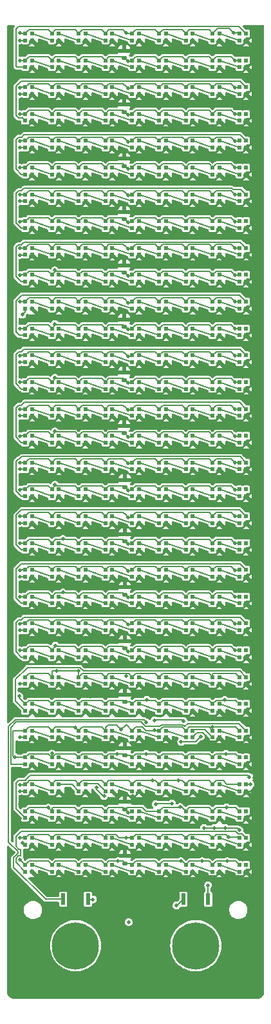
<source format=gbr>
G04 #@! TF.GenerationSoftware,KiCad,Pcbnew,7.0.7*
G04 #@! TF.CreationDate,2023-08-29T23:24:06-04:00*
G04 #@! TF.ProjectId,MicrocontrollerInputModule,4d696372-6f63-46f6-9e74-726f6c6c6572,V2*
G04 #@! TF.SameCoordinates,Original*
G04 #@! TF.FileFunction,Copper,L1,Top*
G04 #@! TF.FilePolarity,Positive*
%FSLAX46Y46*%
G04 Gerber Fmt 4.6, Leading zero omitted, Abs format (unit mm)*
G04 Created by KiCad (PCBNEW 7.0.7) date 2023-08-29 23:24:06*
%MOMM*%
%LPD*%
G01*
G04 APERTURE LIST*
G04 Aperture macros list*
%AMRoundRect*
0 Rectangle with rounded corners*
0 $1 Rounding radius*
0 $2 $3 $4 $5 $6 $7 $8 $9 X,Y pos of 4 corners*
0 Add a 4 corners polygon primitive as box body*
4,1,4,$2,$3,$4,$5,$6,$7,$8,$9,$2,$3,0*
0 Add four circle primitives for the rounded corners*
1,1,$1+$1,$2,$3*
1,1,$1+$1,$4,$5*
1,1,$1+$1,$6,$7*
1,1,$1+$1,$8,$9*
0 Add four rect primitives between the rounded corners*
20,1,$1+$1,$2,$3,$4,$5,0*
20,1,$1+$1,$4,$5,$6,$7,0*
20,1,$1+$1,$6,$7,$8,$9,0*
20,1,$1+$1,$8,$9,$2,$3,0*%
G04 Aperture macros list end*
G04 #@! TA.AperFunction,SMDPad,CuDef*
%ADD10R,0.500000X0.500000*%
G04 #@! TD*
G04 #@! TA.AperFunction,SMDPad,CuDef*
%ADD11RoundRect,0.140000X-0.170000X0.140000X-0.170000X-0.140000X0.170000X-0.140000X0.170000X0.140000X0*%
G04 #@! TD*
G04 #@! TA.AperFunction,SMDPad,CuDef*
%ADD12R,0.550000X1.500000*%
G04 #@! TD*
G04 #@! TA.AperFunction,ComponentPad*
%ADD13C,6.200000*%
G04 #@! TD*
G04 #@! TA.AperFunction,ViaPad*
%ADD14C,0.508000*%
G04 #@! TD*
G04 #@! TA.AperFunction,Conductor*
%ADD15C,0.152400*%
G04 #@! TD*
G04 APERTURE END LIST*
D10*
X77934000Y-153687500D03*
X77934000Y-152787500D03*
X77034000Y-152787500D03*
X77034000Y-153687500D03*
X67365000Y-132549500D03*
X67365000Y-131649500D03*
X66465000Y-131649500D03*
X66465000Y-132549500D03*
X81457000Y-90273500D03*
X81457000Y-89373500D03*
X80557000Y-89373500D03*
X80557000Y-90273500D03*
X74411000Y-69135500D03*
X74411000Y-68235500D03*
X73511000Y-68235500D03*
X73511000Y-69135500D03*
X60319000Y-153687500D03*
X60319000Y-152787500D03*
X59419000Y-152787500D03*
X59419000Y-153687500D03*
X53273000Y-136072500D03*
X53273000Y-135172500D03*
X52373000Y-135172500D03*
X52373000Y-136072500D03*
X70888000Y-104365500D03*
X70888000Y-103465500D03*
X69988000Y-103465500D03*
X69988000Y-104365500D03*
X63842000Y-97319500D03*
X63842000Y-96419500D03*
X62942000Y-96419500D03*
X62942000Y-97319500D03*
X67365000Y-107888500D03*
X67365000Y-106988500D03*
X66465000Y-106988500D03*
X66465000Y-107888500D03*
X81457000Y-93796500D03*
X81457000Y-92896500D03*
X80557000Y-92896500D03*
X80557000Y-93796500D03*
X67365000Y-111411500D03*
X67365000Y-110511500D03*
X66465000Y-110511500D03*
X66465000Y-111411500D03*
X60319000Y-76181500D03*
X60319000Y-75281500D03*
X59419000Y-75281500D03*
X59419000Y-76181500D03*
X81457000Y-121980500D03*
X81457000Y-121080500D03*
X80557000Y-121080500D03*
X80557000Y-121980500D03*
X60319000Y-114934500D03*
X60319000Y-114034500D03*
X59419000Y-114034500D03*
X59419000Y-114934500D03*
X56796000Y-114934500D03*
X56796000Y-114034500D03*
X55896000Y-114034500D03*
X55896000Y-114934500D03*
D11*
X65400000Y-77600000D03*
X65400000Y-78560000D03*
X65400000Y-56400000D03*
X65400000Y-57360000D03*
D10*
X70888000Y-146641500D03*
X70888000Y-145741500D03*
X69988000Y-145741500D03*
X69988000Y-146641500D03*
X67365000Y-100842500D03*
X67365000Y-99942500D03*
X66465000Y-99942500D03*
X66465000Y-100842500D03*
X77934000Y-160733500D03*
X77934000Y-159833500D03*
X77034000Y-159833500D03*
X77034000Y-160733500D03*
X81457000Y-143118500D03*
X81457000Y-142218500D03*
X80557000Y-142218500D03*
X80557000Y-143118500D03*
X53273000Y-164256500D03*
X53273000Y-163356500D03*
X52373000Y-163356500D03*
X52373000Y-164256500D03*
X56796000Y-76181500D03*
X56796000Y-75281500D03*
X55896000Y-75281500D03*
X55896000Y-76181500D03*
X67365000Y-143118500D03*
X67365000Y-142218500D03*
X66465000Y-142218500D03*
X66465000Y-143118500D03*
X77934000Y-136072500D03*
X77934000Y-135172500D03*
X77034000Y-135172500D03*
X77034000Y-136072500D03*
X67365000Y-146641500D03*
X67365000Y-145741500D03*
X66465000Y-145741500D03*
X66465000Y-146641500D03*
X70888000Y-107888500D03*
X70888000Y-106988500D03*
X69988000Y-106988500D03*
X69988000Y-107888500D03*
X60319000Y-97319500D03*
X60319000Y-96419500D03*
X59419000Y-96419500D03*
X59419000Y-97319500D03*
X81457000Y-164256500D03*
X81457000Y-163356500D03*
X80557000Y-163356500D03*
X80557000Y-164256500D03*
X70888000Y-69135500D03*
X70888000Y-68235500D03*
X69988000Y-68235500D03*
X69988000Y-69135500D03*
X56796000Y-111411500D03*
X56796000Y-110511500D03*
X55896000Y-110511500D03*
X55896000Y-111411500D03*
X63842000Y-139595500D03*
X63842000Y-138695500D03*
X62942000Y-138695500D03*
X62942000Y-139595500D03*
X77934000Y-65612500D03*
X77934000Y-64712500D03*
X77034000Y-64712500D03*
X77034000Y-65612500D03*
X70888000Y-132549500D03*
X70888000Y-131649500D03*
X69988000Y-131649500D03*
X69988000Y-132549500D03*
X56796000Y-93796500D03*
X56796000Y-92896500D03*
X55896000Y-92896500D03*
X55896000Y-93796500D03*
X74411000Y-86750500D03*
X74411000Y-85850500D03*
X73511000Y-85850500D03*
X73511000Y-86750500D03*
X63842000Y-164256500D03*
X63842000Y-163356500D03*
X62942000Y-163356500D03*
X62942000Y-164256500D03*
X60319000Y-100842500D03*
X60319000Y-99942500D03*
X59419000Y-99942500D03*
X59419000Y-100842500D03*
X63842000Y-160733500D03*
X63842000Y-159833500D03*
X62942000Y-159833500D03*
X62942000Y-160733500D03*
X60319000Y-164256500D03*
X60319000Y-163356500D03*
X59419000Y-163356500D03*
X59419000Y-164256500D03*
X53273000Y-86750500D03*
X53273000Y-85850500D03*
X52373000Y-85850500D03*
X52373000Y-86750500D03*
X74411000Y-150164500D03*
X74411000Y-149264500D03*
X73511000Y-149264500D03*
X73511000Y-150164500D03*
X74411000Y-114934500D03*
X74411000Y-114034500D03*
X73511000Y-114034500D03*
X73511000Y-114934500D03*
X56796000Y-65612500D03*
X56796000Y-64712500D03*
X55896000Y-64712500D03*
X55896000Y-65612500D03*
X70888000Y-153687500D03*
X70888000Y-152787500D03*
X69988000Y-152787500D03*
X69988000Y-153687500D03*
X81457000Y-79704500D03*
X81457000Y-78804500D03*
X80557000Y-78804500D03*
X80557000Y-79704500D03*
X67365000Y-139595500D03*
X67365000Y-138695500D03*
X66465000Y-138695500D03*
X66465000Y-139595500D03*
X56796000Y-107888500D03*
X56796000Y-106988500D03*
X55896000Y-106988500D03*
X55896000Y-107888500D03*
X63842000Y-114934500D03*
X63842000Y-114034500D03*
X62942000Y-114034500D03*
X62942000Y-114934500D03*
X56796000Y-100842500D03*
X56796000Y-99942500D03*
X55896000Y-99942500D03*
X55896000Y-100842500D03*
X60319000Y-55043500D03*
X60319000Y-54143500D03*
X59419000Y-54143500D03*
X59419000Y-55043500D03*
X77934000Y-139595500D03*
X77934000Y-138695500D03*
X77034000Y-138695500D03*
X77034000Y-139595500D03*
X60319000Y-93796500D03*
X60319000Y-92896500D03*
X59419000Y-92896500D03*
X59419000Y-93796500D03*
X53273000Y-107888500D03*
X53273000Y-106988500D03*
X52373000Y-106988500D03*
X52373000Y-107888500D03*
X56796000Y-136072500D03*
X56796000Y-135172500D03*
X55896000Y-135172500D03*
X55896000Y-136072500D03*
X67365000Y-83227500D03*
X67365000Y-82327500D03*
X66465000Y-82327500D03*
X66465000Y-83227500D03*
X70888000Y-121980500D03*
X70888000Y-121080500D03*
X69988000Y-121080500D03*
X69988000Y-121980500D03*
X67365000Y-150164500D03*
X67365000Y-149264500D03*
X66465000Y-149264500D03*
X66465000Y-150164500D03*
X60319000Y-104365500D03*
X60319000Y-103465500D03*
X59419000Y-103465500D03*
X59419000Y-104365500D03*
X81457000Y-97319500D03*
X81457000Y-96419500D03*
X80557000Y-96419500D03*
X80557000Y-97319500D03*
X67365000Y-55043500D03*
X67365000Y-54143500D03*
X66465000Y-54143500D03*
X66465000Y-55043500D03*
X53273000Y-129026500D03*
X53273000Y-128126500D03*
X52373000Y-128126500D03*
X52373000Y-129026500D03*
X81457000Y-86750500D03*
X81457000Y-85850500D03*
X80557000Y-85850500D03*
X80557000Y-86750500D03*
X53273000Y-146641500D03*
X53273000Y-145741500D03*
X52373000Y-145741500D03*
X52373000Y-146641500D03*
X81457000Y-111411500D03*
X81457000Y-110511500D03*
X80557000Y-110511500D03*
X80557000Y-111411500D03*
X56796000Y-104365500D03*
X56796000Y-103465500D03*
X55896000Y-103465500D03*
X55896000Y-104365500D03*
X63842000Y-107888500D03*
X63842000Y-106988500D03*
X62942000Y-106988500D03*
X62942000Y-107888500D03*
X74411000Y-125503500D03*
X74411000Y-124603500D03*
X73511000Y-124603500D03*
X73511000Y-125503500D03*
X77934000Y-164256500D03*
X77934000Y-163356500D03*
X77034000Y-163356500D03*
X77034000Y-164256500D03*
X53273000Y-93796500D03*
X53273000Y-92896500D03*
X52373000Y-92896500D03*
X52373000Y-93796500D03*
X60319000Y-132549500D03*
X60319000Y-131649500D03*
X59419000Y-131649500D03*
X59419000Y-132549500D03*
X67365000Y-90273500D03*
X67365000Y-89373500D03*
X66465000Y-89373500D03*
X66465000Y-90273500D03*
X70888000Y-157210500D03*
X70888000Y-156310500D03*
X69988000Y-156310500D03*
X69988000Y-157210500D03*
X53273000Y-121980500D03*
X53273000Y-121080500D03*
X52373000Y-121080500D03*
X52373000Y-121980500D03*
X67365000Y-62089500D03*
X67365000Y-61189500D03*
X66465000Y-61189500D03*
X66465000Y-62089500D03*
X81457000Y-83227500D03*
X81457000Y-82327500D03*
X80557000Y-82327500D03*
X80557000Y-83227500D03*
X56796000Y-90273500D03*
X56796000Y-89373500D03*
X55896000Y-89373500D03*
X55896000Y-90273500D03*
X70888000Y-143118500D03*
X70888000Y-142218500D03*
X69988000Y-142218500D03*
X69988000Y-143118500D03*
X67365000Y-72658500D03*
X67365000Y-71758500D03*
X66465000Y-71758500D03*
X66465000Y-72658500D03*
X74411000Y-79704500D03*
X74411000Y-78804500D03*
X73511000Y-78804500D03*
X73511000Y-79704500D03*
X67365000Y-65612500D03*
X67365000Y-64712500D03*
X66465000Y-64712500D03*
X66465000Y-65612500D03*
X63842000Y-93796500D03*
X63842000Y-92896500D03*
X62942000Y-92896500D03*
X62942000Y-93796500D03*
X63842000Y-125503500D03*
X63842000Y-124603500D03*
X62942000Y-124603500D03*
X62942000Y-125503500D03*
X53273000Y-58566500D03*
X53273000Y-57666500D03*
X52373000Y-57666500D03*
X52373000Y-58566500D03*
X56796000Y-86750500D03*
X56796000Y-85850500D03*
X55896000Y-85850500D03*
X55896000Y-86750500D03*
X56796000Y-129026500D03*
X56796000Y-128126500D03*
X55896000Y-128126500D03*
X55896000Y-129026500D03*
X77934000Y-143118500D03*
X77934000Y-142218500D03*
X77034000Y-142218500D03*
X77034000Y-143118500D03*
X63842000Y-86750500D03*
X63842000Y-85850500D03*
X62942000Y-85850500D03*
X62942000Y-86750500D03*
X60319000Y-157210500D03*
X60319000Y-156310500D03*
X59419000Y-156310500D03*
X59419000Y-157210500D03*
X81457000Y-132549500D03*
X81457000Y-131649500D03*
X80557000Y-131649500D03*
X80557000Y-132549500D03*
X81457000Y-72658500D03*
X81457000Y-71758500D03*
X80557000Y-71758500D03*
X80557000Y-72658500D03*
X63842000Y-111411500D03*
X63842000Y-110511500D03*
X62942000Y-110511500D03*
X62942000Y-111411500D03*
X60319000Y-107888500D03*
X60319000Y-106988500D03*
X59419000Y-106988500D03*
X59419000Y-107888500D03*
X63842000Y-143118500D03*
X63842000Y-142218500D03*
X62942000Y-142218500D03*
X62942000Y-143118500D03*
X70888000Y-118457500D03*
X70888000Y-117557500D03*
X69988000Y-117557500D03*
X69988000Y-118457500D03*
X70888000Y-90273500D03*
X70888000Y-89373500D03*
X69988000Y-89373500D03*
X69988000Y-90273500D03*
X56796000Y-143118500D03*
X56796000Y-142218500D03*
X55896000Y-142218500D03*
X55896000Y-143118500D03*
X70888000Y-150164500D03*
X70888000Y-149264500D03*
X69988000Y-149264500D03*
X69988000Y-150164500D03*
D11*
X65400000Y-84600000D03*
X65400000Y-85560000D03*
D10*
X53273000Y-160733500D03*
X53273000Y-159833500D03*
X52373000Y-159833500D03*
X52373000Y-160733500D03*
X67365000Y-86750500D03*
X67365000Y-85850500D03*
X66465000Y-85850500D03*
X66465000Y-86750500D03*
X74411000Y-121980500D03*
X74411000Y-121080500D03*
X73511000Y-121080500D03*
X73511000Y-121980500D03*
X60319000Y-139595500D03*
X60319000Y-138695500D03*
X59419000Y-138695500D03*
X59419000Y-139595500D03*
X67365000Y-69135500D03*
X67365000Y-68235500D03*
X66465000Y-68235500D03*
X66465000Y-69135500D03*
X56796000Y-146641500D03*
X56796000Y-145741500D03*
X55896000Y-145741500D03*
X55896000Y-146641500D03*
X63842000Y-58566500D03*
X63842000Y-57666500D03*
X62942000Y-57666500D03*
X62942000Y-58566500D03*
X67365000Y-118457500D03*
X67365000Y-117557500D03*
X66465000Y-117557500D03*
X66465000Y-118457500D03*
X56796000Y-139595500D03*
X56796000Y-138695500D03*
X55896000Y-138695500D03*
X55896000Y-139595500D03*
X74411000Y-118457500D03*
X74411000Y-117557500D03*
X73511000Y-117557500D03*
X73511000Y-118457500D03*
X60319000Y-150164500D03*
X60319000Y-149264500D03*
X59419000Y-149264500D03*
X59419000Y-150164500D03*
X81457000Y-118457500D03*
X81457000Y-117557500D03*
X80557000Y-117557500D03*
X80557000Y-118457500D03*
X70888000Y-55043500D03*
X70888000Y-54143500D03*
X69988000Y-54143500D03*
X69988000Y-55043500D03*
X70888000Y-160733500D03*
X70888000Y-159833500D03*
X69988000Y-159833500D03*
X69988000Y-160733500D03*
X67365000Y-125503500D03*
X67365000Y-124603500D03*
X66465000Y-124603500D03*
X66465000Y-125503500D03*
X56796000Y-118457500D03*
X56796000Y-117557500D03*
X55896000Y-117557500D03*
X55896000Y-118457500D03*
X81457000Y-157210500D03*
X81457000Y-156310500D03*
X80557000Y-156310500D03*
X80557000Y-157210500D03*
X74411000Y-111411500D03*
X74411000Y-110511500D03*
X73511000Y-110511500D03*
X73511000Y-111411500D03*
X70888000Y-164256500D03*
X70888000Y-163356500D03*
X69988000Y-163356500D03*
X69988000Y-164256500D03*
X74411000Y-139595500D03*
X74411000Y-138695500D03*
X73511000Y-138695500D03*
X73511000Y-139595500D03*
X53273000Y-157210500D03*
X53273000Y-156310500D03*
X52373000Y-156310500D03*
X52373000Y-157210500D03*
X70888000Y-65612500D03*
X70888000Y-64712500D03*
X69988000Y-64712500D03*
X69988000Y-65612500D03*
X53273000Y-72658500D03*
X53273000Y-71758500D03*
X52373000Y-71758500D03*
X52373000Y-72658500D03*
X74411000Y-58566500D03*
X74411000Y-57666500D03*
X73511000Y-57666500D03*
X73511000Y-58566500D03*
X60319000Y-118457500D03*
X60319000Y-117557500D03*
X59419000Y-117557500D03*
X59419000Y-118457500D03*
X77934000Y-129026500D03*
X77934000Y-128126500D03*
X77034000Y-128126500D03*
X77034000Y-129026500D03*
X70888000Y-114934500D03*
X70888000Y-114034500D03*
X69988000Y-114034500D03*
X69988000Y-114934500D03*
X70888000Y-62089500D03*
X70888000Y-61189500D03*
X69988000Y-61189500D03*
X69988000Y-62089500D03*
X74411000Y-107888500D03*
X74411000Y-106988500D03*
X73511000Y-106988500D03*
X73511000Y-107888500D03*
X56796000Y-79704500D03*
X56796000Y-78804500D03*
X55896000Y-78804500D03*
X55896000Y-79704500D03*
X77934000Y-132549500D03*
X77934000Y-131649500D03*
X77034000Y-131649500D03*
X77034000Y-132549500D03*
X81457000Y-139595500D03*
X81457000Y-138695500D03*
X80557000Y-138695500D03*
X80557000Y-139595500D03*
X70888000Y-97319500D03*
X70888000Y-96419500D03*
X69988000Y-96419500D03*
X69988000Y-97319500D03*
X77934000Y-72658500D03*
X77934000Y-71758500D03*
X77034000Y-71758500D03*
X77034000Y-72658500D03*
X60319000Y-79704500D03*
X60319000Y-78804500D03*
X59419000Y-78804500D03*
X59419000Y-79704500D03*
X56796000Y-160733500D03*
X56796000Y-159833500D03*
X55896000Y-159833500D03*
X55896000Y-160733500D03*
D12*
X73195000Y-167894000D03*
X76445000Y-167894000D03*
D10*
X60319000Y-65612500D03*
X60319000Y-64712500D03*
X59419000Y-64712500D03*
X59419000Y-65612500D03*
X60319000Y-121980500D03*
X60319000Y-121080500D03*
X59419000Y-121080500D03*
X59419000Y-121980500D03*
X74411000Y-104365500D03*
X74411000Y-103465500D03*
X73511000Y-103465500D03*
X73511000Y-104365500D03*
X60319000Y-90273500D03*
X60319000Y-89373500D03*
X59419000Y-89373500D03*
X59419000Y-90273500D03*
X77934000Y-104365500D03*
X77934000Y-103465500D03*
X77034000Y-103465500D03*
X77034000Y-104365500D03*
X74411000Y-143118500D03*
X74411000Y-142218500D03*
X73511000Y-142218500D03*
X73511000Y-143118500D03*
X63842000Y-62089500D03*
X63842000Y-61189500D03*
X62942000Y-61189500D03*
X62942000Y-62089500D03*
X67365000Y-157210500D03*
X67365000Y-156310500D03*
X66465000Y-156310500D03*
X66465000Y-157210500D03*
X70888000Y-93796500D03*
X70888000Y-92896500D03*
X69988000Y-92896500D03*
X69988000Y-93796500D03*
X74411000Y-100842500D03*
X74411000Y-99942500D03*
X73511000Y-99942500D03*
X73511000Y-100842500D03*
X63842000Y-104365500D03*
X63842000Y-103465500D03*
X62942000Y-103465500D03*
X62942000Y-104365500D03*
X60319000Y-136072500D03*
X60319000Y-135172500D03*
X59419000Y-135172500D03*
X59419000Y-136072500D03*
X77934000Y-58566500D03*
X77934000Y-57666500D03*
X77034000Y-57666500D03*
X77034000Y-58566500D03*
X77934000Y-97319500D03*
X77934000Y-96419500D03*
X77034000Y-96419500D03*
X77034000Y-97319500D03*
X77934000Y-157210500D03*
X77934000Y-156310500D03*
X77034000Y-156310500D03*
X77034000Y-157210500D03*
X63842000Y-129026500D03*
X63842000Y-128126500D03*
X62942000Y-128126500D03*
X62942000Y-129026500D03*
X67365000Y-153687500D03*
X67365000Y-152787500D03*
X66465000Y-152787500D03*
X66465000Y-153687500D03*
X56796000Y-58566500D03*
X56796000Y-57666500D03*
X55896000Y-57666500D03*
X55896000Y-58566500D03*
X53273000Y-76181500D03*
X53273000Y-75281500D03*
X52373000Y-75281500D03*
X52373000Y-76181500D03*
X81457000Y-125503500D03*
X81457000Y-124603500D03*
X80557000Y-124603500D03*
X80557000Y-125503500D03*
X74411000Y-83227500D03*
X74411000Y-82327500D03*
X73511000Y-82327500D03*
X73511000Y-83227500D03*
X53273000Y-55043500D03*
X53273000Y-54143500D03*
X52373000Y-54143500D03*
X52373000Y-55043500D03*
X60319000Y-69135500D03*
X60319000Y-68235500D03*
X59419000Y-68235500D03*
X59419000Y-69135500D03*
X81457000Y-69135500D03*
X81457000Y-68235500D03*
X80557000Y-68235500D03*
X80557000Y-69135500D03*
X63842000Y-153687500D03*
X63842000Y-152787500D03*
X62942000Y-152787500D03*
X62942000Y-153687500D03*
X77934000Y-86750500D03*
X77934000Y-85850500D03*
X77034000Y-85850500D03*
X77034000Y-86750500D03*
X60319000Y-146641500D03*
X60319000Y-145741500D03*
X59419000Y-145741500D03*
X59419000Y-146641500D03*
X67365000Y-79704500D03*
X67365000Y-78804500D03*
X66465000Y-78804500D03*
X66465000Y-79704500D03*
X60319000Y-86750500D03*
X60319000Y-85850500D03*
X59419000Y-85850500D03*
X59419000Y-86750500D03*
X81457000Y-65612500D03*
X81457000Y-64712500D03*
X80557000Y-64712500D03*
X80557000Y-65612500D03*
X81457000Y-76181500D03*
X81457000Y-75281500D03*
X80557000Y-75281500D03*
X80557000Y-76181500D03*
X70888000Y-136072500D03*
X70888000Y-135172500D03*
X69988000Y-135172500D03*
X69988000Y-136072500D03*
X67365000Y-97319500D03*
X67365000Y-96419500D03*
X66465000Y-96419500D03*
X66465000Y-97319500D03*
X81457000Y-114934500D03*
X81457000Y-114034500D03*
X80557000Y-114034500D03*
X80557000Y-114934500D03*
X63842000Y-121980500D03*
X63842000Y-121080500D03*
X62942000Y-121080500D03*
X62942000Y-121980500D03*
X63842000Y-146641500D03*
X63842000Y-145741500D03*
X62942000Y-145741500D03*
X62942000Y-146641500D03*
X74411000Y-132549500D03*
X74411000Y-131649500D03*
X73511000Y-131649500D03*
X73511000Y-132549500D03*
X70888000Y-79704500D03*
X70888000Y-78804500D03*
X69988000Y-78804500D03*
X69988000Y-79704500D03*
X74411000Y-65612500D03*
X74411000Y-64712500D03*
X73511000Y-64712500D03*
X73511000Y-65612500D03*
X53273000Y-125503500D03*
X53273000Y-124603500D03*
X52373000Y-124603500D03*
X52373000Y-125503500D03*
D11*
X65500000Y-126900000D03*
X65500000Y-127860000D03*
D10*
X53273000Y-111411500D03*
X53273000Y-110511500D03*
X52373000Y-110511500D03*
X52373000Y-111411500D03*
X53273000Y-90273500D03*
X53273000Y-89373500D03*
X52373000Y-89373500D03*
X52373000Y-90273500D03*
X74411000Y-136072500D03*
X74411000Y-135172500D03*
X73511000Y-135172500D03*
X73511000Y-136072500D03*
X74411000Y-146641500D03*
X74411000Y-145741500D03*
X73511000Y-145741500D03*
X73511000Y-146641500D03*
X81457000Y-160733500D03*
X81457000Y-159833500D03*
X80557000Y-159833500D03*
X80557000Y-160733500D03*
X77934000Y-150164500D03*
X77934000Y-149264500D03*
X77034000Y-149264500D03*
X77034000Y-150164500D03*
D11*
X65500000Y-155100000D03*
X65500000Y-156060000D03*
D10*
X77934000Y-107888500D03*
X77934000Y-106988500D03*
X77034000Y-106988500D03*
X77034000Y-107888500D03*
D11*
X65500000Y-148000000D03*
X65500000Y-148960000D03*
D10*
X56796000Y-72658500D03*
X56796000Y-71758500D03*
X55896000Y-71758500D03*
X55896000Y-72658500D03*
X77934000Y-79704500D03*
X77934000Y-78804500D03*
X77034000Y-78804500D03*
X77034000Y-79704500D03*
X53273000Y-143118500D03*
X53273000Y-142218500D03*
X52373000Y-142218500D03*
X52373000Y-143118500D03*
X77934000Y-62089500D03*
X77934000Y-61189500D03*
X77034000Y-61189500D03*
X77034000Y-62089500D03*
X63842000Y-76181500D03*
X63842000Y-75281500D03*
X62942000Y-75281500D03*
X62942000Y-76181500D03*
X56796000Y-150164500D03*
X56796000Y-149264500D03*
X55896000Y-149264500D03*
X55896000Y-150164500D03*
X53273000Y-150164500D03*
X53273000Y-149264500D03*
X52373000Y-149264500D03*
X52373000Y-150164500D03*
D11*
X65400000Y-98700000D03*
X65400000Y-99660000D03*
D10*
X56796000Y-132549500D03*
X56796000Y-131649500D03*
X55896000Y-131649500D03*
X55896000Y-132549500D03*
X74411000Y-97319500D03*
X74411000Y-96419500D03*
X73511000Y-96419500D03*
X73511000Y-97319500D03*
X74411000Y-62089500D03*
X74411000Y-61189500D03*
X73511000Y-61189500D03*
X73511000Y-62089500D03*
X63842000Y-69135500D03*
X63842000Y-68235500D03*
X62942000Y-68235500D03*
X62942000Y-69135500D03*
X67365000Y-136072500D03*
X67365000Y-135172500D03*
X66465000Y-135172500D03*
X66465000Y-136072500D03*
X63842000Y-55043500D03*
X63842000Y-54143500D03*
X62942000Y-54143500D03*
X62942000Y-55043500D03*
D11*
X65400000Y-91700000D03*
X65400000Y-92660000D03*
D10*
X70888000Y-129026500D03*
X70888000Y-128126500D03*
X69988000Y-128126500D03*
X69988000Y-129026500D03*
X77934000Y-93796500D03*
X77934000Y-92896500D03*
X77034000Y-92896500D03*
X77034000Y-93796500D03*
X60319000Y-83227500D03*
X60319000Y-82327500D03*
X59419000Y-82327500D03*
X59419000Y-83227500D03*
X60319000Y-111411500D03*
X60319000Y-110511500D03*
X59419000Y-110511500D03*
X59419000Y-111411500D03*
X60319000Y-129026500D03*
X60319000Y-128126500D03*
X59419000Y-128126500D03*
X59419000Y-129026500D03*
X67365000Y-160733500D03*
X67365000Y-159833500D03*
X66465000Y-159833500D03*
X66465000Y-160733500D03*
X77934000Y-125503500D03*
X77934000Y-124603500D03*
X77034000Y-124603500D03*
X77034000Y-125503500D03*
X67365000Y-58566500D03*
X67365000Y-57666500D03*
X66465000Y-57666500D03*
X66465000Y-58566500D03*
X53273000Y-97319500D03*
X53273000Y-96419500D03*
X52373000Y-96419500D03*
X52373000Y-97319500D03*
X74411000Y-153687500D03*
X74411000Y-152787500D03*
X73511000Y-152787500D03*
X73511000Y-153687500D03*
X70888000Y-76181500D03*
X70888000Y-75281500D03*
X69988000Y-75281500D03*
X69988000Y-76181500D03*
X63842000Y-90273500D03*
X63842000Y-89373500D03*
X62942000Y-89373500D03*
X62942000Y-90273500D03*
X53273000Y-104365500D03*
X53273000Y-103465500D03*
X52373000Y-103465500D03*
X52373000Y-104365500D03*
X74411000Y-90273500D03*
X74411000Y-89373500D03*
X73511000Y-89373500D03*
X73511000Y-90273500D03*
X63842000Y-118457500D03*
X63842000Y-117557500D03*
X62942000Y-117557500D03*
X62942000Y-118457500D03*
X56796000Y-153687500D03*
X56796000Y-152787500D03*
X55896000Y-152787500D03*
X55896000Y-153687500D03*
D11*
X65500000Y-134000000D03*
X65500000Y-134960000D03*
D10*
X63842000Y-100842500D03*
X63842000Y-99942500D03*
X62942000Y-99942500D03*
X62942000Y-100842500D03*
X74411000Y-76181500D03*
X74411000Y-75281500D03*
X73511000Y-75281500D03*
X73511000Y-76181500D03*
X81457000Y-104365500D03*
X81457000Y-103465500D03*
X80557000Y-103465500D03*
X80557000Y-104365500D03*
X53273000Y-65612500D03*
X53273000Y-64712500D03*
X52373000Y-64712500D03*
X52373000Y-65612500D03*
X77934000Y-111411500D03*
X77934000Y-110511500D03*
X77034000Y-110511500D03*
X77034000Y-111411500D03*
X56796000Y-62089500D03*
X56796000Y-61189500D03*
X55896000Y-61189500D03*
X55896000Y-62089500D03*
X77934000Y-69135500D03*
X77934000Y-68235500D03*
X77034000Y-68235500D03*
X77034000Y-69135500D03*
X67365000Y-164256500D03*
X67365000Y-163356500D03*
X66465000Y-163356500D03*
X66465000Y-164256500D03*
X81457000Y-107888500D03*
X81457000Y-106988500D03*
X80557000Y-106988500D03*
X80557000Y-107888500D03*
X60319000Y-160733500D03*
X60319000Y-159833500D03*
X59419000Y-159833500D03*
X59419000Y-160733500D03*
X81457000Y-62089500D03*
X81457000Y-61189500D03*
X80557000Y-61189500D03*
X80557000Y-62089500D03*
X53273000Y-79704500D03*
X53273000Y-78804500D03*
X52373000Y-78804500D03*
X52373000Y-79704500D03*
X56796000Y-164256500D03*
X56796000Y-163356500D03*
X55896000Y-163356500D03*
X55896000Y-164256500D03*
X77934000Y-121980500D03*
X77934000Y-121080500D03*
X77034000Y-121080500D03*
X77034000Y-121980500D03*
X70888000Y-100842500D03*
X70888000Y-99942500D03*
X69988000Y-99942500D03*
X69988000Y-100842500D03*
X77934000Y-76181500D03*
X77934000Y-75281500D03*
X77034000Y-75281500D03*
X77034000Y-76181500D03*
X77934000Y-114934500D03*
X77934000Y-114034500D03*
X77034000Y-114034500D03*
X77034000Y-114934500D03*
X53273000Y-132549500D03*
X53273000Y-131649500D03*
X52373000Y-131649500D03*
X52373000Y-132549500D03*
X63842000Y-136072500D03*
X63842000Y-135172500D03*
X62942000Y-135172500D03*
X62942000Y-136072500D03*
X67365000Y-104365500D03*
X67365000Y-103465500D03*
X66465000Y-103465500D03*
X66465000Y-104365500D03*
X81457000Y-100842500D03*
X81457000Y-99942500D03*
X80557000Y-99942500D03*
X80557000Y-100842500D03*
X67365000Y-114934500D03*
X67365000Y-114034500D03*
X66465000Y-114034500D03*
X66465000Y-114934500D03*
X63842000Y-150164500D03*
X63842000Y-149264500D03*
X62942000Y-149264500D03*
X62942000Y-150164500D03*
X53273000Y-153687500D03*
X53273000Y-152787500D03*
X52373000Y-152787500D03*
X52373000Y-153687500D03*
X56796000Y-157210500D03*
X56796000Y-156310500D03*
X55896000Y-156310500D03*
X55896000Y-157210500D03*
X63842000Y-132549500D03*
X63842000Y-131649500D03*
X62942000Y-131649500D03*
X62942000Y-132549500D03*
X77934000Y-90273500D03*
X77934000Y-89373500D03*
X77034000Y-89373500D03*
X77034000Y-90273500D03*
X53273000Y-118457500D03*
X53273000Y-117557500D03*
X52373000Y-117557500D03*
X52373000Y-118457500D03*
X81457000Y-55043500D03*
X81457000Y-54143500D03*
X80557000Y-54143500D03*
X80557000Y-55043500D03*
X77934000Y-118457500D03*
X77934000Y-117557500D03*
X77034000Y-117557500D03*
X77034000Y-118457500D03*
X70888000Y-125503500D03*
X70888000Y-124603500D03*
X69988000Y-124603500D03*
X69988000Y-125503500D03*
X77934000Y-55043500D03*
X77934000Y-54143500D03*
X77034000Y-54143500D03*
X77034000Y-55043500D03*
X63842000Y-65612500D03*
X63842000Y-64712500D03*
X62942000Y-64712500D03*
X62942000Y-65612500D03*
X63842000Y-83227500D03*
X63842000Y-82327500D03*
X62942000Y-82327500D03*
X62942000Y-83227500D03*
X70888000Y-83227500D03*
X70888000Y-82327500D03*
X69988000Y-82327500D03*
X69988000Y-83227500D03*
X81457000Y-58566500D03*
X81457000Y-57666500D03*
X80557000Y-57666500D03*
X80557000Y-58566500D03*
D12*
X60635000Y-167894000D03*
X57385000Y-167894000D03*
D10*
X77934000Y-83227500D03*
X77934000Y-82327500D03*
X77034000Y-82327500D03*
X77034000Y-83227500D03*
X63842000Y-79704500D03*
X63842000Y-78804500D03*
X62942000Y-78804500D03*
X62942000Y-79704500D03*
X74411000Y-129026500D03*
X74411000Y-128126500D03*
X73511000Y-128126500D03*
X73511000Y-129026500D03*
X60319000Y-72658500D03*
X60319000Y-71758500D03*
X59419000Y-71758500D03*
X59419000Y-72658500D03*
D11*
X65400000Y-63500000D03*
X65400000Y-64460000D03*
D10*
X67365000Y-121980500D03*
X67365000Y-121080500D03*
X66465000Y-121080500D03*
X66465000Y-121980500D03*
X74411000Y-93796500D03*
X74411000Y-92896500D03*
X73511000Y-92896500D03*
X73511000Y-93796500D03*
X81457000Y-150164500D03*
X81457000Y-149264500D03*
X80557000Y-149264500D03*
X80557000Y-150164500D03*
X70888000Y-139595500D03*
X70888000Y-138695500D03*
X69988000Y-138695500D03*
X69988000Y-139595500D03*
X56796000Y-121980500D03*
X56796000Y-121080500D03*
X55896000Y-121080500D03*
X55896000Y-121980500D03*
X67365000Y-129026500D03*
X67365000Y-128126500D03*
X66465000Y-128126500D03*
X66465000Y-129026500D03*
X56796000Y-83227500D03*
X56796000Y-82327500D03*
X55896000Y-82327500D03*
X55896000Y-83227500D03*
X63842000Y-72658500D03*
X63842000Y-71758500D03*
X62942000Y-71758500D03*
X62942000Y-72658500D03*
X77934000Y-100842500D03*
X77934000Y-99942500D03*
X77034000Y-99942500D03*
X77034000Y-100842500D03*
X70888000Y-72658500D03*
X70888000Y-71758500D03*
X69988000Y-71758500D03*
X69988000Y-72658500D03*
X53273000Y-114934500D03*
X53273000Y-114034500D03*
X52373000Y-114034500D03*
X52373000Y-114934500D03*
X53273000Y-62089500D03*
X53273000Y-61189500D03*
X52373000Y-61189500D03*
X52373000Y-62089500D03*
X63842000Y-157210500D03*
X63842000Y-156310500D03*
X62942000Y-156310500D03*
X62942000Y-157210500D03*
X53273000Y-83227500D03*
X53273000Y-82327500D03*
X52373000Y-82327500D03*
X52373000Y-83227500D03*
X77934000Y-146641500D03*
X77934000Y-145741500D03*
X77034000Y-145741500D03*
X77034000Y-146641500D03*
X70888000Y-58566500D03*
X70888000Y-57666500D03*
X69988000Y-57666500D03*
X69988000Y-58566500D03*
X67365000Y-76181500D03*
X67365000Y-75281500D03*
X66465000Y-75281500D03*
X66465000Y-76181500D03*
X81457000Y-136072500D03*
X81457000Y-135172500D03*
X80557000Y-135172500D03*
X80557000Y-136072500D03*
D11*
X65500000Y-112800000D03*
X65500000Y-113760000D03*
D10*
X60319000Y-58566500D03*
X60319000Y-57666500D03*
X59419000Y-57666500D03*
X59419000Y-58566500D03*
X70888000Y-86750500D03*
X70888000Y-85850500D03*
X69988000Y-85850500D03*
X69988000Y-86750500D03*
X81457000Y-146641500D03*
X81457000Y-145741500D03*
X80557000Y-145741500D03*
X80557000Y-146641500D03*
D11*
X65400000Y-105700000D03*
X65400000Y-106660000D03*
D10*
X81457000Y-153687500D03*
X81457000Y-152787500D03*
X80557000Y-152787500D03*
X80557000Y-153687500D03*
X56796000Y-69135500D03*
X56796000Y-68235500D03*
X55896000Y-68235500D03*
X55896000Y-69135500D03*
X60319000Y-62089500D03*
X60319000Y-61189500D03*
X59419000Y-61189500D03*
X59419000Y-62089500D03*
X74411000Y-157210500D03*
X74411000Y-156310500D03*
X73511000Y-156310500D03*
X73511000Y-157210500D03*
X53273000Y-139595500D03*
X53273000Y-138695500D03*
X52373000Y-138695500D03*
X52373000Y-139595500D03*
D11*
X65500000Y-141000000D03*
X65500000Y-141960000D03*
X65400000Y-70600000D03*
X65400000Y-71560000D03*
X65500000Y-162200000D03*
X65500000Y-163160000D03*
D10*
X56796000Y-55043500D03*
X56796000Y-54143500D03*
X55896000Y-54143500D03*
X55896000Y-55043500D03*
X74411000Y-72658500D03*
X74411000Y-71758500D03*
X73511000Y-71758500D03*
X73511000Y-72658500D03*
X56796000Y-125503500D03*
X56796000Y-124603500D03*
X55896000Y-124603500D03*
X55896000Y-125503500D03*
X74411000Y-164256500D03*
X74411000Y-163356500D03*
X73511000Y-163356500D03*
X73511000Y-164256500D03*
X67365000Y-93796500D03*
X67365000Y-92896500D03*
X66465000Y-92896500D03*
X66465000Y-93796500D03*
X53273000Y-100842500D03*
X53273000Y-99942500D03*
X52373000Y-99942500D03*
X52373000Y-100842500D03*
X74411000Y-55043500D03*
X74411000Y-54143500D03*
X73511000Y-54143500D03*
X73511000Y-55043500D03*
X60319000Y-125503500D03*
X60319000Y-124603500D03*
X59419000Y-124603500D03*
X59419000Y-125503500D03*
X56796000Y-97319500D03*
X56796000Y-96419500D03*
X55896000Y-96419500D03*
X55896000Y-97319500D03*
X53273000Y-69135500D03*
X53273000Y-68235500D03*
X52373000Y-68235500D03*
X52373000Y-69135500D03*
X70888000Y-111411500D03*
X70888000Y-110511500D03*
X69988000Y-110511500D03*
X69988000Y-111411500D03*
X81457000Y-129026500D03*
X81457000Y-128126500D03*
X80557000Y-128126500D03*
X80557000Y-129026500D03*
X74411000Y-160733500D03*
X74411000Y-159833500D03*
X73511000Y-159833500D03*
X73511000Y-160733500D03*
D11*
X65500000Y-119900000D03*
X65500000Y-120860000D03*
D10*
X60319000Y-143118500D03*
X60319000Y-142218500D03*
X59419000Y-142218500D03*
X59419000Y-143118500D03*
D13*
X59010000Y-174000000D03*
X74820000Y-174000000D03*
D14*
X56770000Y-158380000D03*
X54770000Y-164520000D03*
X72760000Y-155780000D03*
X78900000Y-155820000D03*
X75690000Y-162890000D03*
X72870000Y-162900000D03*
X56290000Y-85250000D03*
X56310000Y-92300000D03*
X56302505Y-99367745D03*
X56302505Y-106413745D03*
X56310000Y-113450000D03*
X57350000Y-120550000D03*
X57330000Y-127580000D03*
X56330000Y-134570000D03*
X65680000Y-138590000D03*
X68410000Y-141690000D03*
X60900000Y-141230000D03*
X55900000Y-148740000D03*
X66552394Y-154343402D03*
X51650000Y-140450000D03*
X51300000Y-143400000D03*
X51386100Y-147299747D03*
X51386100Y-150750000D03*
X69550000Y-155400000D03*
X71700000Y-155300000D03*
X76450000Y-166050000D03*
X55442750Y-155857250D03*
X58950000Y-145300000D03*
X68331492Y-144632199D03*
X62750000Y-154343402D03*
X61786353Y-153213647D03*
X80000000Y-99976000D03*
X69150000Y-152300000D03*
X79100000Y-159700000D03*
X79000000Y-162900000D03*
X65900000Y-117691000D03*
X51600000Y-141200000D03*
X80000000Y-85884000D03*
X65025000Y-145625000D03*
X51700000Y-110545000D03*
X51700000Y-121114000D03*
X65900000Y-128260000D03*
X65700000Y-54100000D03*
X80000000Y-117591000D03*
X80000000Y-89407000D03*
X65700000Y-159800000D03*
X51700000Y-107022000D03*
X80584850Y-158803056D03*
X75900000Y-158500000D03*
X77300000Y-158500000D03*
X51700000Y-128160000D03*
X80000000Y-71792000D03*
X65900000Y-114168000D03*
X65900000Y-64846000D03*
X51700000Y-159800000D03*
X65900000Y-57800000D03*
X65900000Y-85984000D03*
X69400000Y-145700000D03*
X78800000Y-148800000D03*
X80000000Y-57700000D03*
X80000000Y-61223000D03*
X65900000Y-121214000D03*
X78700000Y-158500000D03*
X80000000Y-96453000D03*
X65900000Y-135306000D03*
X80000000Y-114068000D03*
X80000000Y-64746000D03*
X78600000Y-141700000D03*
X80000000Y-135206000D03*
X77000000Y-145275500D03*
X68300000Y-148785900D03*
X51700000Y-64746000D03*
X65900000Y-124737000D03*
X80000000Y-103499000D03*
X51700000Y-71792000D03*
X51700000Y-89407000D03*
X65900000Y-78938000D03*
X65940000Y-156500000D03*
X80000000Y-107022000D03*
X51700000Y-152900000D03*
X51700000Y-82361000D03*
X65900000Y-131783000D03*
X51700000Y-131683000D03*
X80000000Y-128160000D03*
X51700000Y-85884000D03*
X65900000Y-82461000D03*
X56550000Y-137900000D03*
X65900000Y-75415000D03*
X80000000Y-121114000D03*
X61300000Y-167900000D03*
X51700000Y-99976000D03*
X79800000Y-54100000D03*
X65900000Y-110645000D03*
X80000000Y-78838000D03*
X51700000Y-124637000D03*
X65900000Y-93030000D03*
X51700000Y-117591000D03*
X80000000Y-68269000D03*
X59400000Y-137900000D03*
X65900000Y-96553000D03*
X50986900Y-149200000D03*
X80000000Y-124637000D03*
X51700000Y-162700000D03*
X65900000Y-68369000D03*
X80000000Y-131683000D03*
X51700000Y-75315000D03*
X65900000Y-100076000D03*
X65900000Y-103599000D03*
X51700000Y-103499000D03*
X51700000Y-54100000D03*
X80000000Y-82361000D03*
X65900000Y-89507000D03*
X65900000Y-71892000D03*
X65900000Y-107122000D03*
X80000000Y-110545000D03*
X64500000Y-148800000D03*
X51700000Y-57700000D03*
X51700000Y-78838000D03*
X51700000Y-61223000D03*
X51700000Y-96453000D03*
X72300000Y-168700000D03*
X51700000Y-68269000D03*
X80000000Y-92930000D03*
X64600000Y-162900000D03*
X80000000Y-75315000D03*
X51700000Y-114068000D03*
X51700000Y-135206000D03*
X51700000Y-92930000D03*
X65900000Y-61323000D03*
X72550000Y-152300000D03*
X75519630Y-146513576D03*
X72905902Y-147200000D03*
X69400000Y-144394098D03*
X73227994Y-144481012D03*
X63900000Y-170200000D03*
X51717098Y-157284647D03*
X51659500Y-155400000D03*
X63200000Y-170200000D03*
X52550000Y-161750000D03*
X64600000Y-170200000D03*
X57350000Y-136800000D03*
X58900000Y-147300000D03*
X82541154Y-151959438D03*
X82200000Y-153700000D03*
X50860904Y-161726250D03*
X54800000Y-150400000D03*
X52800000Y-157900000D03*
X66000000Y-170900000D03*
X51660000Y-55055000D03*
X81881705Y-151823300D03*
X82000000Y-152787500D03*
X51660000Y-76190000D03*
X51660000Y-83235000D03*
X52000000Y-91100000D03*
X51660000Y-97325000D03*
X51660000Y-104370000D03*
X51660000Y-111415000D03*
X51660000Y-118460000D03*
X51660000Y-125505000D03*
X51660000Y-132550000D03*
X51660000Y-139595000D03*
X51660000Y-146640000D03*
X51660000Y-153685000D03*
X52031775Y-160479017D03*
X51660000Y-62100000D03*
X51660000Y-69145000D03*
D15*
X52373000Y-90727000D02*
X52373000Y-90283500D01*
X52000000Y-91100000D02*
X52373000Y-90727000D01*
X72811900Y-155831900D02*
X73032400Y-155831900D01*
X72760000Y-155780000D02*
X72811900Y-155831900D01*
X72708100Y-155831900D02*
X72760000Y-155780000D01*
X78911900Y-155831900D02*
X80078400Y-155831900D01*
X78900000Y-155820000D02*
X78911900Y-155831900D01*
X78888100Y-155831900D02*
X78900000Y-155820000D01*
X75702100Y-162877900D02*
X76555400Y-162877900D01*
X75690000Y-162890000D02*
X75702100Y-162877900D01*
X75677900Y-162877900D02*
X75690000Y-162890000D01*
X72892100Y-162877900D02*
X73032400Y-162877900D01*
X72870000Y-162900000D02*
X72892100Y-162877900D01*
X72847900Y-162877900D02*
X72870000Y-162900000D01*
X56374600Y-85371900D02*
X58940400Y-85371900D01*
X58940400Y-85371900D02*
X59419000Y-85850500D01*
X56290000Y-85250000D02*
X56290000Y-85287300D01*
X56290000Y-85456500D02*
X55896000Y-85850500D01*
X56290000Y-85250000D02*
X56290000Y-85456500D01*
X56290000Y-85287300D02*
X56374600Y-85371900D01*
X55896000Y-92884000D02*
X55896000Y-92896500D01*
X56310000Y-92470000D02*
X55896000Y-92884000D01*
X56310000Y-92300000D02*
X56310000Y-92470000D01*
X56302505Y-99391805D02*
X56374600Y-99463900D01*
X56302505Y-99367745D02*
X56302505Y-99391805D01*
X56302505Y-99535995D02*
X55896000Y-99942500D01*
X58940400Y-99463900D02*
X59419000Y-99942500D01*
X56302505Y-99367745D02*
X56302505Y-99535995D01*
X56374600Y-99463900D02*
X58940400Y-99463900D01*
X56302505Y-106413745D02*
X56302505Y-106437805D01*
X58940400Y-106509900D02*
X59419000Y-106988500D01*
X56302505Y-106413745D02*
X56302505Y-106581995D01*
X56302505Y-106581995D02*
X55896000Y-106988500D01*
X56302505Y-106437805D02*
X56374600Y-106509900D01*
X56374600Y-106509900D02*
X58940400Y-106509900D01*
X55896000Y-113984000D02*
X55896000Y-114034500D01*
X56310000Y-113450000D02*
X56310000Y-113570000D01*
X56310000Y-113570000D02*
X55896000Y-113984000D01*
X57298100Y-120601900D02*
X56374600Y-120601900D01*
X57350000Y-120550000D02*
X57298100Y-120601900D01*
X57401900Y-120601900D02*
X57350000Y-120550000D01*
X57262100Y-127647900D02*
X56374600Y-127647900D01*
X57330000Y-127580000D02*
X57262100Y-127647900D01*
X57397900Y-127647900D02*
X57330000Y-127580000D01*
X56410000Y-134650000D02*
X56330000Y-134570000D01*
X59419000Y-135172500D02*
X58896500Y-134650000D01*
X58896500Y-134650000D02*
X56410000Y-134650000D01*
X56330000Y-134570000D02*
X56374600Y-134693900D01*
X65700000Y-138570000D02*
X65700000Y-138216900D01*
X65680000Y-138590000D02*
X65700000Y-138570000D01*
X68459900Y-141739900D02*
X69509400Y-141739900D01*
X68410000Y-141690000D02*
X68459900Y-141739900D01*
X68360100Y-141739900D02*
X68410000Y-141690000D01*
X55900000Y-149260500D02*
X55896000Y-149264500D01*
X55900000Y-148740000D02*
X55900000Y-149260500D01*
X62640702Y-154343402D02*
X61786353Y-153489053D01*
X61786353Y-153489053D02*
X61786353Y-153213647D01*
X62750000Y-154343402D02*
X62640702Y-154343402D01*
X81658405Y-151600000D02*
X81881705Y-151823300D01*
X52489600Y-152308900D02*
X52489600Y-152182648D01*
X51177400Y-152622600D02*
X51491100Y-152308900D01*
X51177400Y-156014900D02*
X51177400Y-152622600D01*
X52489600Y-152182648D02*
X53072248Y-151600000D01*
X53072248Y-151600000D02*
X81658405Y-151600000D01*
X52373000Y-157210500D02*
X51177400Y-156014900D01*
X51491100Y-152308900D02*
X52489600Y-152308900D01*
X50809600Y-149022700D02*
X50809600Y-145741500D01*
X50809600Y-145741500D02*
X52373000Y-145741500D01*
X50986900Y-149200000D02*
X50809600Y-149022700D01*
X50986900Y-149200000D02*
X52308500Y-149200000D01*
X52308500Y-149200000D02*
X52373000Y-149264500D01*
X55417400Y-152308900D02*
X55896000Y-152787500D01*
X52794400Y-152450000D02*
X52794400Y-152308900D01*
X52794400Y-152308900D02*
X55417400Y-152308900D01*
X52373000Y-152787500D02*
X52456900Y-152787500D01*
X52456900Y-152787500D02*
X52794400Y-152450000D01*
X52286258Y-160733500D02*
X52373000Y-160733500D01*
X52031775Y-160479017D02*
X52286258Y-160733500D01*
X69650000Y-155300000D02*
X69550000Y-155400000D01*
X71700000Y-155300000D02*
X69650000Y-155300000D01*
X76445000Y-166055000D02*
X76450000Y-166050000D01*
X76445000Y-167894000D02*
X76445000Y-166055000D01*
X55442750Y-155857250D02*
X55896000Y-156310500D01*
X55417400Y-155831900D02*
X55442750Y-155857250D01*
X58977500Y-145300000D02*
X59419000Y-145741500D01*
X58950000Y-145300000D02*
X58977500Y-145300000D01*
X58950000Y-145272500D02*
X58950000Y-145300000D01*
X73029082Y-144282100D02*
X69511998Y-144282100D01*
X69511998Y-144282100D02*
X69400000Y-144394098D01*
X73227994Y-144481012D02*
X73029082Y-144282100D01*
X67999293Y-144300000D02*
X68331492Y-144632199D01*
X65900000Y-144300000D02*
X67999293Y-144300000D01*
X51100000Y-144300000D02*
X65900000Y-144300000D01*
X51421248Y-161604800D02*
X50200000Y-160383552D01*
X50200000Y-160383552D02*
X50200000Y-145200000D01*
X51421248Y-161847700D02*
X51421248Y-161604800D01*
X50200000Y-145200000D02*
X51100000Y-144300000D01*
X50872600Y-162396348D02*
X51421248Y-161847700D01*
X50872600Y-163713300D02*
X50872600Y-162396348D01*
X55053300Y-167894000D02*
X50872600Y-163713300D01*
X57385000Y-167894000D02*
X55053300Y-167894000D01*
X65728300Y-145004800D02*
X66465000Y-145741500D01*
X65025000Y-145625000D02*
X65645200Y-145004800D01*
X62942000Y-145339100D02*
X62942000Y-145741500D01*
X65025000Y-145625000D02*
X64404800Y-145004800D01*
X64404800Y-145004800D02*
X63276300Y-145004800D01*
X63276300Y-145004800D02*
X62942000Y-145339100D01*
X65645200Y-145004800D02*
X65728300Y-145004800D01*
X58940400Y-57187900D02*
X56374600Y-57187900D01*
X80523500Y-78838000D02*
X80557000Y-78804500D01*
X66943600Y-134693900D02*
X66465000Y-135172500D01*
X66331500Y-93030000D02*
X66465000Y-92896500D01*
X62942000Y-131649500D02*
X62463400Y-131170900D01*
X80523500Y-103499000D02*
X80557000Y-103465500D01*
X55417400Y-162877900D02*
X55896000Y-163356500D01*
X51733500Y-78804500D02*
X52373000Y-78804500D01*
X70466600Y-53664900D02*
X69988000Y-54143500D01*
X61300000Y-167900000D02*
X60641000Y-167900000D01*
X59400000Y-137900000D02*
X59400000Y-138676500D01*
X65227900Y-110032900D02*
X63420600Y-110032900D01*
X77512600Y-64233900D02*
X77034000Y-64712500D01*
X73511000Y-103465500D02*
X73032400Y-102986900D01*
X76555400Y-88894900D02*
X77034000Y-89373500D01*
X55896000Y-163356500D02*
X56374600Y-162877900D01*
X65460000Y-110205000D02*
X65900000Y-110645000D01*
X80523500Y-99976000D02*
X80557000Y-99942500D01*
X55417400Y-92417900D02*
X52851600Y-92417900D01*
X63420600Y-152308900D02*
X65986400Y-152308900D01*
X59897600Y-148785900D02*
X62463400Y-148785900D01*
X56374600Y-120601900D02*
X55896000Y-121080500D01*
X66206500Y-141960000D02*
X66465000Y-142218500D01*
X59419000Y-138695500D02*
X59897600Y-138216900D01*
X55417400Y-120601900D02*
X52851600Y-120601900D01*
X65460000Y-131343000D02*
X65900000Y-131783000D01*
X80000000Y-110545000D02*
X80523500Y-110545000D01*
X69509400Y-110032900D02*
X66943600Y-110032900D01*
X80000000Y-82361000D02*
X80523500Y-82361000D01*
X56374600Y-53664900D02*
X55896000Y-54143500D01*
X55896000Y-61189500D02*
X55417400Y-60710900D01*
X65400000Y-96113000D02*
X65227900Y-95940900D01*
X77110200Y-138216900D02*
X80078400Y-138216900D01*
X52851600Y-127647900D02*
X52373000Y-128126500D01*
X56374600Y-102986900D02*
X55896000Y-103465500D01*
X76555400Y-67756900D02*
X77034000Y-68235500D01*
X73032400Y-102986900D02*
X70466600Y-102986900D01*
X55896000Y-68235500D02*
X55417400Y-67756900D01*
X58940400Y-74802900D02*
X56374600Y-74802900D01*
X55896000Y-138695500D02*
X55417400Y-138216900D01*
X66331500Y-107122000D02*
X66465000Y-106988500D01*
X55896000Y-110511500D02*
X55417400Y-110032900D01*
X58940400Y-110032900D02*
X56374600Y-110032900D01*
X73511000Y-106988500D02*
X73032400Y-106509900D01*
X69988000Y-85850500D02*
X69509400Y-85371900D01*
X73989600Y-88894900D02*
X76555400Y-88894900D01*
X59897600Y-106509900D02*
X59419000Y-106988500D01*
X80000000Y-78838000D02*
X79487900Y-78325900D01*
X55417400Y-134693900D02*
X52851600Y-134693900D01*
X55417400Y-74802900D02*
X52851600Y-74802900D01*
X65900000Y-89507000D02*
X66331500Y-89507000D01*
X62463400Y-57187900D02*
X59897600Y-57187900D01*
X76555400Y-85371900D02*
X77034000Y-85850500D01*
X65900000Y-78938000D02*
X66331500Y-78938000D01*
X73032400Y-95940900D02*
X70466600Y-95940900D01*
X59897600Y-99463900D02*
X59419000Y-99942500D01*
X73511000Y-85850500D02*
X73989600Y-85371900D01*
X65900000Y-110645000D02*
X66331500Y-110645000D01*
X59419000Y-152787500D02*
X59897600Y-152308900D01*
X63420600Y-117078900D02*
X62942000Y-117557500D01*
X79487900Y-127647900D02*
X77512600Y-127647900D01*
X65400000Y-74975000D02*
X65460000Y-74975000D01*
X73989600Y-78325900D02*
X76555400Y-78325900D01*
X73032400Y-127647900D02*
X70466600Y-127647900D01*
X77512600Y-88894900D02*
X77034000Y-89373500D01*
X69988000Y-117557500D02*
X69509400Y-117078900D01*
X70466600Y-102986900D02*
X69988000Y-103465500D01*
X73032400Y-57187900D02*
X70466600Y-57187900D01*
X62463400Y-95940900D02*
X59897600Y-95940900D01*
X62942000Y-61189500D02*
X62463400Y-60710900D01*
X59419000Y-75281500D02*
X58940400Y-74802900D01*
X66943600Y-95940900D02*
X66465000Y-96419500D01*
X56374600Y-57187900D02*
X55896000Y-57666500D01*
X69509400Y-159354900D02*
X66943600Y-159354900D01*
X59897600Y-57187900D02*
X59419000Y-57666500D01*
X78560100Y-141739900D02*
X78600000Y-141700000D01*
X55417400Y-88894900D02*
X52851600Y-88894900D01*
X55896000Y-71758500D02*
X55417400Y-71279900D01*
X56374600Y-92417900D02*
X56310000Y-92300000D01*
X51700000Y-121114000D02*
X51733500Y-121080500D01*
X69150000Y-152300000D02*
X69158900Y-152308900D01*
X66943600Y-64233900D02*
X66465000Y-64712500D01*
X76555400Y-81848900D02*
X77034000Y-82327500D01*
X62942000Y-138695500D02*
X63420600Y-138216900D01*
X66943600Y-124124900D02*
X66465000Y-124603500D01*
X76555400Y-141739900D02*
X77034000Y-142218500D01*
X52851600Y-138216900D02*
X52373000Y-138695500D01*
X59419000Y-78804500D02*
X58940400Y-78325900D01*
X78785900Y-148785900D02*
X78800000Y-148800000D01*
X56374600Y-81848900D02*
X55896000Y-82327500D01*
X73511000Y-89373500D02*
X73032400Y-88894900D01*
X55896000Y-142218500D02*
X56374600Y-141739900D01*
X65279900Y-141739900D02*
X65500000Y-141960000D01*
X62463400Y-159354900D02*
X59897600Y-159354900D01*
X51700000Y-89407000D02*
X51733500Y-89373500D01*
X66331500Y-124737000D02*
X66465000Y-124603500D01*
X51733500Y-64712500D02*
X52373000Y-64712500D01*
X73511000Y-78804500D02*
X73032400Y-78325900D01*
X73032400Y-113555900D02*
X70466600Y-113555900D01*
X79000000Y-162900000D02*
X79022100Y-162877900D01*
X56374600Y-134693900D02*
X55896000Y-135172500D01*
X65400000Y-74975000D02*
X65227900Y-74802900D01*
X78639900Y-141739900D02*
X80078400Y-141739900D01*
X80000000Y-131683000D02*
X80523500Y-131683000D01*
X63420600Y-53664900D02*
X62942000Y-54143500D01*
X73989600Y-71279900D02*
X76555400Y-71279900D01*
X77000000Y-145275500D02*
X77500000Y-145275500D01*
X73032400Y-159354900D02*
X70466600Y-159354900D01*
X80000000Y-99976000D02*
X80523500Y-99976000D01*
X79204800Y-53504800D02*
X77672700Y-53504800D01*
X51600000Y-141200000D02*
X51600000Y-141445500D01*
X62942000Y-117557500D02*
X62463400Y-117078900D01*
X58940400Y-124124900D02*
X56374600Y-124124900D01*
X73032400Y-148785900D02*
X73511000Y-149264500D01*
X76555400Y-57187900D02*
X77034000Y-57666500D01*
X80523500Y-121114000D02*
X80557000Y-121080500D01*
X59419000Y-117557500D02*
X58940400Y-117078900D01*
X58940400Y-148785900D02*
X59419000Y-149264500D01*
X51733500Y-57666500D02*
X52373000Y-57666500D01*
X80523500Y-128160000D02*
X80557000Y-128126500D01*
X56374600Y-78325900D02*
X55896000Y-78804500D01*
X69988000Y-110511500D02*
X69509400Y-110032900D01*
X65400000Y-124297000D02*
X65460000Y-124297000D01*
X65900000Y-131783000D02*
X66331500Y-131783000D01*
X55896000Y-156310500D02*
X55896000Y-155908100D01*
X55417400Y-141739900D02*
X55896000Y-142218500D01*
X73032400Y-88894900D02*
X70466600Y-88894900D01*
X80523500Y-92930000D02*
X80557000Y-92896500D01*
X65460000Y-99636000D02*
X65900000Y-100076000D01*
X51743500Y-54143500D02*
X51700000Y-54100000D01*
X66943600Y-113555900D02*
X66465000Y-114034500D01*
X73989600Y-53664900D02*
X73511000Y-54143500D01*
X73032400Y-64233900D02*
X70466600Y-64233900D01*
X76555400Y-138216900D02*
X77034000Y-138695500D01*
X66331500Y-131783000D02*
X66465000Y-131649500D01*
X77000000Y-145275500D02*
X77034000Y-145309500D01*
X66331500Y-100076000D02*
X66465000Y-99942500D01*
X80000000Y-124637000D02*
X79487900Y-124124900D01*
X51733500Y-117557500D02*
X52373000Y-117557500D01*
X77512600Y-74802900D02*
X77034000Y-75281500D01*
X66465000Y-159833500D02*
X65733500Y-159833500D01*
X69509400Y-64233900D02*
X66943600Y-64233900D01*
X59897600Y-155831900D02*
X62463400Y-155831900D01*
X63420600Y-88894900D02*
X62942000Y-89373500D01*
X65400000Y-99636000D02*
X65460000Y-99636000D01*
X65900000Y-121214000D02*
X66331500Y-121214000D01*
X55417400Y-60710900D02*
X52851600Y-60710900D01*
X59419000Y-61189500D02*
X58940400Y-60710900D01*
X59897600Y-141739900D02*
X62463400Y-141739900D01*
X59419000Y-142218500D02*
X59897600Y-141739900D01*
X80523500Y-61223000D02*
X80557000Y-61189500D01*
X65900000Y-128260000D02*
X66331500Y-128260000D01*
X65900000Y-61323000D02*
X66331500Y-61323000D01*
X55896000Y-121080500D02*
X55417400Y-120601900D01*
X80078400Y-141739900D02*
X80557000Y-142218500D01*
X73511000Y-82327500D02*
X73989600Y-81848900D01*
X69988000Y-75281500D02*
X69509400Y-74802900D01*
X65900000Y-124737000D02*
X66331500Y-124737000D01*
X80523500Y-89407000D02*
X80557000Y-89373500D01*
X65264900Y-53664900D02*
X63420600Y-53664900D01*
X66331500Y-75415000D02*
X66465000Y-75281500D01*
X77512600Y-127647900D02*
X77034000Y-128126500D01*
X66160500Y-148960000D02*
X66465000Y-149264500D01*
X80000000Y-85884000D02*
X79487900Y-85371900D01*
X80000000Y-89407000D02*
X80523500Y-89407000D01*
X69509400Y-124124900D02*
X66943600Y-124124900D01*
X65986400Y-152308900D02*
X66465000Y-152787500D01*
X66331500Y-61323000D02*
X66465000Y-61189500D01*
X62942000Y-106988500D02*
X62463400Y-106509900D01*
X80000000Y-92930000D02*
X79487900Y-92417900D01*
X80523500Y-85884000D02*
X80557000Y-85850500D01*
X65400000Y-85544000D02*
X65460000Y-85544000D01*
X77672700Y-53504800D02*
X77034000Y-54143500D01*
X69509400Y-141739900D02*
X69988000Y-142218500D01*
X66943600Y-60710900D02*
X66465000Y-61189500D01*
X65400000Y-64406000D02*
X65460000Y-64406000D01*
X65460000Y-103159000D02*
X65900000Y-103599000D01*
X52260500Y-152900000D02*
X52373000Y-152787500D01*
X65400000Y-106682000D02*
X65460000Y-106682000D01*
X51700000Y-103499000D02*
X51733500Y-103465500D01*
X65400000Y-127820000D02*
X65460000Y-127820000D01*
X64600000Y-162900000D02*
X64622100Y-162877900D01*
X51733500Y-82327500D02*
X52373000Y-82327500D01*
X73989600Y-113555900D02*
X76555400Y-113555900D01*
X79100000Y-159700000D02*
X80423500Y-159700000D01*
X65700000Y-159800000D02*
X64765700Y-159800000D01*
X65227900Y-78325900D02*
X63420600Y-78325900D01*
X73511000Y-61189500D02*
X73032400Y-60710900D01*
X52851600Y-95940900D02*
X52373000Y-96419500D01*
X72541100Y-152308900D02*
X72550000Y-152300000D01*
X80000000Y-121114000D02*
X79487900Y-120601900D01*
X70466600Y-145262900D02*
X73032400Y-145262900D01*
X55417400Y-95940900D02*
X52851600Y-95940900D01*
X73511000Y-82327500D02*
X73032400Y-81848900D01*
X65400000Y-82021000D02*
X65460000Y-82021000D01*
X78600000Y-141700000D02*
X78639900Y-141739900D01*
X70466600Y-71279900D02*
X69988000Y-71758500D01*
X51700000Y-96453000D02*
X51733500Y-96419500D01*
X59419000Y-128126500D02*
X58940400Y-127647900D01*
X78977900Y-162877900D02*
X79000000Y-162900000D01*
X76555400Y-110032900D02*
X77034000Y-110511500D01*
X55896000Y-92896500D02*
X55417400Y-92417900D01*
X51700000Y-92930000D02*
X51733500Y-92896500D01*
X65900000Y-107122000D02*
X66331500Y-107122000D01*
X56500000Y-137850000D02*
X56550000Y-137900000D01*
X76555400Y-71279900D02*
X77034000Y-71758500D01*
X77512600Y-85371900D02*
X77034000Y-85850500D01*
X59419000Y-64712500D02*
X58940400Y-64233900D01*
X56374600Y-162877900D02*
X58940400Y-162877900D01*
X79487900Y-57187900D02*
X77512600Y-57187900D01*
X59419000Y-92896500D02*
X58940400Y-92417900D01*
X73511000Y-163356500D02*
X73989600Y-162877900D01*
X73989600Y-81848900D02*
X76555400Y-81848900D01*
X59419000Y-110511500D02*
X58940400Y-110032900D01*
X69988000Y-92896500D02*
X69509400Y-92417900D01*
X64622100Y-162877900D02*
X65217900Y-162877900D01*
X58940400Y-53664900D02*
X56374600Y-53664900D01*
X62463400Y-124124900D02*
X59897600Y-124124900D01*
X63420600Y-155831900D02*
X64868100Y-155831900D01*
X77512600Y-106509900D02*
X77034000Y-106988500D01*
X77512600Y-162877900D02*
X78977900Y-162877900D01*
X59419000Y-82327500D02*
X58940400Y-81848900D01*
X56374600Y-95940900D02*
X55896000Y-96419500D01*
X62942000Y-110511500D02*
X62463400Y-110032900D01*
X69988000Y-159833500D02*
X69509400Y-159354900D01*
X59419000Y-163356500D02*
X59897600Y-162877900D01*
X79487900Y-124124900D02*
X77512600Y-124124900D01*
X79487900Y-113555900D02*
X77512600Y-113555900D01*
X69988000Y-82327500D02*
X69509400Y-81848900D01*
X69988000Y-78804500D02*
X69509400Y-78325900D01*
X73511000Y-135172500D02*
X73989600Y-134693900D01*
X62463400Y-141739900D02*
X62942000Y-142218500D01*
X65900000Y-100076000D02*
X66331500Y-100076000D01*
X80078400Y-145262900D02*
X80557000Y-145741500D01*
X77512600Y-120601900D02*
X77034000Y-121080500D01*
X79800000Y-54100000D02*
X80513500Y-54100000D01*
X65500000Y-163160000D02*
X66268500Y-163160000D01*
X73511000Y-57666500D02*
X73032400Y-57187900D01*
X80523500Y-114068000D02*
X80557000Y-114034500D01*
X55896000Y-103465500D02*
X55417400Y-102986900D01*
X73989600Y-131170900D02*
X76555400Y-131170900D01*
X79487900Y-131170900D02*
X77512600Y-131170900D01*
X69988000Y-61189500D02*
X69509400Y-60710900D01*
X55896000Y-138695500D02*
X55896000Y-137854000D01*
X76555400Y-148785900D02*
X77034000Y-149264500D01*
X51700000Y-128160000D02*
X51733500Y-128126500D01*
X73511000Y-71758500D02*
X73032400Y-71279900D01*
X55417400Y-64233900D02*
X52851600Y-64233900D01*
X73032400Y-120601900D02*
X70466600Y-120601900D01*
X80523500Y-64746000D02*
X80557000Y-64712500D01*
X64577900Y-162877900D02*
X64600000Y-162900000D01*
X73032400Y-53664900D02*
X70466600Y-53664900D01*
X65400000Y-96113000D02*
X65460000Y-96113000D01*
X62463400Y-102986900D02*
X59897600Y-102986900D01*
X73032400Y-117078900D02*
X70466600Y-117078900D01*
X79487900Y-88894900D02*
X77512600Y-88894900D01*
X51700000Y-68269000D02*
X51733500Y-68235500D01*
X73511000Y-99942500D02*
X73989600Y-99463900D01*
X55417400Y-71279900D02*
X52851600Y-71279900D01*
X62463400Y-74802900D02*
X59897600Y-74802900D01*
X80523500Y-107022000D02*
X80557000Y-106988500D01*
X65400000Y-103159000D02*
X65460000Y-103159000D01*
X70466600Y-131170900D02*
X69988000Y-131649500D01*
X77034000Y-149264500D02*
X77034000Y-149207300D01*
X70466600Y-67756900D02*
X69988000Y-68235500D01*
X62463400Y-145262900D02*
X62942000Y-145741500D01*
X51700000Y-71792000D02*
X51733500Y-71758500D01*
X62463400Y-134693900D02*
X59897600Y-134693900D01*
X59897600Y-117078900D02*
X59419000Y-117557500D01*
X69988000Y-114034500D02*
X69509400Y-113555900D01*
X70466600Y-64233900D02*
X69988000Y-64712500D01*
X55900000Y-137850000D02*
X56500000Y-137850000D01*
X73032400Y-78325900D02*
X70466600Y-78325900D01*
X59897600Y-127647900D02*
X59419000Y-128126500D01*
X70466600Y-152308900D02*
X72541100Y-152308900D01*
X80000000Y-128160000D02*
X79487900Y-127647900D01*
X80523500Y-110545000D02*
X80557000Y-110511500D01*
X63420600Y-57187900D02*
X62942000Y-57666500D01*
X59897600Y-102986900D02*
X59419000Y-103465500D01*
X77512600Y-152308900D02*
X77034000Y-152787500D01*
X76555400Y-134693900D02*
X77034000Y-135172500D01*
X65900000Y-93030000D02*
X66331500Y-93030000D01*
X77034000Y-149207300D02*
X77455400Y-148785900D01*
X66943600Y-117078900D02*
X66465000Y-117557500D01*
X70466600Y-159354900D02*
X69988000Y-159833500D01*
X55896000Y-145741500D02*
X56374600Y-145262900D01*
X55896000Y-85850500D02*
X55417400Y-85371900D01*
X80523500Y-82361000D02*
X80557000Y-82327500D01*
X73989600Y-60710900D02*
X76555400Y-60710900D01*
X65940000Y-156500000D02*
X66275500Y-156500000D01*
X73511000Y-128126500D02*
X73989600Y-127647900D01*
X65227900Y-95940900D02*
X63420600Y-95940900D01*
X52851600Y-53664900D02*
X52373000Y-54143500D01*
X59897600Y-53664900D02*
X59419000Y-54143500D01*
X65460000Y-117251000D02*
X65900000Y-117691000D01*
X66943600Y-78325900D02*
X66465000Y-78804500D01*
X69509400Y-152308900D02*
X69988000Y-152787500D01*
X77512600Y-110032900D02*
X77034000Y-110511500D01*
X65743500Y-54143500D02*
X65700000Y-54100000D01*
X73511000Y-117557500D02*
X73032400Y-117078900D01*
X63420600Y-95940900D02*
X62942000Y-96419500D01*
X62942000Y-124603500D02*
X62463400Y-124124900D01*
X80000000Y-135206000D02*
X80523500Y-135206000D01*
X62942000Y-152787500D02*
X63420600Y-152308900D01*
X66465000Y-152787500D02*
X66943600Y-152308900D01*
X80000000Y-110545000D02*
X79487900Y-110032900D01*
X77512600Y-145262900D02*
X80078400Y-145262900D01*
X66465000Y-163356500D02*
X66943600Y-162877900D01*
X77512600Y-117078900D02*
X77034000Y-117557500D01*
X80000000Y-71792000D02*
X80523500Y-71792000D01*
X56004100Y-155800000D02*
X58908500Y-155800000D01*
X55896000Y-152787500D02*
X56374600Y-152308900D01*
X63420600Y-99463900D02*
X62942000Y-99942500D01*
X76555400Y-95940900D02*
X77034000Y-96419500D01*
X79487900Y-99463900D02*
X77512600Y-99463900D01*
X65460000Y-60883000D02*
X65900000Y-61323000D01*
X65700000Y-138216900D02*
X65986400Y-138216900D01*
X65400000Y-103159000D02*
X65227900Y-102986900D01*
X65900000Y-135306000D02*
X66331500Y-135306000D01*
X80000000Y-131683000D02*
X79487900Y-131170900D01*
X69988000Y-145741500D02*
X70466600Y-145262900D01*
X79487900Y-117078900D02*
X77512600Y-117078900D01*
X69358500Y-145741500D02*
X69400000Y-145700000D01*
X69509400Y-81848900D02*
X66943600Y-81848900D01*
X51700000Y-82361000D02*
X51733500Y-82327500D01*
X51733500Y-135172500D02*
X52373000Y-135172500D01*
X52851600Y-145262900D02*
X55417400Y-145262900D01*
X51700000Y-57700000D02*
X51733500Y-57666500D01*
X65271900Y-155831900D02*
X65500000Y-156060000D01*
X67825559Y-155831900D02*
X68304159Y-156310500D01*
X63420600Y-131170900D02*
X62942000Y-131649500D01*
X69509400Y-95940900D02*
X66943600Y-95940900D01*
X52851600Y-81848900D02*
X52373000Y-82327500D01*
X55896000Y-75281500D02*
X55417400Y-74802900D01*
X51733500Y-71758500D02*
X52373000Y-71758500D01*
X65460000Y-113728000D02*
X65900000Y-114168000D01*
X62463400Y-71279900D02*
X59897600Y-71279900D01*
X58940400Y-92417900D02*
X56374600Y-92417900D01*
X66331500Y-89507000D02*
X66465000Y-89373500D01*
X56374600Y-152308900D02*
X58940400Y-152308900D01*
X65227900Y-92417900D02*
X63420600Y-92417900D01*
X58940400Y-78325900D02*
X56374600Y-78325900D01*
X52373000Y-54143500D02*
X51743500Y-54143500D01*
X64900000Y-155800000D02*
X64931900Y-155831900D01*
X59419000Y-54143500D02*
X58940400Y-53664900D01*
X73511000Y-64712500D02*
X73989600Y-64233900D01*
X51600000Y-141445500D02*
X52373000Y-142218500D01*
X59897600Y-81848900D02*
X59419000Y-82327500D01*
X69988000Y-149264500D02*
X70466600Y-148785900D01*
X51733500Y-124603500D02*
X52373000Y-124603500D01*
X69509400Y-162877900D02*
X69988000Y-163356500D01*
X52851600Y-117078900D02*
X52373000Y-117557500D01*
X76555400Y-152308900D02*
X77034000Y-152787500D01*
X62942000Y-99942500D02*
X62463400Y-99463900D01*
X56374600Y-131170900D02*
X55896000Y-131649500D01*
X55417400Y-145262900D02*
X55896000Y-145741500D01*
X70466600Y-106509900D02*
X69988000Y-106988500D01*
X65460000Y-120774000D02*
X65900000Y-121214000D01*
X73032400Y-124124900D02*
X70466600Y-124124900D01*
X65227900Y-60710900D02*
X63420600Y-60710900D01*
X66331500Y-96553000D02*
X66465000Y-96419500D01*
X55417400Y-78325900D02*
X52851600Y-78325900D01*
X63420600Y-134693900D02*
X62942000Y-135172500D01*
X73989600Y-124124900D02*
X76555400Y-124124900D01*
X51700000Y-152900000D02*
X52260500Y-152900000D01*
X73511000Y-68235500D02*
X73032400Y-67756900D01*
X62942000Y-82327500D02*
X62463400Y-81848900D01*
X73511000Y-117557500D02*
X73989600Y-117078900D01*
X78800000Y-148800000D02*
X78814100Y-148785900D01*
X80523500Y-117591000D02*
X80557000Y-117557500D01*
X63420600Y-78325900D02*
X62942000Y-78804500D01*
X80523500Y-57700000D02*
X80557000Y-57666500D01*
X70466600Y-113555900D02*
X69988000Y-114034500D01*
X56374600Y-124124900D02*
X55896000Y-124603500D01*
X56374600Y-117078900D02*
X55896000Y-117557500D01*
X62942000Y-85850500D02*
X62463400Y-85371900D01*
X73032400Y-138216900D02*
X73511000Y-138695500D01*
X73511000Y-121080500D02*
X73032400Y-120601900D01*
X79487900Y-106509900D02*
X77512600Y-106509900D01*
X66331500Y-71892000D02*
X66465000Y-71758500D01*
X73989600Y-74802900D02*
X76555400Y-74802900D01*
X62463400Y-162877900D02*
X62942000Y-163356500D01*
X62942000Y-135172500D02*
X62463400Y-134693900D01*
X80000000Y-71792000D02*
X79487900Y-71279900D01*
X65900000Y-57800000D02*
X66331500Y-57800000D01*
X66943600Y-92417900D02*
X66465000Y-92896500D01*
X76555400Y-60710900D02*
X77034000Y-61189500D01*
X70466600Y-155831900D02*
X72708100Y-155831900D01*
X65460000Y-134866000D02*
X65900000Y-135306000D01*
X62463400Y-127647900D02*
X59897600Y-127647900D01*
X73511000Y-114034500D02*
X73032400Y-113555900D01*
X77512600Y-159354900D02*
X77034000Y-159833500D01*
X70466600Y-148785900D02*
X73032400Y-148785900D01*
X59897600Y-162877900D02*
X62463400Y-162877900D01*
X55417400Y-102986900D02*
X52851600Y-102986900D01*
X55896000Y-155908100D02*
X56004100Y-155800000D01*
X66465000Y-142218500D02*
X66943600Y-141739900D01*
X65400000Y-134866000D02*
X65460000Y-134866000D01*
X65400000Y-78498000D02*
X65227900Y-78325900D01*
X58940400Y-88894900D02*
X56374600Y-88894900D01*
X73989600Y-120601900D02*
X76555400Y-120601900D01*
X65227900Y-85371900D02*
X63420600Y-85371900D01*
X51700000Y-159800000D02*
X52339500Y-159800000D01*
X59897600Y-67756900D02*
X59419000Y-68235500D01*
X80000000Y-117591000D02*
X79487900Y-117078900D01*
X62942000Y-142218500D02*
X63420600Y-141739900D01*
X73032400Y-141739900D02*
X73511000Y-142218500D01*
X65460000Y-106682000D02*
X65900000Y-107122000D01*
X80000000Y-61223000D02*
X79487900Y-60710900D01*
X76555400Y-131170900D02*
X77034000Y-131649500D01*
X73511000Y-131649500D02*
X73032400Y-131170900D01*
X76555400Y-155831900D02*
X77034000Y-156310500D01*
X55896000Y-117557500D02*
X55417400Y-117078900D01*
X65400000Y-85544000D02*
X65227900Y-85371900D01*
X70466600Y-127647900D02*
X69988000Y-128126500D01*
X76555400Y-106509900D02*
X77034000Y-106988500D01*
X65227900Y-124124900D02*
X63420600Y-124124900D01*
X59897600Y-131170900D02*
X59419000Y-131649500D01*
X56550000Y-137900000D02*
X56600000Y-137850000D01*
X51733500Y-128126500D02*
X52373000Y-128126500D01*
X51700000Y-107022000D02*
X51733500Y-106988500D01*
X77034000Y-138695500D02*
X77034000Y-138293100D01*
X72558900Y-152308900D02*
X73032400Y-152308900D01*
X66943600Y-120601900D02*
X66465000Y-121080500D01*
X73511000Y-99942500D02*
X73032400Y-99463900D01*
X73511000Y-128126500D02*
X73032400Y-127647900D01*
X77034000Y-163356500D02*
X77512600Y-162877900D01*
X59897600Y-110032900D02*
X59419000Y-110511500D01*
X73989600Y-106509900D02*
X76555400Y-106509900D01*
X51700000Y-64746000D02*
X51733500Y-64712500D01*
X76555400Y-78325900D02*
X77034000Y-78804500D01*
X66943600Y-131170900D02*
X66465000Y-131649500D01*
X73511000Y-131649500D02*
X73989600Y-131170900D01*
X73511000Y-75281500D02*
X73032400Y-74802900D01*
X69141100Y-152308900D02*
X69150000Y-152300000D01*
X73511000Y-57666500D02*
X73989600Y-57187900D01*
X80000000Y-96453000D02*
X79487900Y-95940900D01*
X70466600Y-78325900D02*
X69988000Y-78804500D01*
X56374600Y-145262900D02*
X58940400Y-145262900D01*
X62942000Y-57666500D02*
X62463400Y-57187900D01*
X58940400Y-60710900D02*
X56374600Y-60710900D01*
X63018200Y-159354900D02*
X62942000Y-159431100D01*
X80000000Y-61223000D02*
X80523500Y-61223000D01*
X65460000Y-96113000D02*
X65900000Y-96553000D01*
X69988000Y-57666500D02*
X69509400Y-57187900D01*
X52373000Y-163356500D02*
X52851600Y-162877900D01*
X55417400Y-99463900D02*
X52851600Y-99463900D01*
X69988000Y-135172500D02*
X69509400Y-134693900D01*
X59897600Y-124124900D02*
X59419000Y-124603500D01*
X52851600Y-131170900D02*
X52373000Y-131649500D01*
X62942000Y-89373500D02*
X62463400Y-88894900D01*
X80000000Y-103499000D02*
X79487900Y-102986900D01*
X80000000Y-68269000D02*
X80523500Y-68269000D01*
X70466600Y-85371900D02*
X69988000Y-85850500D01*
X66331500Y-128260000D02*
X66465000Y-128126500D01*
X70466600Y-95940900D02*
X69988000Y-96419500D01*
X63420600Y-85371900D02*
X62942000Y-85850500D01*
X55417400Y-113555900D02*
X52851600Y-113555900D01*
X62463400Y-64233900D02*
X59897600Y-64233900D01*
X65227900Y-106509900D02*
X63420600Y-106509900D01*
X63420600Y-92417900D02*
X62942000Y-92896500D01*
X69509400Y-85371900D02*
X66943600Y-85371900D01*
X58908500Y-155800000D02*
X59419000Y-156310500D01*
X78891200Y-152787500D02*
X78412600Y-152308900D01*
X80000000Y-107022000D02*
X80523500Y-107022000D01*
X76555400Y-64233900D02*
X77034000Y-64712500D01*
X65460000Y-64406000D02*
X65900000Y-64846000D01*
X73511000Y-121080500D02*
X73989600Y-120601900D01*
X51733500Y-110511500D02*
X52373000Y-110511500D01*
X65227900Y-131170900D02*
X63420600Y-131170900D01*
X65900000Y-96553000D02*
X66331500Y-96553000D01*
X73511000Y-142218500D02*
X73989600Y-141739900D01*
X73989600Y-141739900D02*
X76555400Y-141739900D01*
X65900000Y-117691000D02*
X66331500Y-117691000D01*
X59419000Y-96419500D02*
X58940400Y-95940900D01*
X77512600Y-92417900D02*
X77034000Y-92896500D01*
X59419000Y-57666500D02*
X58940400Y-57187900D01*
X66331500Y-57800000D02*
X66465000Y-57666500D01*
X55417400Y-110032900D02*
X52851600Y-110032900D01*
X73511000Y-89373500D02*
X73989600Y-88894900D01*
X65227900Y-64233900D02*
X63420600Y-64233900D01*
X55417400Y-106509900D02*
X52851600Y-106509900D01*
X65460000Y-67929000D02*
X65900000Y-68369000D01*
X65227900Y-134693900D02*
X63420600Y-134693900D01*
X80078400Y-148785900D02*
X80557000Y-149264500D01*
X59897600Y-120601900D02*
X59419000Y-121080500D01*
X59897600Y-71279900D02*
X59419000Y-71758500D01*
X56374600Y-110032900D02*
X55896000Y-110511500D01*
X59897600Y-64233900D02*
X59419000Y-64712500D01*
X60641000Y-167900000D02*
X60635000Y-167894000D01*
X52851600Y-67756900D02*
X52373000Y-68235500D01*
X69509400Y-88894900D02*
X66943600Y-88894900D01*
X69509400Y-113555900D02*
X66943600Y-113555900D01*
X62463400Y-120601900D02*
X59897600Y-120601900D01*
X52851600Y-64233900D02*
X52373000Y-64712500D01*
X65400000Y-57360000D02*
X65227900Y-57187900D01*
X65460000Y-92590000D02*
X65900000Y-93030000D01*
X59897600Y-92417900D02*
X59419000Y-92896500D01*
X65900000Y-82461000D02*
X66331500Y-82461000D01*
X77512600Y-155831900D02*
X78888100Y-155831900D01*
X77512600Y-60710900D02*
X77034000Y-61189500D01*
X66331500Y-103599000D02*
X66465000Y-103465500D01*
X52851600Y-124124900D02*
X52373000Y-124603500D01*
X51700000Y-85884000D02*
X51733500Y-85850500D01*
X66331500Y-114168000D02*
X66465000Y-114034500D01*
X65460000Y-127820000D02*
X65900000Y-128260000D01*
X62942000Y-78804500D02*
X62463400Y-78325900D01*
X69988000Y-103465500D02*
X69509400Y-102986900D01*
X65900000Y-114168000D02*
X66331500Y-114168000D01*
X69988000Y-152787500D02*
X70466600Y-152308900D01*
X64765700Y-159800000D02*
X64320600Y-159354900D01*
X80078400Y-162877900D02*
X80557000Y-163356500D01*
X51733500Y-75281500D02*
X52373000Y-75281500D01*
X62942000Y-159431100D02*
X62942000Y-159833500D01*
X63420600Y-113555900D02*
X62942000Y-114034500D01*
X51716500Y-162700000D02*
X52373000Y-163356500D01*
X73032400Y-110032900D02*
X70466600Y-110032900D01*
X58940400Y-120601900D02*
X57401900Y-120601900D01*
X52851600Y-106509900D02*
X52373000Y-106988500D01*
X66268500Y-163160000D02*
X66465000Y-163356500D01*
X77512600Y-78325900D02*
X77034000Y-78804500D01*
X69988000Y-131649500D02*
X69509400Y-131170900D01*
X63420600Y-81848900D02*
X62942000Y-82327500D01*
X66943600Y-106509900D02*
X66465000Y-106988500D01*
X69988000Y-64712500D02*
X69509400Y-64233900D01*
X72389000Y-168700000D02*
X73195000Y-167894000D01*
X51700000Y-117591000D02*
X51733500Y-117557500D01*
X73511000Y-106988500D02*
X73989600Y-106509900D01*
X77034000Y-159833500D02*
X76555400Y-159354900D01*
X69509400Y-134693900D02*
X66943600Y-134693900D01*
X58940400Y-102986900D02*
X56374600Y-102986900D01*
X69441500Y-145741500D02*
X69988000Y-145741500D01*
X73032400Y-134693900D02*
X70466600Y-134693900D01*
X62942000Y-156310500D02*
X63420600Y-155831900D01*
X76555400Y-124124900D02*
X77034000Y-124603500D01*
X62942000Y-121080500D02*
X62463400Y-120601900D01*
X75900000Y-158500000D02*
X77300000Y-158500000D01*
X65400000Y-131343000D02*
X65460000Y-131343000D01*
X77512600Y-57187900D02*
X77034000Y-57666500D01*
X73511000Y-68235500D02*
X73989600Y-67756900D01*
X56374600Y-88894900D02*
X55896000Y-89373500D01*
X55417400Y-53664900D02*
X52851600Y-53664900D01*
X80000000Y-85884000D02*
X80523500Y-85884000D01*
X59897600Y-78325900D02*
X59419000Y-78804500D01*
X52851600Y-99463900D02*
X52373000Y-99942500D01*
X80000000Y-128160000D02*
X80523500Y-128160000D01*
X80000000Y-107022000D02*
X79487900Y-106509900D01*
X77034000Y-145309500D02*
X77034000Y-145741500D01*
X70466600Y-120601900D02*
X69988000Y-121080500D01*
X58940400Y-152308900D02*
X59419000Y-152787500D01*
X62463400Y-81848900D02*
X59897600Y-81848900D01*
X73511000Y-152787500D02*
X73989600Y-152308900D01*
X59897600Y-138216900D02*
X62463400Y-138216900D01*
X52851600Y-162877900D02*
X55417400Y-162877900D01*
X66943600Y-141739900D02*
X68360100Y-141739900D01*
X51733500Y-106988500D02*
X52373000Y-106988500D01*
X58940400Y-64233900D02*
X56374600Y-64233900D01*
X62463400Y-53664900D02*
X59897600Y-53664900D01*
X56374600Y-141739900D02*
X58940400Y-141739900D01*
X69988000Y-68235500D02*
X69509400Y-67756900D01*
X73989600Y-145262900D02*
X76555400Y-145262900D01*
X59897600Y-159354900D02*
X59419000Y-159833500D01*
X66331500Y-68369000D02*
X66465000Y-68235500D01*
X52851600Y-78325900D02*
X52373000Y-78804500D01*
X62463400Y-106509900D02*
X59897600Y-106509900D01*
X59419000Y-159833500D02*
X58940400Y-159354900D01*
X65400000Y-117251000D02*
X65460000Y-117251000D01*
X66943600Y-67756900D02*
X66465000Y-68235500D01*
X79487900Y-102986900D02*
X77512600Y-102986900D01*
X73511000Y-54143500D02*
X73032400Y-53664900D01*
X73511000Y-149207300D02*
X73932400Y-148785900D01*
X62942000Y-75281500D02*
X62463400Y-74802900D01*
X73989600Y-127647900D02*
X76555400Y-127647900D01*
X69509400Y-78325900D02*
X66943600Y-78325900D01*
X73989600Y-99463900D02*
X76555400Y-99463900D01*
X70466600Y-57187900D02*
X69988000Y-57666500D01*
X51733500Y-89373500D02*
X52373000Y-89373500D01*
X79100000Y-159700000D02*
X78754900Y-159354900D01*
X69509400Y-131170900D02*
X66943600Y-131170900D01*
X73989600Y-64233900D02*
X76555400Y-64233900D01*
X63420600Y-138216900D02*
X65700000Y-138216900D01*
X62942000Y-68235500D02*
X62463400Y-67756900D01*
X79487900Y-110032900D02*
X77512600Y-110032900D01*
X69509400Y-117078900D02*
X66943600Y-117078900D01*
X59419000Y-71758500D02*
X58940400Y-71279900D01*
X66465000Y-54143500D02*
X65743500Y-54143500D01*
X66331500Y-110645000D02*
X66465000Y-110511500D01*
X69509400Y-60710900D02*
X66943600Y-60710900D01*
X77034000Y-142218500D02*
X77512600Y-141739900D01*
X73511000Y-145741500D02*
X73989600Y-145262900D01*
X72300000Y-168700000D02*
X72389000Y-168700000D01*
X51733500Y-121080500D02*
X52373000Y-121080500D01*
X65227900Y-117078900D02*
X63420600Y-117078900D01*
X66943600Y-57187900D02*
X66465000Y-57666500D01*
X63420600Y-102986900D02*
X62942000Y-103465500D01*
X65400000Y-78498000D02*
X65460000Y-78498000D01*
X70466600Y-99463900D02*
X69988000Y-99942500D01*
X65400000Y-64406000D02*
X65227900Y-64233900D01*
X73511000Y-149264500D02*
X73511000Y-149207300D01*
X80523500Y-135206000D02*
X80557000Y-135172500D01*
X59419000Y-124603500D02*
X58940400Y-124124900D01*
X80078400Y-155831900D02*
X80557000Y-156310500D01*
X65400000Y-67929000D02*
X65460000Y-67929000D01*
X64485900Y-148785900D02*
X64500000Y-148800000D01*
X51700000Y-135206000D02*
X51733500Y-135172500D01*
X55417400Y-57187900D02*
X52851600Y-57187900D01*
X80000000Y-135206000D02*
X79487900Y-134693900D01*
X69988000Y-99942500D02*
X69509400Y-99463900D01*
X79487900Y-85371900D02*
X77512600Y-85371900D01*
X65400000Y-71452000D02*
X65460000Y-71452000D01*
X69988000Y-156310500D02*
X70466600Y-155831900D01*
X70466600Y-134693900D02*
X69988000Y-135172500D01*
X55896000Y-82327500D02*
X55417400Y-81848900D01*
X70466600Y-141739900D02*
X73032400Y-141739900D01*
X76555400Y-162877900D02*
X77034000Y-163356500D01*
X68300000Y-148785900D02*
X69509400Y-148785900D01*
X65227900Y-57187900D02*
X63420600Y-57187900D01*
X77512600Y-81848900D02*
X77034000Y-82327500D01*
X80281794Y-158500000D02*
X78700000Y-158500000D01*
X66943600Y-138216900D02*
X69509400Y-138216900D01*
X65400000Y-67929000D02*
X65227900Y-67756900D01*
X70466600Y-88894900D02*
X69988000Y-89373500D01*
X51733500Y-61189500D02*
X52373000Y-61189500D01*
X51733500Y-99942500D02*
X52373000Y-99942500D01*
X65700000Y-138394200D02*
X65680000Y-138590000D01*
X58940400Y-71279900D02*
X56374600Y-71279900D01*
X76555400Y-113555900D02*
X77034000Y-114034500D01*
X79487900Y-92417900D02*
X77512600Y-92417900D01*
X52851600Y-134693900D02*
X52373000Y-135172500D01*
X66465000Y-149264500D02*
X66943600Y-148785900D01*
X65325900Y-148785900D02*
X65500000Y-148960000D01*
X80000000Y-64746000D02*
X79487900Y-64233900D01*
X63420600Y-124124900D02*
X62942000Y-124603500D01*
X73511000Y-124603500D02*
X73032400Y-124124900D01*
X52851600Y-120601900D02*
X52373000Y-121080500D01*
X62463400Y-155831900D02*
X62942000Y-156310500D01*
X52851600Y-57187900D02*
X52373000Y-57666500D01*
X66943600Y-162877900D02*
X69509400Y-162877900D01*
X58940400Y-141739900D02*
X59419000Y-142218500D01*
X73989600Y-152308900D02*
X76555400Y-152308900D01*
X70466600Y-162877900D02*
X72847900Y-162877900D01*
X68208771Y-145708771D02*
X68304159Y-145741500D01*
X51700000Y-124637000D02*
X51733500Y-124603500D01*
X77512600Y-102986900D02*
X77034000Y-103465500D01*
X73511000Y-61189500D02*
X73989600Y-60710900D01*
X65900000Y-68369000D02*
X66331500Y-68369000D01*
X59419000Y-68235500D02*
X58940400Y-67756900D01*
X80523500Y-96453000D02*
X80557000Y-96419500D01*
X79487900Y-120601900D02*
X77512600Y-120601900D01*
X65227900Y-99463900D02*
X63420600Y-99463900D01*
X64500000Y-148800000D02*
X64514100Y-148785900D01*
X59897600Y-134693900D02*
X59419000Y-135172500D01*
X79800000Y-54100000D02*
X79204800Y-53504800D01*
X52851600Y-155831900D02*
X55417400Y-155831900D01*
X65400000Y-120774000D02*
X65460000Y-120774000D01*
X51700000Y-162700000D02*
X51716500Y-162700000D01*
X73511000Y-103465500D02*
X73989600Y-102986900D01*
X52851600Y-110032900D02*
X52373000Y-110511500D01*
X73932400Y-148785900D02*
X76555400Y-148785900D01*
X69988000Y-71758500D02*
X69509400Y-71279900D01*
X73989600Y-117078900D02*
X76555400Y-117078900D01*
X56374600Y-159354900D02*
X55896000Y-159833500D01*
X73032400Y-131170900D02*
X70466600Y-131170900D01*
X62942000Y-103465500D02*
X62463400Y-102986900D01*
X51700000Y-114068000D02*
X51733500Y-114034500D01*
X62463400Y-110032900D02*
X59897600Y-110032900D01*
X69988000Y-96419500D02*
X69509400Y-95940900D01*
X65400000Y-71452000D02*
X65227900Y-71279900D01*
X80000000Y-121114000D02*
X80523500Y-121114000D01*
X78412600Y-152308900D02*
X77512600Y-152308900D01*
X64320600Y-159354900D02*
X63018200Y-159354900D01*
X55896000Y-131649500D02*
X55417400Y-131170900D01*
X55417400Y-85371900D02*
X52851600Y-85371900D01*
X69509400Y-148785900D02*
X69988000Y-149264500D01*
X69988000Y-124603500D02*
X69509400Y-124124900D01*
X63420600Y-127647900D02*
X62942000Y-128126500D01*
X55896000Y-149264500D02*
X56374600Y-148785900D01*
X51700000Y-99976000D02*
X51733500Y-99942500D01*
X80423500Y-159700000D02*
X80557000Y-159833500D01*
X58940400Y-162877900D02*
X59419000Y-163356500D01*
X65227900Y-88894900D02*
X63420600Y-88894900D01*
X73032400Y-155831900D02*
X73511000Y-156310500D01*
X51733500Y-96419500D02*
X52373000Y-96419500D01*
X66943600Y-85371900D02*
X66465000Y-85850500D01*
X80513500Y-54100000D02*
X80557000Y-54143500D01*
X59419000Y-121080500D02*
X58940400Y-120601900D01*
X77455400Y-148785900D02*
X78785900Y-148785900D01*
X65900000Y-71892000D02*
X66331500Y-71892000D01*
X73511000Y-85850500D02*
X73032400Y-85371900D01*
X66943600Y-159354900D02*
X66465000Y-159833500D01*
X65400000Y-134866000D02*
X65227900Y-134693900D01*
X73989600Y-162877900D02*
X75677900Y-162877900D01*
X56374600Y-127647900D02*
X55896000Y-128126500D01*
X77500000Y-145275500D02*
X77512600Y-145262900D01*
X62463400Y-131170900D02*
X59897600Y-131170900D01*
X63420600Y-120601900D02*
X62942000Y-121080500D01*
X65400000Y-60883000D02*
X65460000Y-60883000D01*
X70466600Y-124124900D02*
X69988000Y-124603500D01*
X73032400Y-92417900D02*
X70466600Y-92417900D01*
X51733500Y-92896500D02*
X52373000Y-92896500D01*
X66331500Y-64846000D02*
X66465000Y-64712500D01*
X73032400Y-60710900D02*
X70466600Y-60710900D01*
X80000000Y-99976000D02*
X79487900Y-99463900D01*
X59419000Y-149264500D02*
X59897600Y-148785900D01*
X69158900Y-152308900D02*
X69509400Y-152308900D01*
X69509400Y-57187900D02*
X66943600Y-57187900D01*
X80557000Y-152787500D02*
X78891200Y-152787500D01*
X55417400Y-159354900D02*
X52851600Y-159354900D01*
X80523500Y-131683000D02*
X80557000Y-131649500D01*
X66331500Y-121214000D02*
X66465000Y-121080500D01*
X55896000Y-128126500D02*
X55417400Y-127647900D01*
X59897600Y-145262900D02*
X62463400Y-145262900D01*
X65227900Y-113555900D02*
X63420600Y-113555900D01*
X80000000Y-64746000D02*
X80523500Y-64746000D01*
X76555400Y-120601900D02*
X77034000Y-121080500D01*
X65460000Y-78498000D02*
X65900000Y-78938000D01*
X66943600Y-152308900D02*
X69141100Y-152308900D01*
X76555400Y-117078900D02*
X77034000Y-117557500D01*
X62942000Y-149264500D02*
X63420600Y-148785900D01*
X69509400Y-120601900D02*
X66943600Y-120601900D01*
X55417400Y-81848900D02*
X52851600Y-81848900D01*
X51733500Y-68235500D02*
X52373000Y-68235500D01*
X65728100Y-155831900D02*
X67825559Y-155831900D01*
X80000000Y-57700000D02*
X79487900Y-57187900D01*
X65460000Y-124297000D02*
X65900000Y-124737000D01*
X66943600Y-81848900D02*
X66465000Y-82327500D01*
X70466600Y-110032900D02*
X69988000Y-110511500D01*
X62942000Y-159833500D02*
X62463400Y-159354900D01*
X65227900Y-74802900D02*
X63420600Y-74802900D01*
X80078400Y-138216900D02*
X80557000Y-138695500D01*
X76555400Y-159354900D02*
X73989600Y-159354900D01*
X66331500Y-135306000D02*
X66465000Y-135172500D01*
X59897600Y-88894900D02*
X59419000Y-89373500D01*
X55417400Y-131170900D02*
X52851600Y-131170900D01*
X73032400Y-85371900D02*
X70466600Y-85371900D01*
X80000000Y-96453000D02*
X80523500Y-96453000D01*
X56374600Y-71279900D02*
X55896000Y-71758500D01*
X73511000Y-71758500D02*
X73989600Y-71279900D01*
X69509400Y-67756900D02*
X66943600Y-67756900D01*
X63420600Y-74802900D02*
X62942000Y-75281500D01*
X66943600Y-99463900D02*
X66465000Y-99942500D01*
X80000000Y-114068000D02*
X80523500Y-114068000D01*
X56374600Y-67756900D02*
X55896000Y-68235500D01*
X55896000Y-135172500D02*
X55417400Y-134693900D01*
X79487900Y-134693900D02*
X77512600Y-134693900D01*
X65460000Y-74975000D02*
X65900000Y-75415000D01*
X77512600Y-113555900D02*
X77034000Y-114034500D01*
X51733500Y-85850500D02*
X52373000Y-85850500D01*
X79487900Y-74802900D02*
X77512600Y-74802900D01*
X80000000Y-75315000D02*
X80523500Y-75315000D01*
X66943600Y-74802900D02*
X66465000Y-75281500D01*
X55417400Y-138216900D02*
X52851600Y-138216900D01*
X65900000Y-85984000D02*
X66331500Y-85984000D01*
X58940400Y-131170900D02*
X56374600Y-131170900D01*
X65400000Y-99636000D02*
X65227900Y-99463900D01*
X69509400Y-127647900D02*
X66943600Y-127647900D01*
X66465000Y-145741500D02*
X66943600Y-145262900D01*
X65400000Y-131343000D02*
X65227900Y-131170900D01*
X66943600Y-145262900D02*
X67762900Y-145262900D01*
X65227900Y-102986900D02*
X63420600Y-102986900D01*
X59419000Y-103465500D02*
X58940400Y-102986900D01*
X70466600Y-92417900D02*
X69988000Y-92896500D01*
X59419000Y-89373500D02*
X58940400Y-88894900D01*
X69988000Y-128126500D02*
X69509400Y-127647900D01*
X79022100Y-162877900D02*
X80078400Y-162877900D01*
X69509400Y-92417900D02*
X66943600Y-92417900D01*
X73511000Y-114034500D02*
X73989600Y-113555900D01*
X78754900Y-159354900D02*
X77512600Y-159354900D01*
X69988000Y-163356500D02*
X70466600Y-162877900D01*
X76555400Y-102986900D02*
X77034000Y-103465500D01*
X62463400Y-60710900D02*
X59897600Y-60710900D01*
X55896000Y-64712500D02*
X55417400Y-64233900D01*
X64514100Y-148785900D02*
X65325900Y-148785900D01*
X52851600Y-113555900D02*
X52373000Y-114034500D01*
X78814100Y-148785900D02*
X80078400Y-148785900D01*
X58940400Y-145262900D02*
X58950000Y-145272500D01*
X66331500Y-117691000D02*
X66465000Y-117557500D01*
X65940000Y-156500000D02*
X65500000Y-156060000D01*
X73511000Y-96419500D02*
X73989600Y-95940900D01*
X62463400Y-117078900D02*
X59897600Y-117078900D01*
X80000000Y-117591000D02*
X80523500Y-117591000D01*
X65700000Y-54100000D02*
X65264900Y-53664900D01*
X73989600Y-134693900D02*
X76555400Y-134693900D01*
X66943600Y-53664900D02*
X66465000Y-54143500D01*
X76555400Y-92417900D02*
X77034000Y-92896500D01*
X63420600Y-64233900D02*
X62942000Y-64712500D01*
X80000000Y-57700000D02*
X80523500Y-57700000D01*
X55896000Y-124603500D02*
X55417400Y-124124900D01*
X55896000Y-159833500D02*
X55417400Y-159354900D01*
X66275500Y-156500000D02*
X66465000Y-156310500D01*
X55896000Y-137854000D02*
X55900000Y-137850000D01*
X51733500Y-114034500D02*
X52373000Y-114034500D01*
X56600000Y-137850000D02*
X59350000Y-137850000D01*
X52851600Y-71279900D02*
X52373000Y-71758500D01*
X58940400Y-117078900D02*
X56374600Y-117078900D01*
X62463400Y-92417900D02*
X59897600Y-92417900D01*
X66943600Y-102986900D02*
X66465000Y-103465500D01*
X77512600Y-67756900D02*
X77034000Y-68235500D01*
X59897600Y-113555900D02*
X59419000Y-114034500D01*
X76555400Y-127647900D02*
X77034000Y-128126500D01*
X77034000Y-54143500D02*
X76555400Y-53664900D01*
X69509400Y-102986900D02*
X66943600Y-102986900D01*
X65400000Y-57360000D02*
X65460000Y-57360000D01*
X65400000Y-110205000D02*
X65460000Y-110205000D01*
X63420600Y-60710900D02*
X62942000Y-61189500D01*
X55896000Y-54143500D02*
X55417400Y-53664900D01*
X62463400Y-152308900D02*
X62942000Y-152787500D01*
X56374600Y-74802900D02*
X55896000Y-75281500D01*
X63420600Y-67756900D02*
X62942000Y-68235500D01*
X73511000Y-138695500D02*
X73989600Y-138216900D01*
X68304159Y-156310500D02*
X69988000Y-156310500D01*
X52851600Y-85371900D02*
X52373000Y-85850500D01*
X73989600Y-110032900D02*
X76555400Y-110032900D01*
X59897600Y-95940900D02*
X59419000Y-96419500D01*
X56374600Y-64233900D02*
X55896000Y-64712500D01*
X62463400Y-78325900D02*
X59897600Y-78325900D01*
X73032400Y-152308900D02*
X73511000Y-152787500D01*
X73032400Y-74802900D02*
X70466600Y-74802900D01*
X62942000Y-114034500D02*
X62463400Y-113555900D01*
X52851600Y-141739900D02*
X55417400Y-141739900D01*
X73032400Y-99463900D02*
X70466600Y-99463900D01*
X77512600Y-141739900D02*
X78560100Y-141739900D01*
X51700000Y-61223000D02*
X51733500Y-61189500D01*
X73511000Y-78804500D02*
X73989600Y-78325900D01*
X62942000Y-92896500D02*
X62463400Y-92417900D01*
X65900000Y-64846000D02*
X66331500Y-64846000D01*
X52851600Y-74802900D02*
X52373000Y-75281500D01*
X76555400Y-74802900D02*
X77034000Y-75281500D01*
X80000000Y-78838000D02*
X80523500Y-78838000D01*
X51700000Y-75315000D02*
X51733500Y-75281500D01*
X80000000Y-89407000D02*
X79487900Y-88894900D01*
X65400000Y-117251000D02*
X65227900Y-117078900D01*
X62463400Y-138216900D02*
X62942000Y-138695500D01*
X63420600Y-106509900D02*
X62942000Y-106988500D01*
X65986400Y-138216900D02*
X66465000Y-138695500D01*
X65400000Y-60883000D02*
X65227900Y-60710900D01*
X65400000Y-92590000D02*
X65227900Y-92417900D01*
X66943600Y-127647900D02*
X66465000Y-128126500D01*
X73989600Y-85371900D02*
X76555400Y-85371900D01*
X65460000Y-85544000D02*
X65900000Y-85984000D01*
X65900000Y-103599000D02*
X66331500Y-103599000D01*
X73989600Y-102986900D02*
X76555400Y-102986900D01*
X77512600Y-95940900D02*
X77034000Y-96419500D01*
X62463400Y-99463900D02*
X59897600Y-99463900D01*
X70466600Y-117078900D02*
X69988000Y-117557500D01*
X66943600Y-71279900D02*
X66465000Y-71758500D01*
X79487900Y-64233900D02*
X77512600Y-64233900D01*
X55896000Y-78804500D02*
X55417400Y-78325900D01*
X56374600Y-148785900D02*
X58940400Y-148785900D01*
X70466600Y-138216900D02*
X73032400Y-138216900D01*
X65217900Y-162877900D02*
X65500000Y-163160000D01*
X77512600Y-99463900D02*
X77034000Y-99942500D01*
X65227900Y-71279900D02*
X63420600Y-71279900D01*
X66943600Y-148785900D02*
X68300000Y-148785900D01*
X73511000Y-75281500D02*
X73989600Y-74802900D01*
X58940400Y-159354900D02*
X56374600Y-159354900D01*
X62942000Y-64712500D02*
X62463400Y-64233900D01*
X69509400Y-106509900D02*
X66943600Y-106509900D01*
X65400000Y-106682000D02*
X65227900Y-106509900D01*
X66465000Y-138695500D02*
X66943600Y-138216900D01*
X52373000Y-149264500D02*
X52851600Y-148785900D01*
X72550000Y-152300000D02*
X72558900Y-152308900D01*
X69509400Y-74802900D02*
X66943600Y-74802900D01*
X58940400Y-95940900D02*
X56374600Y-95940900D01*
X73511000Y-124603500D02*
X73989600Y-124124900D01*
X59897600Y-60710900D02*
X59419000Y-61189500D01*
X59897600Y-152308900D02*
X62463400Y-152308900D01*
X73511000Y-159833500D02*
X73032400Y-159354900D01*
X79487900Y-81848900D02*
X77512600Y-81848900D01*
X77512600Y-131170900D02*
X77034000Y-131649500D01*
X59897600Y-74802900D02*
X59419000Y-75281500D01*
X59419000Y-156310500D02*
X59897600Y-155831900D01*
X62463400Y-67756900D02*
X59897600Y-67756900D01*
X73032400Y-162877900D02*
X73511000Y-163356500D01*
X62463400Y-148785900D02*
X62942000Y-149264500D01*
X73511000Y-110511500D02*
X73989600Y-110032900D01*
X79487900Y-95940900D02*
X77512600Y-95940900D01*
X65460000Y-57360000D02*
X65900000Y-57800000D01*
X70466600Y-81848900D02*
X69988000Y-82327500D01*
X52373000Y-142218500D02*
X52851600Y-141739900D01*
X59897600Y-85371900D02*
X59419000Y-85850500D01*
X70466600Y-74802900D02*
X69988000Y-75281500D01*
X65460000Y-89067000D02*
X65900000Y-89507000D01*
X80000000Y-92930000D02*
X80523500Y-92930000D01*
X73511000Y-92896500D02*
X73032400Y-92417900D01*
X65400000Y-127820000D02*
X65227900Y-127647900D01*
X73989600Y-95940900D02*
X76555400Y-95940900D01*
X65500000Y-156060000D02*
X65728100Y-155831900D01*
X51700000Y-78838000D02*
X51733500Y-78804500D01*
X62942000Y-128126500D02*
X62463400Y-127647900D01*
X80000000Y-82361000D02*
X79487900Y-81848900D01*
X64868100Y-155831900D02*
X64900000Y-155800000D01*
X73989600Y-159354900D02*
X73511000Y-159833500D01*
X62463400Y-88894900D02*
X59897600Y-88894900D01*
X52851600Y-92417900D02*
X52373000Y-92896500D01*
X51700000Y-131683000D02*
X51733500Y-131649500D01*
X80523500Y-124637000D02*
X80557000Y-124603500D01*
X80000000Y-103499000D02*
X80523500Y-103499000D01*
X73032400Y-81848900D02*
X70466600Y-81848900D01*
X55417400Y-127647900D02*
X52851600Y-127647900D01*
X51733500Y-103465500D02*
X52373000Y-103465500D01*
X73511000Y-156310500D02*
X73989600Y-155831900D01*
X52851600Y-102986900D02*
X52373000Y-103465500D01*
X51700000Y-110545000D02*
X51733500Y-110511500D01*
X80000000Y-68269000D02*
X79487900Y-67756900D01*
X80523500Y-68269000D02*
X80557000Y-68235500D01*
X55417400Y-117078900D02*
X52851600Y-117078900D01*
X80523500Y-75315000D02*
X80557000Y-75281500D01*
X65400000Y-120774000D02*
X65227900Y-120601900D01*
X69988000Y-142218500D02*
X70466600Y-141739900D01*
X58940400Y-113555900D02*
X56374600Y-113555900D01*
X79487900Y-67756900D02*
X77512600Y-67756900D01*
X66331500Y-78938000D02*
X66465000Y-78804500D01*
X55896000Y-96419500D02*
X55417400Y-95940900D01*
X65400000Y-89067000D02*
X65227900Y-88894900D01*
X63420600Y-110032900D02*
X62942000Y-110511500D01*
X62463400Y-113555900D02*
X59897600Y-113555900D01*
X65400000Y-82021000D02*
X65227900Y-81848900D01*
X63420600Y-148785900D02*
X64485900Y-148785900D01*
X79487900Y-78325900D02*
X77512600Y-78325900D01*
X65460000Y-82021000D02*
X65900000Y-82461000D01*
X59350000Y-137850000D02*
X59400000Y-137900000D01*
X52373000Y-145741500D02*
X52851600Y-145262900D01*
X77512600Y-71279900D02*
X77034000Y-71758500D01*
X59419000Y-114034500D02*
X58940400Y-113555900D01*
X69988000Y-121080500D02*
X69509400Y-120601900D01*
X55417400Y-67756900D02*
X52851600Y-67756900D01*
X62463400Y-85371900D02*
X59897600Y-85371900D01*
X58940400Y-81848900D02*
X56374600Y-81848900D01*
X69400000Y-145700000D02*
X69441500Y-145741500D01*
X77034000Y-138293100D02*
X77110200Y-138216900D01*
X65500000Y-148960000D02*
X66160500Y-148960000D01*
X66331500Y-82461000D02*
X66465000Y-82327500D01*
X65500000Y-141960000D02*
X66206500Y-141960000D01*
X65400000Y-113728000D02*
X65460000Y-113728000D01*
X69988000Y-54143500D02*
X69509400Y-53664900D01*
X76555400Y-99463900D02*
X77034000Y-99942500D01*
X63420600Y-162877900D02*
X64577900Y-162877900D01*
X64931900Y-155831900D02*
X65271900Y-155831900D01*
X76555400Y-145262900D02*
X77034000Y-145741500D01*
X73032400Y-106509900D02*
X70466600Y-106509900D01*
X73989600Y-155831900D02*
X76555400Y-155831900D01*
X52851600Y-159354900D02*
X52373000Y-159833500D01*
X63420600Y-141739900D02*
X65279900Y-141739900D01*
X58940400Y-127647900D02*
X57397900Y-127647900D01*
X80584850Y-158803056D02*
X80281794Y-158500000D01*
X65400000Y-92590000D02*
X65460000Y-92590000D01*
X73989600Y-57187900D02*
X76555400Y-57187900D01*
X73511000Y-110511500D02*
X73032400Y-110032900D01*
X63420600Y-71279900D02*
X62942000Y-71758500D01*
X77300000Y-158500000D02*
X78700000Y-158500000D01*
X59400000Y-138676500D02*
X59419000Y-138695500D01*
X55896000Y-106988500D02*
X55417400Y-106509900D01*
X80000000Y-114068000D02*
X79487900Y-113555900D01*
X80523500Y-71792000D02*
X80557000Y-71758500D01*
X66331500Y-85984000D02*
X66465000Y-85850500D01*
X65460000Y-71452000D02*
X65900000Y-71892000D01*
X73032400Y-71279900D02*
X70466600Y-71279900D01*
X52851600Y-148785900D02*
X55417400Y-148785900D01*
X59419000Y-145741500D02*
X59897600Y-145262900D01*
X77034000Y-156310500D02*
X77512600Y-155831900D01*
X65227900Y-67756900D02*
X63420600Y-67756900D01*
X67762900Y-145262900D02*
X68208771Y-145708771D01*
X73989600Y-92417900D02*
X76555400Y-92417900D01*
X73989600Y-138216900D02*
X76555400Y-138216900D01*
X73511000Y-64712500D02*
X73032400Y-64233900D01*
X52851600Y-60710900D02*
X52373000Y-61189500D01*
X69988000Y-138695500D02*
X70466600Y-138216900D01*
X65227900Y-120601900D02*
X63420600Y-120601900D01*
X59419000Y-131649500D02*
X58940400Y-131170900D01*
X76555400Y-53664900D02*
X73989600Y-53664900D01*
X55896000Y-114034500D02*
X55417400Y-113555900D01*
X80000000Y-124637000D02*
X80523500Y-124637000D01*
X65400000Y-124297000D02*
X65227900Y-124124900D01*
X51733500Y-131649500D02*
X52373000Y-131649500D01*
X73511000Y-96419500D02*
X73032400Y-95940900D01*
X58940400Y-67756900D02*
X56374600Y-67756900D01*
X62942000Y-54143500D02*
X62463400Y-53664900D01*
X65400000Y-113728000D02*
X65227900Y-113555900D01*
X56374600Y-113555900D02*
X56310000Y-113450000D01*
X69988000Y-89373500D02*
X69509400Y-88894900D01*
X77512600Y-124124900D02*
X77034000Y-124603500D01*
X66943600Y-88894900D02*
X66465000Y-89373500D01*
X77512600Y-134693900D02*
X77034000Y-135172500D01*
X62942000Y-96419500D02*
X62463400Y-95940900D01*
X68304159Y-145741500D02*
X69358500Y-145741500D01*
X55896000Y-57666500D02*
X55417400Y-57187900D01*
X65227900Y-127647900D02*
X63420600Y-127647900D01*
X65400000Y-89067000D02*
X65460000Y-89067000D01*
X65900000Y-75415000D02*
X66331500Y-75415000D01*
X52851600Y-88894900D02*
X52373000Y-89373500D01*
X69509400Y-71279900D02*
X66943600Y-71279900D01*
X79487900Y-71279900D02*
X77512600Y-71279900D01*
X69509400Y-99463900D02*
X66943600Y-99463900D01*
X73989600Y-67756900D02*
X76555400Y-67756900D01*
X66943600Y-110032900D02*
X66465000Y-110511500D01*
X52373000Y-156310500D02*
X52851600Y-155831900D01*
X55417400Y-124124900D02*
X52851600Y-124124900D01*
X52339500Y-159800000D02*
X52373000Y-159833500D01*
X65227900Y-81848900D02*
X63420600Y-81848900D01*
X55417400Y-148785900D02*
X55896000Y-149264500D01*
X73511000Y-92896500D02*
X73989600Y-92417900D01*
X65400000Y-110205000D02*
X65227900Y-110032900D01*
X65733500Y-159833500D02*
X65700000Y-159800000D01*
X69509400Y-53664900D02*
X66943600Y-53664900D01*
X62942000Y-163356500D02*
X63420600Y-162877900D01*
X62942000Y-71758500D02*
X62463400Y-71279900D01*
X70466600Y-60710900D02*
X69988000Y-61189500D01*
X79487900Y-60710900D02*
X77512600Y-60710900D01*
X55896000Y-89373500D02*
X55417400Y-88894900D01*
X56374600Y-60710900D02*
X55896000Y-61189500D01*
X69988000Y-106988500D02*
X69509400Y-106509900D01*
X80000000Y-75315000D02*
X79487900Y-74802900D01*
X69509400Y-138216900D02*
X69988000Y-138695500D01*
X73511000Y-135172500D02*
X73032400Y-134693900D01*
X73032400Y-67756900D02*
X70466600Y-67756900D01*
X73032400Y-145262900D02*
X73511000Y-145741500D01*
X55896000Y-99942500D02*
X55417400Y-99463900D01*
X75519630Y-146513576D02*
X75496124Y-146513576D01*
X75496124Y-146513576D02*
X74809700Y-147200000D01*
X74809700Y-147200000D02*
X72905902Y-147200000D01*
X76555400Y-146866846D02*
X76555400Y-147120100D01*
X75021524Y-146030976D02*
X75719530Y-146030976D01*
X76555400Y-147120100D02*
X77455400Y-147120100D01*
X74411000Y-146641500D02*
X75021524Y-146030976D01*
X81469500Y-153700000D02*
X81457000Y-153687500D01*
X75719530Y-146030976D02*
X76555400Y-146866846D01*
X82200000Y-153700000D02*
X81469500Y-153700000D01*
X77455400Y-147120100D02*
X77934000Y-146641500D01*
X51663500Y-55058500D02*
X52373000Y-55058500D01*
X53273000Y-54143500D02*
X55896000Y-55043500D01*
X56796000Y-54143500D02*
X59419000Y-55043500D01*
X60319000Y-54143500D02*
X62942000Y-55043500D01*
X63842000Y-54143500D02*
X66465000Y-55043500D01*
X67365000Y-54143500D02*
X69988000Y-55043500D01*
X70888000Y-54143500D02*
X73511000Y-55043500D01*
X74411000Y-54143500D02*
X77034000Y-55043500D01*
X77934000Y-54143500D02*
X80557000Y-55043500D01*
X51266500Y-58566500D02*
X52373000Y-58566500D01*
X51177400Y-58477400D02*
X51266500Y-58566500D01*
X51500000Y-53200000D02*
X51177400Y-53522600D01*
X80513500Y-53200000D02*
X51500000Y-53200000D01*
X81457000Y-54143500D02*
X80513500Y-53200000D01*
X51177400Y-53522600D02*
X51177400Y-58477400D01*
X53273000Y-57666500D02*
X55896000Y-58566500D01*
X56796000Y-57666500D02*
X59419000Y-58566500D01*
X60319000Y-57666500D02*
X62942000Y-58566500D01*
X63842000Y-57666500D02*
X66465000Y-58566500D01*
X67365000Y-57666500D02*
X69988000Y-58566500D01*
X70888000Y-57666500D02*
X73511000Y-58566500D01*
X74411000Y-57666500D02*
X77034000Y-58566500D01*
X77934000Y-57666500D02*
X80557000Y-58566500D01*
X53273000Y-61189500D02*
X55896000Y-62089500D01*
X56796000Y-61189500D02*
X59419000Y-62089500D01*
X60319000Y-61189500D02*
X62942000Y-62089500D01*
X63842000Y-61189500D02*
X66465000Y-62089500D01*
X67365000Y-61189500D02*
X69988000Y-62089500D01*
X70888000Y-61189500D02*
X73511000Y-62089500D01*
X74411000Y-61189500D02*
X77034000Y-62089500D01*
X77934000Y-61189500D02*
X80557000Y-62089500D01*
X51840500Y-60400000D02*
X80667500Y-60400000D01*
X51500100Y-65228600D02*
X51177400Y-64905900D01*
X51899900Y-65228600D02*
X51500100Y-65228600D01*
X51177400Y-61063100D02*
X51840500Y-60400000D01*
X80667500Y-60400000D02*
X81457000Y-61189500D01*
X51944500Y-65184000D02*
X51899900Y-65228600D01*
X51177400Y-64905900D02*
X51177400Y-61063100D01*
X52373000Y-65612500D02*
X51944500Y-65184000D01*
X53273000Y-64712500D02*
X55896000Y-65612500D01*
X56796000Y-64712500D02*
X59419000Y-65612500D01*
X60319000Y-64712500D02*
X62942000Y-65612500D01*
X63842000Y-64712500D02*
X66465000Y-65612500D01*
X67365000Y-64712500D02*
X69988000Y-65612500D01*
X70888000Y-64712500D02*
X73511000Y-65612500D01*
X74411000Y-64712500D02*
X77034000Y-65612500D01*
X77934000Y-64712500D02*
X80557000Y-65612500D01*
X53273000Y-68235500D02*
X55896000Y-69135500D01*
X56796000Y-68235500D02*
X59419000Y-69135500D01*
X60319000Y-68235500D02*
X62942000Y-69135500D01*
X63842000Y-68235500D02*
X66465000Y-69135500D01*
X67365000Y-68235500D02*
X69988000Y-69135500D01*
X70888000Y-68235500D02*
X73511000Y-69135500D01*
X74411000Y-68235500D02*
X77034000Y-69135500D01*
X77934000Y-68235500D02*
X80557000Y-69135500D01*
X51913600Y-67786400D02*
X52247900Y-67452100D01*
X80673600Y-67452100D02*
X81457000Y-68235500D01*
X51177400Y-71951900D02*
X51177400Y-68109100D01*
X52373000Y-72658500D02*
X51884000Y-72658500D01*
X51177400Y-68109100D02*
X51500100Y-67786400D01*
X51500100Y-67786400D02*
X51913600Y-67786400D01*
X52247900Y-67452100D02*
X80673600Y-67452100D01*
X51884000Y-72658500D02*
X51177400Y-71951900D01*
X53273000Y-71758500D02*
X55896000Y-72658500D01*
X56796000Y-71758500D02*
X59419000Y-72658500D01*
X60319000Y-71758500D02*
X62942000Y-72658500D01*
X63842000Y-71758500D02*
X66465000Y-72658500D01*
X67365000Y-71758500D02*
X69988000Y-72658500D01*
X70888000Y-71758500D02*
X73511000Y-72658500D01*
X74411000Y-71758500D02*
X77034000Y-72658500D01*
X77934000Y-71758500D02*
X80557000Y-72658500D01*
X53273000Y-75281500D02*
X55896000Y-76181500D01*
X56796000Y-75281500D02*
X59419000Y-76181500D01*
X60319000Y-75281500D02*
X62942000Y-76181500D01*
X63842000Y-75281500D02*
X66465000Y-76181500D01*
X67365000Y-75281500D02*
X69988000Y-76181500D01*
X70888000Y-75281500D02*
X73511000Y-76181500D01*
X74411000Y-75281500D02*
X77034000Y-76181500D01*
X77934000Y-75281500D02*
X80557000Y-76181500D01*
X51500100Y-74832400D02*
X51864900Y-74832400D01*
X52199200Y-74498100D02*
X79614152Y-74498100D01*
X51884000Y-79704500D02*
X51177400Y-78997900D01*
X51864900Y-74832400D02*
X52199200Y-74498100D01*
X52373000Y-79704500D02*
X51884000Y-79704500D01*
X80775500Y-74600000D02*
X81457000Y-75281500D01*
X51177400Y-78997900D02*
X51177400Y-75155100D01*
X79716052Y-74600000D02*
X80775500Y-74600000D01*
X79614152Y-74498100D02*
X79716052Y-74600000D01*
X51177400Y-75155100D02*
X51500100Y-74832400D01*
X53273000Y-78804500D02*
X55896000Y-79704500D01*
X56796000Y-78804500D02*
X59419000Y-79704500D01*
X60319000Y-78804500D02*
X62942000Y-79704500D01*
X63842000Y-78804500D02*
X66465000Y-79704500D01*
X67365000Y-78804500D02*
X69988000Y-79704500D01*
X70888000Y-78804500D02*
X73511000Y-79704500D01*
X74411000Y-78804500D02*
X77034000Y-79704500D01*
X77934000Y-78804500D02*
X80557000Y-79704500D01*
X53273000Y-82327500D02*
X55896000Y-83227500D01*
X56796000Y-82327500D02*
X59419000Y-83227500D01*
X60319000Y-82327500D02*
X62942000Y-83227500D01*
X63842000Y-82327500D02*
X66465000Y-83227500D01*
X67365000Y-82327500D02*
X69988000Y-83227500D01*
X74411000Y-82327500D02*
X77034000Y-83227500D01*
X77934000Y-82327500D02*
X80557000Y-83227500D01*
X52199200Y-81544100D02*
X80673600Y-81544100D01*
X51177400Y-86043900D02*
X51177400Y-82201100D01*
X52373000Y-86750500D02*
X51884000Y-86750500D01*
X51884000Y-86750500D02*
X51177400Y-86043900D01*
X51177400Y-82201100D02*
X51500100Y-81878400D01*
X51500100Y-81878400D02*
X51864900Y-81878400D01*
X51864900Y-81878400D02*
X52199200Y-81544100D01*
X80673600Y-81544100D02*
X81457000Y-82327500D01*
X53273000Y-85850500D02*
X55896000Y-86750500D01*
X56796000Y-85850500D02*
X59419000Y-86750500D01*
X60319000Y-89373500D02*
X62942000Y-90273500D01*
X63842000Y-89373500D02*
X66465000Y-90273500D01*
X56796000Y-124603500D02*
X59419000Y-125503500D01*
X67365000Y-89373500D02*
X69988000Y-90273500D01*
X60319000Y-124603500D02*
X62942000Y-125503500D01*
X51177400Y-93377400D02*
X51177400Y-89247100D01*
X52373000Y-93796500D02*
X51596500Y-93796500D01*
X51177400Y-89247100D02*
X51924500Y-88500000D01*
X51924500Y-88500000D02*
X80583500Y-88500000D01*
X51596500Y-93796500D02*
X51177400Y-93377400D01*
X80583500Y-88500000D02*
X81457000Y-89373500D01*
X63842000Y-124603500D02*
X66465000Y-125503500D01*
X60319000Y-85850500D02*
X62942000Y-86750500D01*
X70888000Y-89373500D02*
X73511000Y-90273500D01*
X53273000Y-92896500D02*
X55896000Y-93796500D01*
X56796000Y-92896500D02*
X59419000Y-93796500D01*
X60319000Y-92896500D02*
X62942000Y-93796500D01*
X63842000Y-92896500D02*
X66465000Y-93796500D01*
X67365000Y-92896500D02*
X69988000Y-93796500D01*
X70888000Y-92896500D02*
X73511000Y-93796500D01*
X74411000Y-92896500D02*
X77034000Y-93796500D01*
X77934000Y-92896500D02*
X80557000Y-93796500D01*
X53273000Y-96419500D02*
X55896000Y-97319500D01*
X56796000Y-96419500D02*
X59419000Y-97319500D01*
X60319000Y-96419500D02*
X62942000Y-97319500D01*
X63842000Y-96419500D02*
X66465000Y-97319500D01*
X67365000Y-96419500D02*
X69988000Y-97319500D01*
X70888000Y-96419500D02*
X73511000Y-97319500D01*
X74411000Y-96419500D02*
X77034000Y-97319500D01*
X51864900Y-95970400D02*
X52199200Y-95636100D01*
X52373000Y-100842500D02*
X51884000Y-100842500D01*
X52199200Y-95636100D02*
X80673600Y-95636100D01*
X51500100Y-95970400D02*
X51864900Y-95970400D01*
X80673600Y-95636100D02*
X81457000Y-96419500D01*
X51177400Y-96293100D02*
X51500100Y-95970400D01*
X51177400Y-100135900D02*
X51177400Y-96293100D01*
X51884000Y-100842500D02*
X51177400Y-100135900D01*
X53273000Y-99942500D02*
X55896000Y-100842500D01*
X56796000Y-99942500D02*
X59419000Y-100842500D01*
X63842000Y-99942500D02*
X66465000Y-100842500D01*
X67365000Y-99942500D02*
X69988000Y-100842500D01*
X70888000Y-99942500D02*
X73511000Y-100842500D01*
X77934000Y-99942500D02*
X80557000Y-100842500D01*
X74411000Y-89373500D02*
X77034000Y-90273500D01*
X53273000Y-103465500D02*
X55896000Y-104365500D01*
X60319000Y-103465500D02*
X62942000Y-104365500D01*
X63842000Y-103465500D02*
X66465000Y-104365500D01*
X67365000Y-103465500D02*
X69988000Y-104365500D01*
X74411000Y-103465500D02*
X77034000Y-104365500D01*
X77934000Y-103465500D02*
X80557000Y-104365500D01*
X51177400Y-103339100D02*
X51500100Y-103016400D01*
X80591500Y-102600000D02*
X81457000Y-103465500D01*
X51500100Y-103016400D02*
X51864900Y-103016400D01*
X52373000Y-107888500D02*
X51884000Y-107888500D01*
X51884000Y-107888500D02*
X51177400Y-107181900D01*
X51177400Y-107181900D02*
X51177400Y-103339100D01*
X51864900Y-103016400D02*
X52281300Y-102600000D01*
X52281300Y-102600000D02*
X80591500Y-102600000D01*
X56796000Y-106988500D02*
X59419000Y-107888500D01*
X60319000Y-106988500D02*
X62942000Y-107888500D01*
X63842000Y-106988500D02*
X66465000Y-107888500D01*
X70888000Y-106988500D02*
X73511000Y-107888500D01*
X74411000Y-106988500D02*
X77034000Y-107888500D01*
X77934000Y-106988500D02*
X80557000Y-107888500D01*
X53273000Y-110511500D02*
X55896000Y-111411500D01*
X56796000Y-110511500D02*
X59419000Y-111411500D01*
X60319000Y-110511500D02*
X62942000Y-111411500D01*
X67365000Y-110511500D02*
X69988000Y-111411500D01*
X70888000Y-110511500D02*
X73511000Y-111411500D01*
X74411000Y-110511500D02*
X77034000Y-111411500D01*
X77934000Y-110511500D02*
X80557000Y-111411500D01*
X51971900Y-109728100D02*
X80673600Y-109728100D01*
X51637600Y-110062400D02*
X51971900Y-109728100D01*
X52373000Y-114934500D02*
X51884000Y-114934500D01*
X80673600Y-109728100D02*
X81457000Y-110511500D01*
X51884000Y-114934500D02*
X51177400Y-114227900D01*
X51500100Y-110062400D02*
X51637600Y-110062400D01*
X51177400Y-114227900D02*
X51177400Y-110385100D01*
X51177400Y-110385100D02*
X51500100Y-110062400D01*
X53273000Y-114034500D02*
X55896000Y-114934500D01*
X56796000Y-114034500D02*
X59419000Y-114934500D01*
X60319000Y-114034500D02*
X62942000Y-114934500D01*
X63842000Y-114034500D02*
X66465000Y-114934500D01*
X67365000Y-114034500D02*
X69988000Y-114934500D01*
X70888000Y-114034500D02*
X73511000Y-114934500D01*
X74411000Y-114034500D02*
X77034000Y-114934500D01*
X77934000Y-114034500D02*
X80557000Y-114934500D01*
X77934000Y-89373500D02*
X80557000Y-90273500D01*
X53273000Y-117557500D02*
X55896000Y-118457500D01*
X56796000Y-117557500D02*
X59419000Y-118457500D01*
X60319000Y-117557500D02*
X62942000Y-118457500D01*
X63842000Y-117557500D02*
X66465000Y-118457500D01*
X67365000Y-117557500D02*
X69988000Y-118457500D01*
X70888000Y-117557500D02*
X73511000Y-118457500D01*
X74411000Y-117557500D02*
X77034000Y-118457500D01*
X77934000Y-117557500D02*
X80557000Y-118457500D01*
X51177400Y-117431100D02*
X51908500Y-116700000D01*
X51908500Y-116700000D02*
X80599500Y-116700000D01*
X80599500Y-116700000D02*
X81457000Y-117557500D01*
X52373000Y-121980500D02*
X51884000Y-121980500D01*
X51884000Y-121980500D02*
X51177400Y-121273900D01*
X51177400Y-121273900D02*
X51177400Y-117431100D01*
X53273000Y-121080500D02*
X55896000Y-121980500D01*
X56796000Y-121080500D02*
X59419000Y-121980500D01*
X60319000Y-121080500D02*
X62942000Y-121980500D01*
X63842000Y-121080500D02*
X66465000Y-121980500D01*
X67365000Y-121080500D02*
X69988000Y-121980500D01*
X70888000Y-121080500D02*
X73511000Y-121980500D01*
X74411000Y-121080500D02*
X77034000Y-121980500D01*
X77934000Y-121080500D02*
X80557000Y-121980500D01*
X53273000Y-124603500D02*
X55896000Y-125503500D01*
X67365000Y-124603500D02*
X69988000Y-125503500D01*
X70888000Y-124603500D02*
X73511000Y-125503500D01*
X74411000Y-124603500D02*
X77034000Y-125503500D01*
X77934000Y-124603500D02*
X80557000Y-125503500D01*
X52373000Y-129026500D02*
X51884000Y-129026500D01*
X51177400Y-128319900D02*
X51177400Y-124477100D01*
X51177400Y-124477100D02*
X51854500Y-123800000D01*
X51884000Y-129026500D02*
X51177400Y-128319900D01*
X80653500Y-123800000D02*
X81457000Y-124603500D01*
X51854500Y-123800000D02*
X80653500Y-123800000D01*
X53273000Y-128126500D02*
X55896000Y-129026500D01*
X56796000Y-128126500D02*
X59419000Y-129026500D01*
X63842000Y-128126500D02*
X66465000Y-129026500D01*
X67365000Y-128126500D02*
X69988000Y-129026500D01*
X70888000Y-128126500D02*
X73511000Y-129026500D01*
X74411000Y-128126500D02*
X77034000Y-129026500D01*
X77934000Y-128126500D02*
X80557000Y-129026500D01*
X53273000Y-131649500D02*
X55896000Y-132549500D01*
X56796000Y-131649500D02*
X59419000Y-132549500D01*
X60319000Y-131649500D02*
X62942000Y-132549500D01*
X63842000Y-131649500D02*
X66465000Y-132549500D01*
X67365000Y-131649500D02*
X69988000Y-132549500D01*
X70888000Y-131649500D02*
X73511000Y-132549500D01*
X74411000Y-131649500D02*
X77034000Y-132549500D01*
X77934000Y-131649500D02*
X80557000Y-132549500D01*
X51864900Y-131200400D02*
X52199200Y-130866100D01*
X80673600Y-130866100D02*
X81457000Y-131649500D01*
X51177400Y-131523100D02*
X51500100Y-131200400D01*
X51884000Y-136072500D02*
X51177400Y-135365900D01*
X51177400Y-135365900D02*
X51177400Y-131523100D01*
X52199200Y-130866100D02*
X80673600Y-130866100D01*
X51500100Y-131200400D02*
X51864900Y-131200400D01*
X52373000Y-136072500D02*
X51884000Y-136072500D01*
X56796000Y-135172500D02*
X59419000Y-136072500D01*
X60319000Y-135172500D02*
X62942000Y-136072500D01*
X63842000Y-135172500D02*
X66465000Y-136072500D01*
X70888000Y-135172500D02*
X73511000Y-136072500D01*
X74411000Y-135172500D02*
X77034000Y-136072500D01*
X77934000Y-135172500D02*
X80557000Y-136072500D01*
X53273000Y-138695500D02*
X55896000Y-139595500D01*
X56796000Y-138695500D02*
X59419000Y-139595500D01*
X60319000Y-138695500D02*
X62942000Y-139595500D01*
X67365000Y-138695500D02*
X69988000Y-139595500D01*
X70888000Y-138695500D02*
X73511000Y-139595500D01*
X74411000Y-138695500D02*
X77034000Y-139595500D01*
X51117400Y-141862900D02*
X52373000Y-143118500D01*
X51117400Y-138993900D02*
X51117400Y-141862900D01*
X59599900Y-137417400D02*
X52693900Y-137417400D01*
X60094600Y-137912100D02*
X59599900Y-137417400D01*
X52693900Y-137417400D02*
X51117400Y-138993900D01*
X81457000Y-138695500D02*
X80673600Y-137912100D01*
X80673600Y-137912100D02*
X60094600Y-137912100D01*
X53273000Y-142218500D02*
X55896000Y-143118500D01*
X56796000Y-142218500D02*
X59419000Y-143118500D01*
X63842000Y-142218500D02*
X66465000Y-143118500D01*
X67365000Y-142218500D02*
X69988000Y-143118500D01*
X70888000Y-142218500D02*
X73511000Y-143118500D01*
X77934000Y-142218500D02*
X80557000Y-143118500D01*
X53273000Y-145741500D02*
X55896000Y-146641500D01*
X60319000Y-145741500D02*
X62942000Y-146641500D01*
X63842000Y-145741500D02*
X66465000Y-146641500D01*
X67365000Y-145741500D02*
X69988000Y-146641500D01*
X75960200Y-145567700D02*
X77034000Y-146641500D01*
X74584800Y-145567700D02*
X75960200Y-145567700D01*
X74411000Y-145741500D02*
X74584800Y-145567700D01*
X77934000Y-145741500D02*
X80557000Y-146641500D01*
X73807652Y-144792900D02*
X80508400Y-144792900D01*
X52373000Y-150164500D02*
X50504800Y-150164500D01*
X70340348Y-144958100D02*
X73158652Y-144958100D01*
X50504800Y-150164500D02*
X50504800Y-145326252D01*
X70098448Y-145200000D02*
X70340348Y-144958100D01*
X80508400Y-144792900D02*
X81457000Y-145741500D01*
X68217500Y-145200000D02*
X70098448Y-145200000D01*
X67622300Y-144604800D02*
X68217500Y-145200000D01*
X51226252Y-144604800D02*
X67622300Y-144604800D01*
X73158652Y-144958100D02*
X73400552Y-145200000D01*
X73400552Y-145200000D02*
X73807652Y-144792900D01*
X50504800Y-145326252D02*
X51226252Y-144604800D01*
X53273000Y-149264500D02*
X55896000Y-150164500D01*
X56796000Y-149264500D02*
X59419000Y-150164500D01*
X60319000Y-149264500D02*
X62942000Y-150164500D01*
X63842000Y-149264500D02*
X66465000Y-150164500D01*
X67365000Y-149264500D02*
X69988000Y-150164500D01*
X70888000Y-149264500D02*
X73511000Y-150164500D01*
X53273000Y-152787500D02*
X55896000Y-153687500D01*
X58531500Y-152800000D02*
X59419000Y-153687500D01*
X56796000Y-152787500D02*
X56808500Y-152800000D01*
X56808500Y-152800000D02*
X58531500Y-152800000D01*
X60319000Y-152787500D02*
X60406500Y-152700000D01*
X61954500Y-152700000D02*
X62942000Y-153687500D01*
X60406500Y-152700000D02*
X61954500Y-152700000D01*
X63842000Y-152787500D02*
X66465000Y-153687500D01*
X67365000Y-152787500D02*
X69988000Y-153687500D01*
X70888000Y-152787500D02*
X73511000Y-153687500D01*
X74411000Y-152787500D02*
X77034000Y-153687500D01*
X77934000Y-152787500D02*
X80557000Y-153687500D01*
X82000000Y-152787500D02*
X81457000Y-152787500D01*
X53273000Y-156310500D02*
X55896000Y-157210500D01*
X56796000Y-156310500D02*
X59419000Y-157210500D01*
X60319000Y-156310500D02*
X62942000Y-157210500D01*
X63842000Y-156310500D02*
X66465000Y-157210500D01*
X67365000Y-156310500D02*
X69988000Y-157210500D01*
X70888000Y-156310500D02*
X73511000Y-157210500D01*
X74411000Y-156310500D02*
X77034000Y-157210500D01*
X77934000Y-156310500D02*
X80557000Y-157210500D01*
X53273000Y-159833500D02*
X55896000Y-160733500D01*
X56796000Y-159833500D02*
X59419000Y-160733500D01*
X60319000Y-159833500D02*
X62942000Y-160733500D01*
X74411000Y-159833500D02*
X77034000Y-160733500D01*
X77934000Y-159833500D02*
X80557000Y-160733500D01*
X51800000Y-161300000D02*
X51547500Y-161300000D01*
X80082600Y-158982600D02*
X80400000Y-159300000D01*
X51800000Y-162217400D02*
X51800000Y-161300000D01*
X80923500Y-159300000D02*
X81457000Y-159833500D01*
X51177400Y-162522600D02*
X51482600Y-162217400D01*
X51834900Y-158982600D02*
X80082600Y-158982600D01*
X51547500Y-161300000D02*
X51177400Y-160929900D01*
X51177400Y-160929900D02*
X51177400Y-159640100D01*
X52373000Y-164256500D02*
X51177400Y-163060900D01*
X51177400Y-163060900D02*
X51177400Y-162522600D01*
X80400000Y-159300000D02*
X80923500Y-159300000D01*
X51482600Y-162217400D02*
X51800000Y-162217400D01*
X51177400Y-159640100D02*
X51834900Y-158982600D01*
X53273000Y-163356500D02*
X55896000Y-164256500D01*
X56796000Y-163356500D02*
X59419000Y-164256500D01*
X60319000Y-163356500D02*
X62942000Y-164256500D01*
X63842000Y-163356500D02*
X66465000Y-164256500D01*
X67365000Y-163356500D02*
X69988000Y-164256500D01*
X70888000Y-163356500D02*
X73511000Y-164256500D01*
X74411000Y-163356500D02*
X77034000Y-164256500D01*
X77934000Y-163356500D02*
X80557000Y-164256500D01*
X60319000Y-128126500D02*
X62942000Y-129026500D01*
X74411000Y-149264500D02*
X77034000Y-150164500D01*
X77934000Y-149264500D02*
X80557000Y-150164500D01*
X70888000Y-159833500D02*
X73511000Y-160733500D01*
X51663500Y-76193500D02*
X52373000Y-76193500D01*
X51663500Y-83238500D02*
X52373000Y-83238500D01*
X51663500Y-97328500D02*
X52373000Y-97328500D01*
X51663500Y-104373500D02*
X52373000Y-104373500D01*
X51663500Y-111418500D02*
X52373000Y-111418500D01*
X51663500Y-118463500D02*
X52373000Y-118463500D01*
X51663500Y-125508500D02*
X52373000Y-125508500D01*
X51663500Y-132553500D02*
X52373000Y-132553500D01*
X51663500Y-139598500D02*
X52373000Y-139598500D01*
X51663500Y-146643500D02*
X52373000Y-146643500D01*
X51663500Y-153688500D02*
X52373000Y-153688500D01*
X70888000Y-82327500D02*
X73511000Y-83227500D01*
X63842000Y-85850500D02*
X66465000Y-86750500D01*
X67365000Y-85850500D02*
X69988000Y-86750500D01*
X70888000Y-85850500D02*
X73511000Y-86750500D01*
X74411000Y-85850500D02*
X77034000Y-86750500D01*
X77934000Y-85850500D02*
X80557000Y-86750500D01*
X53273000Y-89373500D02*
X55896000Y-90273500D01*
X56796000Y-89373500D02*
X59419000Y-90273500D01*
X77934000Y-96419500D02*
X80557000Y-97319500D01*
X60319000Y-99942500D02*
X62942000Y-100842500D01*
X74411000Y-99942500D02*
X77034000Y-100842500D01*
X56796000Y-103465500D02*
X59419000Y-104365500D01*
X70888000Y-103465500D02*
X73511000Y-104365500D01*
X53273000Y-106988500D02*
X55896000Y-107888500D01*
X67365000Y-106988500D02*
X69988000Y-107888500D01*
X63842000Y-110511500D02*
X66465000Y-111411500D01*
X53273000Y-135172500D02*
X55896000Y-136072500D01*
X67365000Y-135172500D02*
X69988000Y-136072500D01*
X63842000Y-138695500D02*
X66465000Y-139595500D01*
X77934000Y-138695500D02*
X80557000Y-139595500D01*
X60319000Y-142218500D02*
X62942000Y-143118500D01*
X74411000Y-142218500D02*
X77034000Y-143118500D01*
X56796000Y-145741500D02*
X59419000Y-146641500D01*
X70888000Y-145741500D02*
X73511000Y-146641500D01*
X63842000Y-159833500D02*
X66465000Y-160733500D01*
X67365000Y-159833500D02*
X69988000Y-160733500D01*
X51663500Y-62103500D02*
X52373000Y-62103500D01*
X51663500Y-69148500D02*
X52373000Y-69148500D01*
G04 #@! TA.AperFunction,Conductor*
G36*
X50959250Y-53057002D02*
G01*
X51005743Y-53110658D01*
X51015847Y-53180932D01*
X50986353Y-53245512D01*
X50980222Y-53252097D01*
X50955721Y-53276597D01*
X50951670Y-53280310D01*
X50920161Y-53306750D01*
X50899598Y-53342365D01*
X50896645Y-53346999D01*
X50873062Y-53380679D01*
X50870776Y-53385582D01*
X50863687Y-53402696D01*
X50861847Y-53407752D01*
X50854706Y-53448251D01*
X50853517Y-53453617D01*
X50842876Y-53493328D01*
X50842876Y-53493332D01*
X50846460Y-53534307D01*
X50846700Y-53539799D01*
X50846700Y-58460200D01*
X50846460Y-58465692D01*
X50842876Y-58506666D01*
X50842876Y-58506667D01*
X50853517Y-58546384D01*
X50854707Y-58551752D01*
X50861848Y-58592249D01*
X50863699Y-58597333D01*
X50870777Y-58614421D01*
X50873058Y-58619314D01*
X50896649Y-58653006D01*
X50899600Y-58657637D01*
X50920161Y-58693249D01*
X50944676Y-58713820D01*
X50951670Y-58719688D01*
X50955712Y-58723392D01*
X51020505Y-58788185D01*
X51024209Y-58792228D01*
X51048091Y-58820688D01*
X51050651Y-58823739D01*
X51086268Y-58844302D01*
X51090890Y-58847247D01*
X51124583Y-58870840D01*
X51124588Y-58870841D01*
X51129517Y-58873140D01*
X51146540Y-58880191D01*
X51151646Y-58882050D01*
X51151647Y-58882050D01*
X51151649Y-58882051D01*
X51192162Y-58889193D01*
X51197518Y-58890381D01*
X51237233Y-58901023D01*
X51264393Y-58898646D01*
X51278196Y-58897440D01*
X51283688Y-58897200D01*
X51803489Y-58897200D01*
X51871610Y-58917202D01*
X51908252Y-58953195D01*
X51939516Y-58999984D01*
X51939517Y-58999985D01*
X52023697Y-59056233D01*
X52023699Y-59056234D01*
X52097933Y-59071000D01*
X52648066Y-59070999D01*
X52648069Y-59070998D01*
X52648073Y-59070998D01*
X52697326Y-59061201D01*
X52722301Y-59056234D01*
X52806484Y-58999984D01*
X52862734Y-58915801D01*
X52877500Y-58841567D01*
X52877499Y-58660635D01*
X52897501Y-58592517D01*
X52914404Y-58571541D01*
X53183905Y-58302041D01*
X53246217Y-58268016D01*
X53317033Y-58273081D01*
X53362095Y-58302042D01*
X54013940Y-58953887D01*
X54024494Y-58925592D01*
X54030999Y-58865097D01*
X54031000Y-58865085D01*
X54031000Y-58452653D01*
X54051002Y-58384532D01*
X54104658Y-58338039D01*
X54174932Y-58327935D01*
X54197887Y-58333471D01*
X55306393Y-58713820D01*
X55364335Y-58754848D01*
X55390897Y-58820688D01*
X55391500Y-58832991D01*
X55391500Y-58841559D01*
X55391501Y-58841573D01*
X55406265Y-58915800D01*
X55462516Y-58999984D01*
X55546697Y-59056233D01*
X55546699Y-59056234D01*
X55620933Y-59071000D01*
X56171066Y-59070999D01*
X56171069Y-59070998D01*
X56171073Y-59070998D01*
X56220326Y-59061201D01*
X56245301Y-59056234D01*
X56329484Y-58999984D01*
X56385734Y-58915801D01*
X56400500Y-58841567D01*
X56400499Y-58660635D01*
X56420501Y-58592517D01*
X56437404Y-58571541D01*
X56706905Y-58302041D01*
X56769217Y-58268016D01*
X56840033Y-58273081D01*
X56885095Y-58302042D01*
X57536940Y-58953887D01*
X57547494Y-58925592D01*
X57553999Y-58865097D01*
X57554000Y-58865085D01*
X57554000Y-58452653D01*
X57574002Y-58384532D01*
X57627658Y-58338039D01*
X57697932Y-58327935D01*
X57720887Y-58333471D01*
X58829393Y-58713820D01*
X58887335Y-58754848D01*
X58913897Y-58820688D01*
X58914500Y-58832991D01*
X58914500Y-58841559D01*
X58914501Y-58841573D01*
X58929265Y-58915800D01*
X58985516Y-58999984D01*
X59069697Y-59056233D01*
X59069699Y-59056234D01*
X59143933Y-59071000D01*
X59694066Y-59070999D01*
X59694069Y-59070998D01*
X59694073Y-59070998D01*
X59743326Y-59061201D01*
X59768301Y-59056234D01*
X59852484Y-58999984D01*
X59908734Y-58915801D01*
X59923500Y-58841567D01*
X59923499Y-58660635D01*
X59943501Y-58592517D01*
X59960404Y-58571541D01*
X60229905Y-58302041D01*
X60292217Y-58268016D01*
X60363033Y-58273081D01*
X60408095Y-58302042D01*
X61059940Y-58953887D01*
X61070494Y-58925592D01*
X61076999Y-58865097D01*
X61076999Y-58452653D01*
X61097001Y-58384533D01*
X61150656Y-58338039D01*
X61220930Y-58327935D01*
X61243890Y-58333472D01*
X62352393Y-58713820D01*
X62410335Y-58754848D01*
X62436897Y-58820688D01*
X62437500Y-58832991D01*
X62437500Y-58841559D01*
X62437501Y-58841573D01*
X62452265Y-58915800D01*
X62508516Y-58999984D01*
X62592697Y-59056233D01*
X62592699Y-59056234D01*
X62666933Y-59071000D01*
X63217066Y-59070999D01*
X63217069Y-59070998D01*
X63217073Y-59070998D01*
X63266326Y-59061201D01*
X63291301Y-59056234D01*
X63375484Y-58999984D01*
X63431734Y-58915801D01*
X63446500Y-58841567D01*
X63446499Y-58660635D01*
X63466501Y-58592517D01*
X63483404Y-58571541D01*
X63752905Y-58302041D01*
X63815217Y-58268016D01*
X63886033Y-58273081D01*
X63931095Y-58302042D01*
X64582940Y-58953887D01*
X64593494Y-58925592D01*
X64599999Y-58865097D01*
X64600000Y-58865085D01*
X64600000Y-58452653D01*
X64620002Y-58384532D01*
X64673658Y-58338039D01*
X64743932Y-58327935D01*
X64766887Y-58333471D01*
X65875393Y-58713820D01*
X65933335Y-58754848D01*
X65959897Y-58820688D01*
X65960500Y-58832991D01*
X65960500Y-58841559D01*
X65960501Y-58841573D01*
X65975265Y-58915800D01*
X66031516Y-58999984D01*
X66115697Y-59056233D01*
X66115699Y-59056234D01*
X66189933Y-59071000D01*
X66740066Y-59070999D01*
X66740069Y-59070998D01*
X66740073Y-59070998D01*
X66789326Y-59061201D01*
X66814301Y-59056234D01*
X66898484Y-58999984D01*
X66954734Y-58915801D01*
X66969500Y-58841567D01*
X66969499Y-58660635D01*
X66989501Y-58592517D01*
X67006404Y-58571541D01*
X67275905Y-58302041D01*
X67338217Y-58268016D01*
X67409033Y-58273081D01*
X67454095Y-58302042D01*
X68105940Y-58953887D01*
X68116494Y-58925592D01*
X68122999Y-58865097D01*
X68123000Y-58865085D01*
X68123000Y-58452653D01*
X68143002Y-58384532D01*
X68196658Y-58338039D01*
X68266932Y-58327935D01*
X68289887Y-58333471D01*
X69398393Y-58713820D01*
X69456335Y-58754848D01*
X69482897Y-58820688D01*
X69483500Y-58832991D01*
X69483500Y-58841559D01*
X69483501Y-58841573D01*
X69498265Y-58915800D01*
X69554516Y-58999984D01*
X69638697Y-59056233D01*
X69638699Y-59056234D01*
X69712933Y-59071000D01*
X70263066Y-59070999D01*
X70263069Y-59070998D01*
X70263073Y-59070998D01*
X70312326Y-59061201D01*
X70337301Y-59056234D01*
X70421484Y-58999984D01*
X70477734Y-58915801D01*
X70492500Y-58841567D01*
X70492499Y-58660635D01*
X70512501Y-58592517D01*
X70529404Y-58571541D01*
X70798905Y-58302041D01*
X70861217Y-58268016D01*
X70932033Y-58273081D01*
X70977095Y-58302042D01*
X71628940Y-58953887D01*
X71639494Y-58925592D01*
X71645999Y-58865097D01*
X71646000Y-58865085D01*
X71646000Y-58452653D01*
X71666002Y-58384532D01*
X71719658Y-58338039D01*
X71789932Y-58327935D01*
X71812887Y-58333471D01*
X72921393Y-58713820D01*
X72979335Y-58754848D01*
X73005897Y-58820688D01*
X73006500Y-58832991D01*
X73006500Y-58841559D01*
X73006501Y-58841573D01*
X73021265Y-58915800D01*
X73077516Y-58999984D01*
X73161697Y-59056233D01*
X73161699Y-59056234D01*
X73235933Y-59071000D01*
X73786066Y-59070999D01*
X73786069Y-59070998D01*
X73786073Y-59070998D01*
X73835326Y-59061201D01*
X73860301Y-59056234D01*
X73944484Y-58999984D01*
X74000734Y-58915801D01*
X74015500Y-58841567D01*
X74015499Y-58660635D01*
X74035501Y-58592517D01*
X74052404Y-58571541D01*
X74321905Y-58302041D01*
X74384217Y-58268016D01*
X74455033Y-58273081D01*
X74500095Y-58302042D01*
X75151940Y-58953887D01*
X75162494Y-58925592D01*
X75168999Y-58865097D01*
X75169000Y-58865085D01*
X75169000Y-58452653D01*
X75189002Y-58384532D01*
X75242658Y-58338039D01*
X75312932Y-58327935D01*
X75335887Y-58333471D01*
X76444393Y-58713820D01*
X76502335Y-58754848D01*
X76528897Y-58820688D01*
X76529500Y-58832991D01*
X76529500Y-58841559D01*
X76529501Y-58841573D01*
X76544265Y-58915800D01*
X76600516Y-58999984D01*
X76684697Y-59056233D01*
X76684699Y-59056234D01*
X76758933Y-59071000D01*
X77309066Y-59070999D01*
X77309069Y-59070998D01*
X77309073Y-59070998D01*
X77358326Y-59061201D01*
X77383301Y-59056234D01*
X77467484Y-58999984D01*
X77523734Y-58915801D01*
X77538500Y-58841567D01*
X77538499Y-58660635D01*
X77558501Y-58592517D01*
X77575404Y-58571541D01*
X77844905Y-58302041D01*
X77907217Y-58268016D01*
X77978033Y-58273081D01*
X78023095Y-58302042D01*
X78674940Y-58953887D01*
X78685494Y-58925592D01*
X78691999Y-58865097D01*
X78692000Y-58865085D01*
X78692000Y-58452653D01*
X78712002Y-58384532D01*
X78765658Y-58338039D01*
X78835932Y-58327935D01*
X78858887Y-58333471D01*
X79967393Y-58713820D01*
X80025335Y-58754848D01*
X80051897Y-58820688D01*
X80052500Y-58832991D01*
X80052500Y-58841559D01*
X80052501Y-58841573D01*
X80067265Y-58915800D01*
X80123516Y-58999984D01*
X80207697Y-59056233D01*
X80207699Y-59056234D01*
X80281933Y-59071000D01*
X80832066Y-59070999D01*
X80832069Y-59070998D01*
X80832073Y-59070998D01*
X80881326Y-59061201D01*
X80906301Y-59056234D01*
X80990484Y-58999984D01*
X81046734Y-58915801D01*
X81061500Y-58841567D01*
X81061499Y-58660635D01*
X81081501Y-58592517D01*
X81098404Y-58571541D01*
X81103446Y-58566499D01*
X81810553Y-58566499D01*
X82197940Y-58953887D01*
X82208494Y-58925592D01*
X82214999Y-58865097D01*
X82215000Y-58865085D01*
X82215000Y-58267914D01*
X82214999Y-58267902D01*
X82208494Y-58207404D01*
X82208493Y-58207401D01*
X82197941Y-58179110D01*
X82197940Y-58179110D01*
X81810553Y-58566498D01*
X81810553Y-58566499D01*
X81103446Y-58566499D01*
X81457001Y-58212946D01*
X81462044Y-58207904D01*
X81524356Y-58173878D01*
X81551135Y-58170999D01*
X81732066Y-58170999D01*
X81732069Y-58170998D01*
X81732072Y-58170998D01*
X81768734Y-58163706D01*
X81806301Y-58156234D01*
X81890484Y-58099984D01*
X81946734Y-58015801D01*
X81961500Y-57941567D01*
X81961499Y-57391434D01*
X81961498Y-57391431D01*
X81961498Y-57391426D01*
X81946734Y-57317199D01*
X81929562Y-57291500D01*
X81890484Y-57233016D01*
X81890483Y-57233015D01*
X81806302Y-57176766D01*
X81732068Y-57162000D01*
X81181936Y-57162000D01*
X81181926Y-57162001D01*
X81107698Y-57176765D01*
X81077002Y-57197277D01*
X81009249Y-57218492D01*
X80940782Y-57199709D01*
X80936997Y-57197276D01*
X80906302Y-57176766D01*
X80832068Y-57162000D01*
X80281936Y-57162000D01*
X80281926Y-57162001D01*
X80207699Y-57176766D01*
X80207694Y-57176768D01*
X80200266Y-57181731D01*
X80132512Y-57202943D01*
X80094773Y-57197860D01*
X80073114Y-57191501D01*
X80073111Y-57191500D01*
X80073108Y-57191500D01*
X80011370Y-57191500D01*
X79943249Y-57171498D01*
X79922275Y-57154595D01*
X79833180Y-57065500D01*
X79733891Y-56966211D01*
X79730188Y-56962170D01*
X79703749Y-56930661D01*
X79703747Y-56930660D01*
X79668131Y-56910096D01*
X79663509Y-56907152D01*
X79629816Y-56883560D01*
X79629815Y-56883559D01*
X79629813Y-56883558D01*
X79624921Y-56881277D01*
X79607833Y-56874199D01*
X79602749Y-56872348D01*
X79562252Y-56865207D01*
X79556884Y-56864017D01*
X79517168Y-56853376D01*
X79517167Y-56853376D01*
X79512234Y-56853807D01*
X79476193Y-56856960D01*
X79470701Y-56857200D01*
X77529799Y-56857200D01*
X77524307Y-56856960D01*
X77488265Y-56853807D01*
X77483333Y-56853376D01*
X77483332Y-56853376D01*
X77483328Y-56853376D01*
X77443617Y-56864017D01*
X77438251Y-56865206D01*
X77397752Y-56872347D01*
X77392696Y-56874187D01*
X77375582Y-56881276D01*
X77370679Y-56883562D01*
X77336988Y-56907152D01*
X77332355Y-56910103D01*
X77296751Y-56930660D01*
X77296748Y-56930663D01*
X77270319Y-56962159D01*
X77266606Y-56966211D01*
X77123095Y-57109723D01*
X77060783Y-57143748D01*
X76989967Y-57138684D01*
X76944904Y-57109723D01*
X76801398Y-56966218D01*
X76797683Y-56962164D01*
X76771249Y-56930661D01*
X76771249Y-56930660D01*
X76735631Y-56910096D01*
X76731009Y-56907152D01*
X76697316Y-56883560D01*
X76697315Y-56883559D01*
X76697313Y-56883558D01*
X76692421Y-56881277D01*
X76675333Y-56874199D01*
X76670249Y-56872348D01*
X76629752Y-56865207D01*
X76624384Y-56864017D01*
X76584668Y-56853376D01*
X76584667Y-56853376D01*
X76579734Y-56853807D01*
X76543693Y-56856960D01*
X76538201Y-56857200D01*
X74006799Y-56857200D01*
X74001307Y-56856960D01*
X73965265Y-56853807D01*
X73960333Y-56853376D01*
X73960332Y-56853376D01*
X73960328Y-56853376D01*
X73920617Y-56864017D01*
X73915251Y-56865206D01*
X73874752Y-56872347D01*
X73869696Y-56874187D01*
X73852582Y-56881276D01*
X73847679Y-56883562D01*
X73813988Y-56907152D01*
X73809355Y-56910103D01*
X73773751Y-56930660D01*
X73773748Y-56930663D01*
X73747319Y-56962159D01*
X73743606Y-56966211D01*
X73600095Y-57109723D01*
X73537783Y-57143748D01*
X73466967Y-57138684D01*
X73421904Y-57109723D01*
X73278398Y-56966218D01*
X73274683Y-56962164D01*
X73248249Y-56930661D01*
X73248249Y-56930660D01*
X73212631Y-56910096D01*
X73208009Y-56907152D01*
X73174316Y-56883560D01*
X73174315Y-56883559D01*
X73174313Y-56883558D01*
X73169421Y-56881277D01*
X73152333Y-56874199D01*
X73147249Y-56872348D01*
X73106752Y-56865207D01*
X73101384Y-56864017D01*
X73061668Y-56853376D01*
X73061667Y-56853376D01*
X73056734Y-56853807D01*
X73020693Y-56856960D01*
X73015201Y-56857200D01*
X70483799Y-56857200D01*
X70478307Y-56856960D01*
X70442265Y-56853807D01*
X70437333Y-56853376D01*
X70437332Y-56853376D01*
X70437328Y-56853376D01*
X70397617Y-56864017D01*
X70392251Y-56865206D01*
X70351752Y-56872347D01*
X70346696Y-56874187D01*
X70329582Y-56881276D01*
X70324679Y-56883562D01*
X70290988Y-56907152D01*
X70286355Y-56910103D01*
X70250751Y-56930660D01*
X70250748Y-56930663D01*
X70224319Y-56962159D01*
X70220606Y-56966211D01*
X70077095Y-57109723D01*
X70014783Y-57143748D01*
X69943967Y-57138684D01*
X69898904Y-57109723D01*
X69755398Y-56966218D01*
X69751683Y-56962164D01*
X69725249Y-56930661D01*
X69725249Y-56930660D01*
X69689631Y-56910096D01*
X69685009Y-56907152D01*
X69651316Y-56883560D01*
X69651315Y-56883559D01*
X69651313Y-56883558D01*
X69646421Y-56881277D01*
X69629333Y-56874199D01*
X69624249Y-56872348D01*
X69583752Y-56865207D01*
X69578384Y-56864017D01*
X69538668Y-56853376D01*
X69538667Y-56853376D01*
X69533734Y-56853807D01*
X69497693Y-56856960D01*
X69492201Y-56857200D01*
X66960799Y-56857200D01*
X66955307Y-56856960D01*
X66919265Y-56853807D01*
X66914333Y-56853376D01*
X66914332Y-56853376D01*
X66914328Y-56853376D01*
X66874617Y-56864017D01*
X66869251Y-56865206D01*
X66828752Y-56872347D01*
X66823696Y-56874187D01*
X66806582Y-56881276D01*
X66801679Y-56883562D01*
X66767988Y-56907152D01*
X66763355Y-56910103D01*
X66727751Y-56930660D01*
X66727748Y-56930663D01*
X66701319Y-56962159D01*
X66697606Y-56966211D01*
X66538723Y-57125095D01*
X66476411Y-57159120D01*
X66449627Y-57162000D01*
X66189936Y-57162000D01*
X66183772Y-57162608D01*
X66183627Y-57161141D01*
X66120235Y-57155461D01*
X66064174Y-57111899D01*
X66040564Y-57044943D01*
X66056900Y-56975851D01*
X66077292Y-56949117D01*
X66086091Y-56940318D01*
X66169429Y-56799401D01*
X66211673Y-56654000D01*
X64588327Y-56654000D01*
X64600543Y-56696047D01*
X64600340Y-56767043D01*
X64561786Y-56826660D01*
X64497122Y-56855968D01*
X64479546Y-56857200D01*
X63437799Y-56857200D01*
X63432307Y-56856960D01*
X63396265Y-56853807D01*
X63391333Y-56853376D01*
X63391332Y-56853376D01*
X63391328Y-56853376D01*
X63351617Y-56864017D01*
X63346251Y-56865206D01*
X63305752Y-56872347D01*
X63300696Y-56874187D01*
X63283582Y-56881276D01*
X63278679Y-56883562D01*
X63244988Y-56907152D01*
X63240355Y-56910103D01*
X63204751Y-56930660D01*
X63204748Y-56930663D01*
X63178319Y-56962159D01*
X63174606Y-56966211D01*
X63031095Y-57109723D01*
X62968783Y-57143748D01*
X62897967Y-57138684D01*
X62852904Y-57109723D01*
X62709398Y-56966218D01*
X62705683Y-56962164D01*
X62679249Y-56930661D01*
X62679249Y-56930660D01*
X62643631Y-56910096D01*
X62639009Y-56907152D01*
X62605316Y-56883560D01*
X62605315Y-56883559D01*
X62605313Y-56883558D01*
X62600421Y-56881277D01*
X62583333Y-56874199D01*
X62578249Y-56872348D01*
X62537752Y-56865207D01*
X62532384Y-56864017D01*
X62492668Y-56853376D01*
X62492667Y-56853376D01*
X62487734Y-56853807D01*
X62451693Y-56856960D01*
X62446201Y-56857200D01*
X59914799Y-56857200D01*
X59909307Y-56856960D01*
X59873265Y-56853807D01*
X59868333Y-56853376D01*
X59868332Y-56853376D01*
X59868328Y-56853376D01*
X59828617Y-56864017D01*
X59823251Y-56865206D01*
X59782752Y-56872347D01*
X59777696Y-56874187D01*
X59760582Y-56881276D01*
X59755679Y-56883562D01*
X59721988Y-56907152D01*
X59717355Y-56910103D01*
X59681751Y-56930660D01*
X59681748Y-56930663D01*
X59655319Y-56962159D01*
X59651606Y-56966211D01*
X59508095Y-57109723D01*
X59445783Y-57143748D01*
X59374967Y-57138684D01*
X59329904Y-57109723D01*
X59186398Y-56966218D01*
X59182683Y-56962164D01*
X59156249Y-56930661D01*
X59156249Y-56930660D01*
X59120631Y-56910096D01*
X59116009Y-56907152D01*
X59082316Y-56883560D01*
X59082315Y-56883559D01*
X59082313Y-56883558D01*
X59077421Y-56881277D01*
X59060333Y-56874199D01*
X59055249Y-56872348D01*
X59014752Y-56865207D01*
X59009384Y-56864017D01*
X58969668Y-56853376D01*
X58969667Y-56853376D01*
X58964734Y-56853807D01*
X58928693Y-56856960D01*
X58923201Y-56857200D01*
X56391799Y-56857200D01*
X56386307Y-56856960D01*
X56350265Y-56853807D01*
X56345333Y-56853376D01*
X56345332Y-56853376D01*
X56345328Y-56853376D01*
X56305617Y-56864017D01*
X56300251Y-56865206D01*
X56259752Y-56872347D01*
X56254696Y-56874187D01*
X56237582Y-56881276D01*
X56232679Y-56883562D01*
X56198988Y-56907152D01*
X56194355Y-56910103D01*
X56158751Y-56930660D01*
X56158748Y-56930663D01*
X56132319Y-56962159D01*
X56128606Y-56966211D01*
X55985095Y-57109723D01*
X55922783Y-57143748D01*
X55851967Y-57138684D01*
X55806904Y-57109723D01*
X55663398Y-56966218D01*
X55659683Y-56962164D01*
X55633249Y-56930661D01*
X55633249Y-56930660D01*
X55597631Y-56910096D01*
X55593009Y-56907152D01*
X55559316Y-56883560D01*
X55559315Y-56883559D01*
X55559313Y-56883558D01*
X55554421Y-56881277D01*
X55537333Y-56874199D01*
X55532249Y-56872348D01*
X55491752Y-56865207D01*
X55486384Y-56864017D01*
X55446668Y-56853376D01*
X55446667Y-56853376D01*
X55441734Y-56853807D01*
X55405693Y-56856960D01*
X55400201Y-56857200D01*
X52868799Y-56857200D01*
X52863307Y-56856960D01*
X52827265Y-56853807D01*
X52822333Y-56853376D01*
X52822332Y-56853376D01*
X52822328Y-56853376D01*
X52782617Y-56864017D01*
X52777251Y-56865206D01*
X52736752Y-56872347D01*
X52731696Y-56874187D01*
X52714582Y-56881276D01*
X52709679Y-56883562D01*
X52675988Y-56907152D01*
X52671355Y-56910103D01*
X52635751Y-56930660D01*
X52635748Y-56930663D01*
X52609319Y-56962159D01*
X52605606Y-56966211D01*
X52446723Y-57125095D01*
X52384411Y-57159120D01*
X52357627Y-57162000D01*
X52097936Y-57162000D01*
X52097926Y-57162001D01*
X52023699Y-57176765D01*
X51980857Y-57205392D01*
X51913104Y-57226606D01*
X51875358Y-57221522D01*
X51773116Y-57191501D01*
X51773113Y-57191500D01*
X51773111Y-57191500D01*
X51634100Y-57191500D01*
X51565979Y-57171498D01*
X51519486Y-57117842D01*
X51508100Y-57065500D01*
X51508100Y-56146000D01*
X64588327Y-56146000D01*
X65146000Y-56146000D01*
X65146000Y-55613460D01*
X65653999Y-55613460D01*
X65654000Y-56146000D01*
X66211673Y-56146000D01*
X66169429Y-56000598D01*
X66086091Y-55859681D01*
X66086085Y-55859674D01*
X66010852Y-55784441D01*
X66977610Y-55784441D01*
X67005901Y-55794993D01*
X67005904Y-55794994D01*
X67066402Y-55801499D01*
X67066415Y-55801500D01*
X67663585Y-55801500D01*
X67663597Y-55801499D01*
X67724092Y-55794994D01*
X67752384Y-55784441D01*
X70500610Y-55784441D01*
X70528901Y-55794993D01*
X70528904Y-55794994D01*
X70589402Y-55801499D01*
X70589415Y-55801500D01*
X71186585Y-55801500D01*
X71186597Y-55801499D01*
X71247092Y-55794994D01*
X71275384Y-55784441D01*
X74023610Y-55784441D01*
X74051901Y-55794993D01*
X74051904Y-55794994D01*
X74112402Y-55801499D01*
X74112415Y-55801500D01*
X74709585Y-55801500D01*
X74709597Y-55801499D01*
X74770092Y-55794994D01*
X74798384Y-55784441D01*
X77546610Y-55784441D01*
X77574901Y-55794993D01*
X77574904Y-55794994D01*
X77635402Y-55801499D01*
X77635415Y-55801500D01*
X78232585Y-55801500D01*
X78232597Y-55801499D01*
X78293092Y-55794994D01*
X78321384Y-55784441D01*
X81069610Y-55784441D01*
X81097901Y-55794993D01*
X81097904Y-55794994D01*
X81158402Y-55801499D01*
X81158415Y-55801500D01*
X81755585Y-55801500D01*
X81755597Y-55801499D01*
X81816092Y-55794994D01*
X81844387Y-55784440D01*
X81457000Y-55397053D01*
X81069610Y-55784441D01*
X78321384Y-55784441D01*
X78321387Y-55784440D01*
X77934000Y-55397053D01*
X77546610Y-55784441D01*
X74798384Y-55784441D01*
X74798387Y-55784440D01*
X74411000Y-55397053D01*
X74023610Y-55784441D01*
X71275384Y-55784441D01*
X71275387Y-55784440D01*
X70888000Y-55397053D01*
X70500610Y-55784441D01*
X67752384Y-55784441D01*
X67752387Y-55784440D01*
X67365000Y-55397053D01*
X66977610Y-55784441D01*
X66010852Y-55784441D01*
X65970325Y-55743914D01*
X65970318Y-55743908D01*
X65829400Y-55660570D01*
X65829402Y-55660570D01*
X65672173Y-55614890D01*
X65654000Y-55613459D01*
X65653999Y-55613460D01*
X65146000Y-55613460D01*
X65146000Y-55613459D01*
X65127828Y-55614890D01*
X65127825Y-55614890D01*
X64970598Y-55660570D01*
X64829681Y-55743908D01*
X64829674Y-55743914D01*
X64713914Y-55859674D01*
X64713908Y-55859681D01*
X64630570Y-56000598D01*
X64588327Y-56146000D01*
X51508100Y-56146000D01*
X51508100Y-55784441D01*
X52885610Y-55784441D01*
X52913901Y-55794993D01*
X52913904Y-55794994D01*
X52974402Y-55801499D01*
X52974415Y-55801500D01*
X53571585Y-55801500D01*
X53571597Y-55801499D01*
X53632092Y-55794994D01*
X53660384Y-55784441D01*
X56408610Y-55784441D01*
X56436901Y-55794993D01*
X56436904Y-55794994D01*
X56497402Y-55801499D01*
X56497415Y-55801500D01*
X57094585Y-55801500D01*
X57094597Y-55801499D01*
X57155092Y-55794994D01*
X57183384Y-55784441D01*
X59931610Y-55784441D01*
X59959901Y-55794993D01*
X59959904Y-55794994D01*
X60020402Y-55801499D01*
X60020415Y-55801500D01*
X60617585Y-55801500D01*
X60617597Y-55801499D01*
X60678092Y-55794994D01*
X60706384Y-55784441D01*
X63454610Y-55784441D01*
X63482901Y-55794993D01*
X63482904Y-55794994D01*
X63543402Y-55801499D01*
X63543415Y-55801500D01*
X64140585Y-55801500D01*
X64140597Y-55801499D01*
X64201092Y-55794994D01*
X64229387Y-55784440D01*
X63842000Y-55397053D01*
X63454610Y-55784441D01*
X60706384Y-55784441D01*
X60706387Y-55784440D01*
X60319000Y-55397053D01*
X59931610Y-55784441D01*
X57183384Y-55784441D01*
X57183387Y-55784440D01*
X56795999Y-55397053D01*
X56795998Y-55397053D01*
X56408610Y-55784440D01*
X56408610Y-55784441D01*
X53660384Y-55784441D01*
X53660387Y-55784440D01*
X53273000Y-55397053D01*
X52885610Y-55784441D01*
X51508100Y-55784441D01*
X51508100Y-55689500D01*
X51528102Y-55621379D01*
X51581758Y-55574886D01*
X51634100Y-55563500D01*
X51733108Y-55563500D01*
X51733111Y-55563500D01*
X51873411Y-55522304D01*
X51873413Y-55522302D01*
X51881609Y-55518560D01*
X51882316Y-55520108D01*
X51940322Y-55503070D01*
X52008445Y-55523065D01*
X52010249Y-55524247D01*
X52023699Y-55533234D01*
X52097933Y-55548000D01*
X52648066Y-55547999D01*
X52648069Y-55547998D01*
X52648073Y-55547998D01*
X52697326Y-55538201D01*
X52722301Y-55533234D01*
X52806484Y-55476984D01*
X52862734Y-55392801D01*
X52877500Y-55318567D01*
X52877499Y-55137635D01*
X52897501Y-55069517D01*
X52914404Y-55048541D01*
X53183905Y-54779041D01*
X53246217Y-54745016D01*
X53317033Y-54750081D01*
X53362095Y-54779042D01*
X54013940Y-55430887D01*
X54024494Y-55402592D01*
X54030999Y-55342097D01*
X54031000Y-55342085D01*
X54031000Y-54929653D01*
X54051002Y-54861532D01*
X54104658Y-54815039D01*
X54174932Y-54804935D01*
X54197887Y-54810471D01*
X55306393Y-55190820D01*
X55364335Y-55231848D01*
X55390897Y-55297688D01*
X55391500Y-55309991D01*
X55391500Y-55318559D01*
X55391501Y-55318573D01*
X55406265Y-55392800D01*
X55462516Y-55476984D01*
X55546697Y-55533233D01*
X55546699Y-55533234D01*
X55620933Y-55548000D01*
X56171066Y-55547999D01*
X56171069Y-55547998D01*
X56171073Y-55547998D01*
X56220326Y-55538201D01*
X56245301Y-55533234D01*
X56329484Y-55476984D01*
X56385734Y-55392801D01*
X56400500Y-55318567D01*
X56400499Y-55137635D01*
X56420501Y-55069517D01*
X56437404Y-55048541D01*
X56706905Y-54779041D01*
X56769217Y-54745016D01*
X56840033Y-54750081D01*
X56885095Y-54779042D01*
X57536940Y-55430887D01*
X57547494Y-55402592D01*
X57553999Y-55342097D01*
X57554000Y-55342085D01*
X57554000Y-54929653D01*
X57574002Y-54861532D01*
X57627658Y-54815039D01*
X57697932Y-54804935D01*
X57720887Y-54810471D01*
X58829393Y-55190820D01*
X58887335Y-55231848D01*
X58913897Y-55297688D01*
X58914500Y-55309991D01*
X58914500Y-55318559D01*
X58914501Y-55318573D01*
X58929265Y-55392800D01*
X58985516Y-55476984D01*
X59069697Y-55533233D01*
X59069699Y-55533234D01*
X59143933Y-55548000D01*
X59694066Y-55547999D01*
X59694069Y-55547998D01*
X59694073Y-55547998D01*
X59743326Y-55538201D01*
X59768301Y-55533234D01*
X59852484Y-55476984D01*
X59908734Y-55392801D01*
X59923500Y-55318567D01*
X59923499Y-55137635D01*
X59943501Y-55069517D01*
X59960404Y-55048541D01*
X60229905Y-54779041D01*
X60292217Y-54745016D01*
X60363033Y-54750081D01*
X60408095Y-54779042D01*
X61059940Y-55430887D01*
X61070494Y-55402592D01*
X61076999Y-55342097D01*
X61076999Y-54929653D01*
X61097001Y-54861533D01*
X61150656Y-54815039D01*
X61220930Y-54804935D01*
X61243890Y-54810472D01*
X62352393Y-55190820D01*
X62410335Y-55231848D01*
X62436897Y-55297688D01*
X62437500Y-55309991D01*
X62437500Y-55318559D01*
X62437501Y-55318573D01*
X62452265Y-55392800D01*
X62508516Y-55476984D01*
X62592697Y-55533233D01*
X62592699Y-55533234D01*
X62666933Y-55548000D01*
X63217066Y-55547999D01*
X63217069Y-55547998D01*
X63217073Y-55547998D01*
X63266326Y-55538201D01*
X63291301Y-55533234D01*
X63375484Y-55476984D01*
X63431734Y-55392801D01*
X63446500Y-55318567D01*
X63446499Y-55137635D01*
X63466501Y-55069517D01*
X63483404Y-55048541D01*
X63752905Y-54779041D01*
X63815217Y-54745016D01*
X63886033Y-54750081D01*
X63931095Y-54779042D01*
X64582940Y-55430887D01*
X64593494Y-55402592D01*
X64599999Y-55342097D01*
X64600000Y-55342085D01*
X64600000Y-54929653D01*
X64620002Y-54861532D01*
X64673658Y-54815039D01*
X64743932Y-54804935D01*
X64766887Y-54810471D01*
X65875393Y-55190820D01*
X65933335Y-55231848D01*
X65959897Y-55297688D01*
X65960500Y-55309991D01*
X65960500Y-55318559D01*
X65960501Y-55318573D01*
X65975265Y-55392800D01*
X66031516Y-55476984D01*
X66115697Y-55533233D01*
X66115699Y-55533234D01*
X66189933Y-55548000D01*
X66740066Y-55547999D01*
X66740069Y-55547998D01*
X66740073Y-55547998D01*
X66789326Y-55538201D01*
X66814301Y-55533234D01*
X66898484Y-55476984D01*
X66954734Y-55392801D01*
X66969500Y-55318567D01*
X66969499Y-55137635D01*
X66989501Y-55069517D01*
X67006404Y-55048541D01*
X67275905Y-54779041D01*
X67338217Y-54745016D01*
X67409033Y-54750081D01*
X67454095Y-54779042D01*
X68105940Y-55430887D01*
X68116494Y-55402592D01*
X68122999Y-55342097D01*
X68123000Y-55342085D01*
X68123000Y-54929653D01*
X68143002Y-54861532D01*
X68196658Y-54815039D01*
X68266932Y-54804935D01*
X68289887Y-54810471D01*
X69398393Y-55190820D01*
X69456335Y-55231848D01*
X69482897Y-55297688D01*
X69483500Y-55309991D01*
X69483500Y-55318559D01*
X69483501Y-55318573D01*
X69498265Y-55392800D01*
X69554516Y-55476984D01*
X69638697Y-55533233D01*
X69638699Y-55533234D01*
X69712933Y-55548000D01*
X70263066Y-55547999D01*
X70263069Y-55547998D01*
X70263073Y-55547998D01*
X70312326Y-55538201D01*
X70337301Y-55533234D01*
X70421484Y-55476984D01*
X70477734Y-55392801D01*
X70492500Y-55318567D01*
X70492499Y-55137635D01*
X70512501Y-55069517D01*
X70529404Y-55048541D01*
X70798905Y-54779041D01*
X70861217Y-54745016D01*
X70932033Y-54750081D01*
X70977095Y-54779042D01*
X71628940Y-55430887D01*
X71639494Y-55402592D01*
X71645999Y-55342097D01*
X71646000Y-55342085D01*
X71646000Y-54929653D01*
X71666002Y-54861532D01*
X71719658Y-54815039D01*
X71789932Y-54804935D01*
X71812887Y-54810471D01*
X72921393Y-55190820D01*
X72979335Y-55231848D01*
X73005897Y-55297688D01*
X73006500Y-55309991D01*
X73006500Y-55318559D01*
X73006501Y-55318573D01*
X73021265Y-55392800D01*
X73077516Y-55476984D01*
X73161697Y-55533233D01*
X73161699Y-55533234D01*
X73235933Y-55548000D01*
X73786066Y-55547999D01*
X73786069Y-55547998D01*
X73786073Y-55547998D01*
X73835326Y-55538201D01*
X73860301Y-55533234D01*
X73944484Y-55476984D01*
X74000734Y-55392801D01*
X74015500Y-55318567D01*
X74015499Y-55137635D01*
X74035501Y-55069517D01*
X74052404Y-55048541D01*
X74321905Y-54779041D01*
X74384217Y-54745016D01*
X74455033Y-54750081D01*
X74500095Y-54779042D01*
X75151940Y-55430887D01*
X75162494Y-55402592D01*
X75168999Y-55342097D01*
X75169000Y-55342085D01*
X75169000Y-54929653D01*
X75189002Y-54861532D01*
X75242658Y-54815039D01*
X75312932Y-54804935D01*
X75335887Y-54810471D01*
X76444393Y-55190820D01*
X76502335Y-55231848D01*
X76528897Y-55297688D01*
X76529500Y-55309991D01*
X76529500Y-55318559D01*
X76529501Y-55318573D01*
X76544265Y-55392800D01*
X76600516Y-55476984D01*
X76684697Y-55533233D01*
X76684699Y-55533234D01*
X76758933Y-55548000D01*
X77309066Y-55547999D01*
X77309069Y-55547998D01*
X77309073Y-55547998D01*
X77358326Y-55538201D01*
X77383301Y-55533234D01*
X77467484Y-55476984D01*
X77523734Y-55392801D01*
X77538500Y-55318567D01*
X77538499Y-55137635D01*
X77558501Y-55069517D01*
X77575404Y-55048541D01*
X77844905Y-54779041D01*
X77907217Y-54745016D01*
X77978033Y-54750081D01*
X78023095Y-54779042D01*
X78674940Y-55430887D01*
X78685494Y-55402592D01*
X78691999Y-55342097D01*
X78692000Y-55342085D01*
X78692000Y-54929653D01*
X78712002Y-54861532D01*
X78765658Y-54815039D01*
X78835932Y-54804935D01*
X78858887Y-54810471D01*
X79967393Y-55190820D01*
X80025335Y-55231848D01*
X80051897Y-55297688D01*
X80052500Y-55309991D01*
X80052500Y-55318559D01*
X80052501Y-55318573D01*
X80067265Y-55392800D01*
X80123516Y-55476984D01*
X80207697Y-55533233D01*
X80207699Y-55533234D01*
X80281933Y-55548000D01*
X80832066Y-55547999D01*
X80832069Y-55547998D01*
X80832073Y-55547998D01*
X80881326Y-55538201D01*
X80906301Y-55533234D01*
X80990484Y-55476984D01*
X81046734Y-55392801D01*
X81061500Y-55318567D01*
X81061499Y-55137635D01*
X81081501Y-55069517D01*
X81098404Y-55048541D01*
X81103446Y-55043499D01*
X81810552Y-55043499D01*
X82197940Y-55430886D01*
X82208494Y-55402592D01*
X82214999Y-55342097D01*
X82215000Y-55342085D01*
X82215000Y-54744914D01*
X82214999Y-54744902D01*
X82208494Y-54684404D01*
X82208493Y-54684401D01*
X82197941Y-54656110D01*
X82197940Y-54656110D01*
X81810552Y-55043499D01*
X81103446Y-55043499D01*
X81457001Y-54689946D01*
X81462044Y-54684904D01*
X81524356Y-54650878D01*
X81551135Y-54647999D01*
X81732066Y-54647999D01*
X81732069Y-54647998D01*
X81732072Y-54647998D01*
X81768663Y-54640719D01*
X81806301Y-54633234D01*
X81890484Y-54576984D01*
X81946734Y-54492801D01*
X81961500Y-54418567D01*
X81961499Y-53868434D01*
X81961498Y-53868431D01*
X81961498Y-53868426D01*
X81946734Y-53794199D01*
X81890483Y-53710015D01*
X81806302Y-53653766D01*
X81732069Y-53639000D01*
X81732067Y-53639000D01*
X81472370Y-53639000D01*
X81404249Y-53618998D01*
X81383275Y-53602095D01*
X81033275Y-53252095D01*
X80999249Y-53189783D01*
X81004314Y-53118968D01*
X81046861Y-53062132D01*
X81113381Y-53037321D01*
X81122370Y-53037000D01*
X83698500Y-53037000D01*
X83766621Y-53057002D01*
X83813114Y-53110658D01*
X83824500Y-53163000D01*
X83824500Y-179997248D01*
X83824260Y-180002744D01*
X83820522Y-180045446D01*
X83808098Y-180171594D01*
X83804412Y-180191853D01*
X83786601Y-180258330D01*
X83758361Y-180351422D01*
X83751982Y-180368094D01*
X83720621Y-180435350D01*
X83719084Y-180438424D01*
X83674265Y-180522275D01*
X83670306Y-180528718D01*
X83624035Y-180594799D01*
X83621128Y-180598632D01*
X83561922Y-180670774D01*
X83557768Y-180675358D01*
X83500358Y-180732768D01*
X83495774Y-180736922D01*
X83423632Y-180796128D01*
X83419799Y-180799035D01*
X83353718Y-180845306D01*
X83347275Y-180849265D01*
X83263424Y-180894084D01*
X83260350Y-180895621D01*
X83193094Y-180926982D01*
X83176422Y-180933361D01*
X83083330Y-180961601D01*
X83016853Y-180979412D01*
X82996594Y-180983098D01*
X82870447Y-180995522D01*
X82831272Y-180998951D01*
X82827741Y-180999260D01*
X82822250Y-180999500D01*
X51002749Y-180999500D01*
X50997259Y-180999260D01*
X50992056Y-180998805D01*
X50954553Y-180995522D01*
X50828404Y-180983098D01*
X50808145Y-180979412D01*
X50741669Y-180961601D01*
X50648576Y-180933361D01*
X50631904Y-180926982D01*
X50564648Y-180895621D01*
X50561574Y-180894084D01*
X50477723Y-180849265D01*
X50471280Y-180845306D01*
X50405199Y-180799035D01*
X50401366Y-180796128D01*
X50329224Y-180736922D01*
X50324650Y-180732777D01*
X50267220Y-180675347D01*
X50263076Y-180670774D01*
X50203870Y-180598632D01*
X50200963Y-180594799D01*
X50154692Y-180528718D01*
X50150733Y-180522275D01*
X50105914Y-180438424D01*
X50104385Y-180435366D01*
X50090011Y-180404542D01*
X50073016Y-180368094D01*
X50066637Y-180351421D01*
X50038398Y-180258330D01*
X50020584Y-180191847D01*
X50016901Y-180171601D01*
X50004482Y-180045519D01*
X50002326Y-180020871D01*
X50000740Y-180002736D01*
X50000500Y-179997242D01*
X50000500Y-174000003D01*
X55650573Y-174000003D01*
X55670266Y-174363217D01*
X55729114Y-174722177D01*
X55826426Y-175072666D01*
X55826427Y-175072669D01*
X55961062Y-175410575D01*
X55961067Y-175410587D01*
X56068135Y-175612539D01*
X56131448Y-175731961D01*
X56131450Y-175731965D01*
X56335582Y-176033037D01*
X56335581Y-176033037D01*
X56571070Y-176310275D01*
X56835138Y-176560415D01*
X56835146Y-176560422D01*
X56835153Y-176560428D01*
X57124733Y-176780561D01*
X57436416Y-176968094D01*
X57555962Y-177023401D01*
X57766536Y-177120824D01*
X57766548Y-177120829D01*
X58111258Y-177236976D01*
X58466505Y-177315172D01*
X58828124Y-177354500D01*
X58828132Y-177354500D01*
X59191868Y-177354500D01*
X59191876Y-177354500D01*
X59553495Y-177315172D01*
X59908742Y-177236976D01*
X60253452Y-177120829D01*
X60583584Y-176968094D01*
X60895267Y-176780561D01*
X61184847Y-176560428D01*
X61448929Y-176310276D01*
X61684417Y-176033039D01*
X61888549Y-175731966D01*
X62058933Y-175410587D01*
X62193572Y-175072670D01*
X62290885Y-174722178D01*
X62349734Y-174363218D01*
X62369427Y-174000003D01*
X71460573Y-174000003D01*
X71480266Y-174363217D01*
X71539114Y-174722177D01*
X71636426Y-175072666D01*
X71636427Y-175072669D01*
X71771062Y-175410575D01*
X71771067Y-175410587D01*
X71878135Y-175612539D01*
X71941448Y-175731961D01*
X71941450Y-175731965D01*
X72145582Y-176033037D01*
X72145581Y-176033037D01*
X72381070Y-176310275D01*
X72645138Y-176560415D01*
X72645146Y-176560422D01*
X72645153Y-176560428D01*
X72934733Y-176780561D01*
X73246416Y-176968094D01*
X73365962Y-177023401D01*
X73576536Y-177120824D01*
X73576548Y-177120829D01*
X73921258Y-177236976D01*
X74276505Y-177315172D01*
X74638124Y-177354500D01*
X74638132Y-177354500D01*
X75001868Y-177354500D01*
X75001876Y-177354500D01*
X75363495Y-177315172D01*
X75718742Y-177236976D01*
X76063452Y-177120829D01*
X76393584Y-176968094D01*
X76705267Y-176780561D01*
X76994847Y-176560428D01*
X77258929Y-176310276D01*
X77494417Y-176033039D01*
X77698549Y-175731966D01*
X77868933Y-175410587D01*
X78003572Y-175072670D01*
X78100885Y-174722178D01*
X78159734Y-174363218D01*
X78179427Y-174000000D01*
X78159734Y-173636782D01*
X78100885Y-173277822D01*
X78003572Y-172927330D01*
X77868933Y-172589413D01*
X77698549Y-172268034D01*
X77494417Y-171966961D01*
X77258929Y-171689724D01*
X77258928Y-171689723D01*
X76994861Y-171439584D01*
X76994851Y-171439576D01*
X76994847Y-171439572D01*
X76705267Y-171219439D01*
X76393584Y-171031906D01*
X76393578Y-171031903D01*
X76063463Y-170879175D01*
X76063451Y-170879170D01*
X75718747Y-170763025D01*
X75363508Y-170684830D01*
X75363483Y-170684826D01*
X75001883Y-170645500D01*
X75001876Y-170645500D01*
X74638124Y-170645500D01*
X74638116Y-170645500D01*
X74276516Y-170684826D01*
X74276491Y-170684830D01*
X73921252Y-170763025D01*
X73921251Y-170763025D01*
X73576548Y-170879170D01*
X73576536Y-170879175D01*
X73246421Y-171031903D01*
X73246414Y-171031907D01*
X72934734Y-171219438D01*
X72934728Y-171219442D01*
X72645154Y-171439571D01*
X72645138Y-171439584D01*
X72381070Y-171689724D01*
X72145582Y-171966962D01*
X71941450Y-172268034D01*
X71941448Y-172268038D01*
X71771066Y-172589415D01*
X71771062Y-172589424D01*
X71636427Y-172927330D01*
X71636426Y-172927333D01*
X71539114Y-173277822D01*
X71480266Y-173636782D01*
X71460573Y-173999996D01*
X71460573Y-174000003D01*
X62369427Y-174000003D01*
X62369427Y-174000000D01*
X62349734Y-173636782D01*
X62290885Y-173277822D01*
X62193572Y-172927330D01*
X62058933Y-172589413D01*
X61888549Y-172268034D01*
X61684417Y-171966961D01*
X61448929Y-171689724D01*
X61184861Y-171439584D01*
X61184851Y-171439576D01*
X61184847Y-171439572D01*
X60895267Y-171219439D01*
X60583584Y-171031906D01*
X60583578Y-171031903D01*
X60298482Y-170900003D01*
X65486271Y-170900003D01*
X65507079Y-171044727D01*
X65507081Y-171044734D01*
X65567824Y-171177743D01*
X65663579Y-171288250D01*
X65786589Y-171367304D01*
X65906039Y-171402377D01*
X65926885Y-171408499D01*
X65926886Y-171408499D01*
X65926889Y-171408500D01*
X65926892Y-171408500D01*
X66073108Y-171408500D01*
X66073111Y-171408500D01*
X66213411Y-171367304D01*
X66336421Y-171288250D01*
X66432176Y-171177743D01*
X66492919Y-171044734D01*
X66513729Y-170900000D01*
X66513729Y-170899996D01*
X66492920Y-170755272D01*
X66492919Y-170755271D01*
X66492919Y-170755266D01*
X66432176Y-170622257D01*
X66336421Y-170511750D01*
X66336420Y-170511749D01*
X66274916Y-170472222D01*
X66213411Y-170432696D01*
X66178336Y-170422397D01*
X66073114Y-170391500D01*
X66073111Y-170391500D01*
X65926889Y-170391500D01*
X65926885Y-170391500D01*
X65786589Y-170432696D01*
X65786587Y-170432697D01*
X65663579Y-170511749D01*
X65567824Y-170622256D01*
X65507081Y-170755265D01*
X65507079Y-170755272D01*
X65486271Y-170899996D01*
X65486271Y-170900003D01*
X60298482Y-170900003D01*
X60253463Y-170879175D01*
X60253451Y-170879170D01*
X59908747Y-170763025D01*
X59553508Y-170684830D01*
X59553483Y-170684826D01*
X59191883Y-170645500D01*
X59191876Y-170645500D01*
X58828124Y-170645500D01*
X58828116Y-170645500D01*
X58466516Y-170684826D01*
X58466491Y-170684830D01*
X58111252Y-170763025D01*
X58111251Y-170763025D01*
X57766548Y-170879170D01*
X57766536Y-170879175D01*
X57436421Y-171031903D01*
X57436414Y-171031907D01*
X57124734Y-171219438D01*
X57124728Y-171219442D01*
X56835154Y-171439571D01*
X56835138Y-171439584D01*
X56571070Y-171689724D01*
X56335582Y-171966962D01*
X56131450Y-172268034D01*
X56131448Y-172268038D01*
X55961066Y-172589415D01*
X55961062Y-172589424D01*
X55826427Y-172927330D01*
X55826426Y-172927333D01*
X55729114Y-173277822D01*
X55670266Y-173636782D01*
X55650573Y-173999996D01*
X55650573Y-174000003D01*
X50000500Y-174000003D01*
X50000500Y-169411465D01*
X52207100Y-169411465D01*
X52248064Y-169630599D01*
X52328595Y-169838476D01*
X52328596Y-169838477D01*
X52328598Y-169838482D01*
X52445953Y-170028016D01*
X52596140Y-170192763D01*
X52774041Y-170327106D01*
X52774046Y-170327110D01*
X52973591Y-170426472D01*
X52973597Y-170426474D01*
X52973601Y-170426476D01*
X53188021Y-170487484D01*
X53354389Y-170502900D01*
X53354396Y-170502900D01*
X53465604Y-170502900D01*
X53465611Y-170502900D01*
X53631979Y-170487484D01*
X53846399Y-170426476D01*
X53846404Y-170426473D01*
X53846408Y-170426472D01*
X54045953Y-170327110D01*
X54045954Y-170327108D01*
X54045958Y-170327107D01*
X54223860Y-170192762D01*
X54374047Y-170028015D01*
X54491405Y-169838476D01*
X54571936Y-169630599D01*
X54612900Y-169411465D01*
X79217100Y-169411465D01*
X79258064Y-169630599D01*
X79338595Y-169838476D01*
X79338596Y-169838477D01*
X79338598Y-169838482D01*
X79455953Y-170028016D01*
X79606140Y-170192763D01*
X79784041Y-170327106D01*
X79784046Y-170327110D01*
X79983591Y-170426472D01*
X79983597Y-170426474D01*
X79983601Y-170426476D01*
X80198021Y-170487484D01*
X80364389Y-170502900D01*
X80364396Y-170502900D01*
X80475604Y-170502900D01*
X80475611Y-170502900D01*
X80641979Y-170487484D01*
X80856399Y-170426476D01*
X80856404Y-170426473D01*
X80856408Y-170426472D01*
X81055953Y-170327110D01*
X81055954Y-170327108D01*
X81055958Y-170327107D01*
X81233860Y-170192762D01*
X81384047Y-170028015D01*
X81501405Y-169838476D01*
X81581936Y-169630599D01*
X81622900Y-169411465D01*
X81622900Y-169188535D01*
X81581936Y-168969401D01*
X81501405Y-168761524D01*
X81490122Y-168743302D01*
X81384046Y-168571983D01*
X81233859Y-168407236D01*
X81055958Y-168272893D01*
X81055953Y-168272889D01*
X80856408Y-168173527D01*
X80856391Y-168173521D01*
X80641982Y-168112516D01*
X80592068Y-168107891D01*
X80475611Y-168097100D01*
X80364389Y-168097100D01*
X80258518Y-168106910D01*
X80198017Y-168112516D01*
X79983608Y-168173521D01*
X79983591Y-168173527D01*
X79784046Y-168272889D01*
X79784041Y-168272893D01*
X79606140Y-168407236D01*
X79455953Y-168571983D01*
X79338598Y-168761517D01*
X79338596Y-168761522D01*
X79258064Y-168969399D01*
X79256504Y-168977745D01*
X79217100Y-169188535D01*
X79217100Y-169411465D01*
X54612900Y-169411465D01*
X54612900Y-169188535D01*
X54571936Y-168969401D01*
X54491405Y-168761524D01*
X54480122Y-168743302D01*
X54374046Y-168571983D01*
X54223859Y-168407236D01*
X54045958Y-168272893D01*
X54045953Y-168272889D01*
X53846408Y-168173527D01*
X53846391Y-168173521D01*
X53631982Y-168112516D01*
X53582068Y-168107891D01*
X53465611Y-168097100D01*
X53354389Y-168097100D01*
X53248518Y-168106910D01*
X53188017Y-168112516D01*
X52973608Y-168173521D01*
X52973591Y-168173527D01*
X52774046Y-168272889D01*
X52774041Y-168272893D01*
X52596140Y-168407236D01*
X52445953Y-168571983D01*
X52328598Y-168761517D01*
X52328596Y-168761522D01*
X52248064Y-168969399D01*
X52246504Y-168977745D01*
X52207100Y-169188535D01*
X52207100Y-169411465D01*
X50000500Y-169411465D01*
X50000500Y-160955922D01*
X50020502Y-160887801D01*
X50074158Y-160841308D01*
X50144432Y-160831204D01*
X50209012Y-160860698D01*
X50215592Y-160866824D01*
X50985923Y-161637156D01*
X51019948Y-161699466D01*
X51014883Y-161770281D01*
X50985922Y-161815344D01*
X50650923Y-162150344D01*
X50646870Y-162154058D01*
X50615361Y-162180498D01*
X50594798Y-162216113D01*
X50591845Y-162220747D01*
X50568262Y-162254427D01*
X50565976Y-162259330D01*
X50558887Y-162276444D01*
X50557047Y-162281500D01*
X50549906Y-162321999D01*
X50548717Y-162327365D01*
X50538076Y-162367076D01*
X50538076Y-162367080D01*
X50541660Y-162408055D01*
X50541900Y-162413547D01*
X50541900Y-163696100D01*
X50541660Y-163701592D01*
X50538076Y-163742566D01*
X50538076Y-163742567D01*
X50548717Y-163782284D01*
X50549907Y-163787652D01*
X50557048Y-163828149D01*
X50558899Y-163833233D01*
X50565977Y-163850321D01*
X50568258Y-163855214D01*
X50591849Y-163888906D01*
X50594803Y-163893542D01*
X50615361Y-163929149D01*
X50646870Y-163955588D01*
X50650912Y-163959292D01*
X54807311Y-168115692D01*
X54811015Y-168119735D01*
X54837449Y-168151238D01*
X54873057Y-168171797D01*
X54877685Y-168174744D01*
X54881968Y-168177743D01*
X54911385Y-168198341D01*
X54916308Y-168200636D01*
X54933343Y-168207693D01*
X54938447Y-168209550D01*
X54938449Y-168209551D01*
X54978960Y-168216693D01*
X54984310Y-168217879D01*
X55024033Y-168228524D01*
X55055700Y-168225753D01*
X55065007Y-168224940D01*
X55070499Y-168224700D01*
X56729501Y-168224700D01*
X56797622Y-168244702D01*
X56844115Y-168298358D01*
X56855501Y-168350700D01*
X56855501Y-168669072D01*
X56870265Y-168743300D01*
X56926516Y-168827484D01*
X57010697Y-168883733D01*
X57010699Y-168883734D01*
X57084933Y-168898500D01*
X57685066Y-168898499D01*
X57685069Y-168898498D01*
X57685073Y-168898498D01*
X57734326Y-168888701D01*
X57759301Y-168883734D01*
X57843484Y-168827484D01*
X57899734Y-168743301D01*
X57914500Y-168669067D01*
X57914500Y-168669063D01*
X60105500Y-168669063D01*
X60105501Y-168669073D01*
X60120265Y-168743300D01*
X60176516Y-168827484D01*
X60260697Y-168883733D01*
X60260699Y-168883734D01*
X60334933Y-168898500D01*
X60935066Y-168898499D01*
X60935069Y-168898498D01*
X60935073Y-168898498D01*
X60984326Y-168888701D01*
X61009301Y-168883734D01*
X61093484Y-168827484D01*
X61149734Y-168743301D01*
X61158346Y-168700003D01*
X71786271Y-168700003D01*
X71807079Y-168844727D01*
X71807081Y-168844734D01*
X71867824Y-168977743D01*
X71963579Y-169088250D01*
X72086589Y-169167304D01*
X72206039Y-169202377D01*
X72226885Y-169208499D01*
X72226886Y-169208499D01*
X72226889Y-169208500D01*
X72226892Y-169208500D01*
X72373108Y-169208500D01*
X72373111Y-169208500D01*
X72513411Y-169167304D01*
X72636421Y-169088250D01*
X72732176Y-168977743D01*
X72737490Y-168966106D01*
X72783980Y-168912452D01*
X72852101Y-168892449D01*
X72876680Y-168894869D01*
X72894933Y-168898500D01*
X73495066Y-168898499D01*
X73495069Y-168898498D01*
X73495073Y-168898498D01*
X73544326Y-168888701D01*
X73569301Y-168883734D01*
X73653484Y-168827484D01*
X73709734Y-168743301D01*
X73724500Y-168669067D01*
X73724500Y-168669063D01*
X75915500Y-168669063D01*
X75915501Y-168669073D01*
X75930265Y-168743300D01*
X75986516Y-168827484D01*
X76070697Y-168883733D01*
X76070699Y-168883734D01*
X76144933Y-168898500D01*
X76745066Y-168898499D01*
X76745069Y-168898498D01*
X76745073Y-168898498D01*
X76794326Y-168888701D01*
X76819301Y-168883734D01*
X76903484Y-168827484D01*
X76959734Y-168743301D01*
X76974500Y-168669067D01*
X76974499Y-167118934D01*
X76974498Y-167118927D01*
X76974498Y-167118926D01*
X76959734Y-167044699D01*
X76903483Y-166960515D01*
X76831697Y-166912548D01*
X76786170Y-166858071D01*
X76775700Y-166807784D01*
X76775700Y-166497618D01*
X76795702Y-166429497D01*
X76806476Y-166415105D01*
X76882176Y-166327743D01*
X76942919Y-166194734D01*
X76963729Y-166050000D01*
X76963729Y-166049996D01*
X76942920Y-165905272D01*
X76942919Y-165905271D01*
X76942919Y-165905266D01*
X76882176Y-165772257D01*
X76786421Y-165661750D01*
X76786420Y-165661749D01*
X76724915Y-165622222D01*
X76663411Y-165582696D01*
X76628335Y-165572397D01*
X76523114Y-165541500D01*
X76523111Y-165541500D01*
X76376889Y-165541500D01*
X76376885Y-165541500D01*
X76236589Y-165582696D01*
X76236587Y-165582697D01*
X76113579Y-165661749D01*
X76017824Y-165772256D01*
X75957081Y-165905265D01*
X75957079Y-165905272D01*
X75936271Y-166049996D01*
X75936271Y-166050003D01*
X75957079Y-166194727D01*
X75957081Y-166194734D01*
X76017824Y-166327743D01*
X76017824Y-166327744D01*
X76083524Y-166403565D01*
X76113017Y-166468146D01*
X76114300Y-166486078D01*
X76114300Y-166807784D01*
X76094298Y-166875905D01*
X76058303Y-166912548D01*
X75986515Y-166960515D01*
X75930266Y-167044697D01*
X75915500Y-167118930D01*
X75915500Y-168669063D01*
X73724500Y-168669063D01*
X73724499Y-167118934D01*
X73724498Y-167118927D01*
X73724498Y-167118926D01*
X73709734Y-167044699D01*
X73653483Y-166960515D01*
X73569302Y-166904266D01*
X73495068Y-166889500D01*
X72894936Y-166889500D01*
X72894926Y-166889501D01*
X72820699Y-166904265D01*
X72736515Y-166960516D01*
X72680266Y-167044697D01*
X72665500Y-167118930D01*
X72665500Y-167903629D01*
X72645498Y-167971750D01*
X72628595Y-167992724D01*
X72466724Y-168154595D01*
X72404412Y-168188621D01*
X72377629Y-168191500D01*
X72226885Y-168191500D01*
X72086589Y-168232696D01*
X72086587Y-168232697D01*
X71963579Y-168311749D01*
X71867824Y-168422256D01*
X71807081Y-168555265D01*
X71807079Y-168555272D01*
X71786271Y-168699996D01*
X71786271Y-168700003D01*
X61158346Y-168700003D01*
X61164500Y-168669067D01*
X61164500Y-168534500D01*
X61184502Y-168466379D01*
X61238158Y-168419886D01*
X61290500Y-168408500D01*
X61373108Y-168408500D01*
X61373111Y-168408500D01*
X61513411Y-168367304D01*
X61636421Y-168288250D01*
X61732176Y-168177743D01*
X61792919Y-168044734D01*
X61803413Y-167971750D01*
X61813729Y-167900003D01*
X61813729Y-167899996D01*
X61792920Y-167755272D01*
X61792919Y-167755271D01*
X61792919Y-167755266D01*
X61732176Y-167622257D01*
X61636421Y-167511750D01*
X61636420Y-167511749D01*
X61574916Y-167472222D01*
X61513411Y-167432696D01*
X61478336Y-167422397D01*
X61373114Y-167391500D01*
X61373111Y-167391500D01*
X61290499Y-167391500D01*
X61222378Y-167371498D01*
X61175885Y-167317842D01*
X61164499Y-167265500D01*
X61164499Y-167265499D01*
X61164499Y-167118934D01*
X61164497Y-167118926D01*
X61149734Y-167044699D01*
X61093483Y-166960515D01*
X61009302Y-166904266D01*
X60935068Y-166889500D01*
X60334936Y-166889500D01*
X60334926Y-166889501D01*
X60260699Y-166904265D01*
X60176515Y-166960516D01*
X60120266Y-167044697D01*
X60105500Y-167118930D01*
X60105500Y-168669063D01*
X57914500Y-168669063D01*
X57914499Y-167118934D01*
X57914498Y-167118927D01*
X57914498Y-167118926D01*
X57899734Y-167044699D01*
X57843483Y-166960515D01*
X57759302Y-166904266D01*
X57685068Y-166889500D01*
X57084936Y-166889500D01*
X57084926Y-166889501D01*
X57010699Y-166904265D01*
X56926515Y-166960516D01*
X56870266Y-167044697D01*
X56855500Y-167118930D01*
X56855500Y-167437300D01*
X56835498Y-167505421D01*
X56781842Y-167551914D01*
X56729500Y-167563300D01*
X55242471Y-167563300D01*
X55174350Y-167543298D01*
X55153376Y-167526395D01*
X54030546Y-166403565D01*
X52853925Y-165226945D01*
X52819901Y-165164634D01*
X52824965Y-165093819D01*
X52867512Y-165036983D01*
X52934032Y-165012172D01*
X52956494Y-165012573D01*
X52974409Y-165014499D01*
X52974415Y-165014500D01*
X53571585Y-165014500D01*
X53571597Y-165014499D01*
X53632092Y-165007994D01*
X53660384Y-164997441D01*
X56408610Y-164997441D01*
X56436901Y-165007993D01*
X56436904Y-165007994D01*
X56497402Y-165014499D01*
X56497415Y-165014500D01*
X57094585Y-165014500D01*
X57094597Y-165014499D01*
X57155092Y-165007994D01*
X57183384Y-164997441D01*
X59931610Y-164997441D01*
X59959901Y-165007993D01*
X59959904Y-165007994D01*
X60020402Y-165014499D01*
X60020415Y-165014500D01*
X60617585Y-165014500D01*
X60617597Y-165014499D01*
X60678092Y-165007994D01*
X60706384Y-164997441D01*
X63454610Y-164997441D01*
X63482901Y-165007993D01*
X63482904Y-165007994D01*
X63543402Y-165014499D01*
X63543415Y-165014500D01*
X64140585Y-165014500D01*
X64140597Y-165014499D01*
X64201092Y-165007994D01*
X64229384Y-164997441D01*
X66977610Y-164997441D01*
X67005901Y-165007993D01*
X67005904Y-165007994D01*
X67066402Y-165014499D01*
X67066415Y-165014500D01*
X67663585Y-165014500D01*
X67663597Y-165014499D01*
X67724092Y-165007994D01*
X67752384Y-164997441D01*
X70500610Y-164997441D01*
X70528901Y-165007993D01*
X70528904Y-165007994D01*
X70589402Y-165014499D01*
X70589415Y-165014500D01*
X71186585Y-165014500D01*
X71186597Y-165014499D01*
X71247092Y-165007994D01*
X71275384Y-164997441D01*
X74023610Y-164997441D01*
X74051901Y-165007993D01*
X74051904Y-165007994D01*
X74112402Y-165014499D01*
X74112415Y-165014500D01*
X74709585Y-165014500D01*
X74709597Y-165014499D01*
X74770092Y-165007994D01*
X74798384Y-164997441D01*
X77546610Y-164997441D01*
X77574901Y-165007993D01*
X77574904Y-165007994D01*
X77635402Y-165014499D01*
X77635415Y-165014500D01*
X78232585Y-165014500D01*
X78232597Y-165014499D01*
X78293092Y-165007994D01*
X78321384Y-164997441D01*
X81069610Y-164997441D01*
X81097901Y-165007993D01*
X81097904Y-165007994D01*
X81158402Y-165014499D01*
X81158415Y-165014500D01*
X81755585Y-165014500D01*
X81755597Y-165014499D01*
X81816092Y-165007994D01*
X81844387Y-164997440D01*
X81457000Y-164610053D01*
X81069610Y-164997441D01*
X78321384Y-164997441D01*
X78321387Y-164997440D01*
X77934000Y-164610053D01*
X77546610Y-164997441D01*
X74798384Y-164997441D01*
X74798387Y-164997440D01*
X74411000Y-164610053D01*
X74023610Y-164997441D01*
X71275384Y-164997441D01*
X71275387Y-164997440D01*
X70888000Y-164610053D01*
X70500610Y-164997441D01*
X67752384Y-164997441D01*
X67752387Y-164997440D01*
X67364999Y-164610053D01*
X67364998Y-164610053D01*
X66977610Y-164997440D01*
X66977610Y-164997441D01*
X64229384Y-164997441D01*
X64229387Y-164997440D01*
X63841999Y-164610053D01*
X63841998Y-164610053D01*
X63454610Y-164997440D01*
X63454610Y-164997441D01*
X60706384Y-164997441D01*
X60706387Y-164997440D01*
X60319000Y-164610053D01*
X59931610Y-164997441D01*
X57183384Y-164997441D01*
X57183387Y-164997440D01*
X56796000Y-164610053D01*
X56408610Y-164997441D01*
X53660384Y-164997441D01*
X53660387Y-164997440D01*
X53008542Y-164345595D01*
X52974516Y-164283283D01*
X52979581Y-164212468D01*
X53008542Y-164167405D01*
X53183905Y-163992042D01*
X53246217Y-163958016D01*
X53317032Y-163963081D01*
X53362095Y-163992042D01*
X54013940Y-164643887D01*
X54024494Y-164615592D01*
X54030999Y-164555097D01*
X54031000Y-164555085D01*
X54031000Y-164142653D01*
X54051002Y-164074532D01*
X54104658Y-164028039D01*
X54174932Y-164017935D01*
X54197887Y-164023471D01*
X55306393Y-164403820D01*
X55364335Y-164444848D01*
X55390897Y-164510688D01*
X55391500Y-164522991D01*
X55391500Y-164531559D01*
X55391501Y-164531573D01*
X55406265Y-164605800D01*
X55462516Y-164689984D01*
X55546697Y-164746233D01*
X55546699Y-164746234D01*
X55620933Y-164761000D01*
X56171066Y-164760999D01*
X56171069Y-164760998D01*
X56171073Y-164760998D01*
X56220326Y-164751201D01*
X56245301Y-164746234D01*
X56329484Y-164689984D01*
X56385734Y-164605801D01*
X56400500Y-164531567D01*
X56400499Y-164350635D01*
X56420501Y-164282517D01*
X56437404Y-164261541D01*
X56706905Y-163992041D01*
X56769217Y-163958016D01*
X56840033Y-163963081D01*
X56885095Y-163992042D01*
X57536940Y-164643887D01*
X57547494Y-164615592D01*
X57553999Y-164555097D01*
X57554000Y-164555085D01*
X57554000Y-164142653D01*
X57574002Y-164074532D01*
X57627658Y-164028039D01*
X57697932Y-164017935D01*
X57720887Y-164023471D01*
X58829393Y-164403820D01*
X58887335Y-164444848D01*
X58913897Y-164510688D01*
X58914500Y-164522991D01*
X58914500Y-164531559D01*
X58914501Y-164531573D01*
X58929265Y-164605800D01*
X58985516Y-164689984D01*
X59069697Y-164746233D01*
X59069699Y-164746234D01*
X59143933Y-164761000D01*
X59694066Y-164760999D01*
X59694069Y-164760998D01*
X59694073Y-164760998D01*
X59743326Y-164751201D01*
X59768301Y-164746234D01*
X59852484Y-164689984D01*
X59908734Y-164605801D01*
X59923500Y-164531567D01*
X59923499Y-164350635D01*
X59943501Y-164282517D01*
X59960404Y-164261541D01*
X60229905Y-163992041D01*
X60292217Y-163958016D01*
X60363033Y-163963081D01*
X60408095Y-163992042D01*
X61059940Y-164643887D01*
X61070494Y-164615592D01*
X61076999Y-164555097D01*
X61076999Y-164142653D01*
X61097001Y-164074533D01*
X61150656Y-164028039D01*
X61220930Y-164017935D01*
X61243890Y-164023472D01*
X62352393Y-164403820D01*
X62410335Y-164444848D01*
X62436897Y-164510688D01*
X62437500Y-164522991D01*
X62437500Y-164531559D01*
X62437501Y-164531573D01*
X62452265Y-164605800D01*
X62508516Y-164689984D01*
X62592697Y-164746233D01*
X62592699Y-164746234D01*
X62666933Y-164761000D01*
X63217066Y-164760999D01*
X63217069Y-164760998D01*
X63217073Y-164760998D01*
X63266326Y-164751201D01*
X63291301Y-164746234D01*
X63375484Y-164689984D01*
X63431734Y-164605801D01*
X63446500Y-164531567D01*
X63446499Y-164350635D01*
X63466501Y-164282517D01*
X63483404Y-164261541D01*
X63752905Y-163992041D01*
X63815217Y-163958016D01*
X63886033Y-163963081D01*
X63931095Y-163992042D01*
X64582940Y-164643887D01*
X64593494Y-164615592D01*
X64599999Y-164555097D01*
X64600000Y-164555085D01*
X64600000Y-164142653D01*
X64620002Y-164074532D01*
X64673658Y-164028039D01*
X64743932Y-164017935D01*
X64766887Y-164023471D01*
X65875393Y-164403820D01*
X65933335Y-164444848D01*
X65959897Y-164510688D01*
X65960500Y-164522991D01*
X65960500Y-164531559D01*
X65960501Y-164531573D01*
X65975265Y-164605800D01*
X66031516Y-164689984D01*
X66115697Y-164746233D01*
X66115699Y-164746234D01*
X66189933Y-164761000D01*
X66740066Y-164760999D01*
X66740069Y-164760998D01*
X66740073Y-164760998D01*
X66789326Y-164751201D01*
X66814301Y-164746234D01*
X66898484Y-164689984D01*
X66954734Y-164605801D01*
X66969500Y-164531567D01*
X66969499Y-164350635D01*
X66989501Y-164282517D01*
X67006404Y-164261541D01*
X67275905Y-163992041D01*
X67338217Y-163958016D01*
X67409033Y-163963081D01*
X67454095Y-163992042D01*
X68105940Y-164643887D01*
X68116494Y-164615592D01*
X68122999Y-164555097D01*
X68123000Y-164555085D01*
X68123000Y-164142653D01*
X68143002Y-164074532D01*
X68196658Y-164028039D01*
X68266932Y-164017935D01*
X68289887Y-164023471D01*
X69398393Y-164403820D01*
X69456335Y-164444848D01*
X69482897Y-164510688D01*
X69483500Y-164522991D01*
X69483500Y-164531559D01*
X69483501Y-164531573D01*
X69498265Y-164605800D01*
X69554516Y-164689984D01*
X69638697Y-164746233D01*
X69638699Y-164746234D01*
X69712933Y-164761000D01*
X70263066Y-164760999D01*
X70263069Y-164760998D01*
X70263073Y-164760998D01*
X70312326Y-164751201D01*
X70337301Y-164746234D01*
X70421484Y-164689984D01*
X70477734Y-164605801D01*
X70492500Y-164531567D01*
X70492499Y-164350635D01*
X70512501Y-164282517D01*
X70529404Y-164261541D01*
X70798905Y-163992041D01*
X70861217Y-163958016D01*
X70932033Y-163963081D01*
X70977095Y-163992042D01*
X71628940Y-164643887D01*
X71639494Y-164615592D01*
X71645999Y-164555097D01*
X71646000Y-164555085D01*
X71646000Y-164142653D01*
X71666002Y-164074532D01*
X71719658Y-164028039D01*
X71789932Y-164017935D01*
X71812887Y-164023471D01*
X72921393Y-164403820D01*
X72979335Y-164444848D01*
X73005897Y-164510688D01*
X73006500Y-164522991D01*
X73006500Y-164531559D01*
X73006501Y-164531573D01*
X73021265Y-164605800D01*
X73077516Y-164689984D01*
X73161697Y-164746233D01*
X73161699Y-164746234D01*
X73235933Y-164761000D01*
X73786066Y-164760999D01*
X73786069Y-164760998D01*
X73786073Y-164760998D01*
X73835326Y-164751201D01*
X73860301Y-164746234D01*
X73944484Y-164689984D01*
X74000734Y-164605801D01*
X74015500Y-164531567D01*
X74015499Y-164350635D01*
X74035501Y-164282517D01*
X74052404Y-164261541D01*
X74321905Y-163992041D01*
X74384217Y-163958016D01*
X74455033Y-163963081D01*
X74500095Y-163992042D01*
X75151940Y-164643887D01*
X75162494Y-164615592D01*
X75168999Y-164555097D01*
X75169000Y-164555085D01*
X75169000Y-164142653D01*
X75189002Y-164074532D01*
X75242658Y-164028039D01*
X75312932Y-164017935D01*
X75335887Y-164023471D01*
X76444393Y-164403820D01*
X76502335Y-164444848D01*
X76528897Y-164510688D01*
X76529500Y-164522991D01*
X76529500Y-164531559D01*
X76529501Y-164531573D01*
X76544265Y-164605800D01*
X76600516Y-164689984D01*
X76684697Y-164746233D01*
X76684699Y-164746234D01*
X76758933Y-164761000D01*
X77309066Y-164760999D01*
X77309069Y-164760998D01*
X77309073Y-164760998D01*
X77358326Y-164751201D01*
X77383301Y-164746234D01*
X77467484Y-164689984D01*
X77523734Y-164605801D01*
X77538500Y-164531567D01*
X77538499Y-164350635D01*
X77558501Y-164282517D01*
X77575404Y-164261541D01*
X77844905Y-163992041D01*
X77907217Y-163958016D01*
X77978033Y-163963081D01*
X78023095Y-163992042D01*
X78674940Y-164643887D01*
X78685494Y-164615592D01*
X78691999Y-164555097D01*
X78692000Y-164555085D01*
X78692000Y-164142653D01*
X78712002Y-164074532D01*
X78765658Y-164028039D01*
X78835932Y-164017935D01*
X78858887Y-164023471D01*
X79967393Y-164403820D01*
X80025335Y-164444848D01*
X80051897Y-164510688D01*
X80052500Y-164522991D01*
X80052500Y-164531559D01*
X80052501Y-164531573D01*
X80067265Y-164605800D01*
X80123516Y-164689984D01*
X80207697Y-164746233D01*
X80207699Y-164746234D01*
X80281933Y-164761000D01*
X80832066Y-164760999D01*
X80832069Y-164760998D01*
X80832073Y-164760998D01*
X80881326Y-164751201D01*
X80906301Y-164746234D01*
X80990484Y-164689984D01*
X81046734Y-164605801D01*
X81061500Y-164531567D01*
X81061499Y-164350635D01*
X81081501Y-164282517D01*
X81098404Y-164261541D01*
X81103446Y-164256499D01*
X81810553Y-164256499D01*
X82197940Y-164643886D01*
X82208494Y-164615592D01*
X82214999Y-164555097D01*
X82215000Y-164555085D01*
X82215000Y-163957914D01*
X82214999Y-163957902D01*
X82208494Y-163897404D01*
X82208493Y-163897401D01*
X82197941Y-163869110D01*
X81810553Y-164256499D01*
X81103446Y-164256499D01*
X81457001Y-163902946D01*
X81462044Y-163897904D01*
X81524356Y-163863878D01*
X81551135Y-163860999D01*
X81732066Y-163860999D01*
X81732069Y-163860998D01*
X81732072Y-163860998D01*
X81768663Y-163853719D01*
X81806301Y-163846234D01*
X81890484Y-163789984D01*
X81946734Y-163705801D01*
X81961500Y-163631567D01*
X81961499Y-163081434D01*
X81961498Y-163081431D01*
X81961498Y-163081426D01*
X81946734Y-163007199D01*
X81946733Y-163007198D01*
X81890484Y-162923016D01*
X81868748Y-162908492D01*
X81806302Y-162866766D01*
X81732068Y-162852000D01*
X81181936Y-162852000D01*
X81181926Y-162852001D01*
X81107698Y-162866765D01*
X81077002Y-162887277D01*
X81009249Y-162908492D01*
X80940782Y-162889709D01*
X80936997Y-162887276D01*
X80906302Y-162866766D01*
X80832069Y-162852000D01*
X80832067Y-162852000D01*
X80572372Y-162852000D01*
X80504251Y-162831998D01*
X80483277Y-162815096D01*
X80324399Y-162656219D01*
X80320683Y-162652164D01*
X80294249Y-162620661D01*
X80294247Y-162620660D01*
X80258631Y-162600096D01*
X80254009Y-162597152D01*
X80220316Y-162573560D01*
X80220315Y-162573559D01*
X80220313Y-162573558D01*
X80215421Y-162571277D01*
X80198333Y-162564199D01*
X80193249Y-162562348D01*
X80152752Y-162555207D01*
X80147384Y-162554017D01*
X80107668Y-162543376D01*
X80107667Y-162543376D01*
X80102734Y-162543807D01*
X80066693Y-162546960D01*
X80061201Y-162547200D01*
X79424328Y-162547200D01*
X79356207Y-162527198D01*
X79341814Y-162516423D01*
X79336421Y-162511750D01*
X79320859Y-162501749D01*
X79213411Y-162432696D01*
X79149940Y-162414059D01*
X79073114Y-162391500D01*
X79073111Y-162391500D01*
X78926889Y-162391500D01*
X78926885Y-162391500D01*
X78786589Y-162432696D01*
X78786587Y-162432697D01*
X78663578Y-162511750D01*
X78658186Y-162516423D01*
X78593605Y-162545917D01*
X78575672Y-162547200D01*
X77529799Y-162547200D01*
X77524307Y-162546960D01*
X77488265Y-162543807D01*
X77483333Y-162543376D01*
X77483332Y-162543376D01*
X77483328Y-162543376D01*
X77443617Y-162554017D01*
X77438251Y-162555206D01*
X77397752Y-162562347D01*
X77392696Y-162564187D01*
X77375582Y-162571276D01*
X77370679Y-162573562D01*
X77336988Y-162597152D01*
X77332355Y-162600103D01*
X77296751Y-162620660D01*
X77296748Y-162620663D01*
X77270319Y-162652159D01*
X77266606Y-162656211D01*
X77123095Y-162799723D01*
X77060783Y-162833748D01*
X76989967Y-162828684D01*
X76944904Y-162799723D01*
X76801398Y-162656218D01*
X76797683Y-162652164D01*
X76771249Y-162620661D01*
X76771249Y-162620660D01*
X76735631Y-162600096D01*
X76731009Y-162597152D01*
X76697316Y-162573560D01*
X76697315Y-162573559D01*
X76697313Y-162573558D01*
X76692421Y-162571277D01*
X76675333Y-162564199D01*
X76670249Y-162562348D01*
X76629752Y-162555207D01*
X76624384Y-162554017D01*
X76584668Y-162543376D01*
X76584667Y-162543376D01*
X76579734Y-162543807D01*
X76543693Y-162546960D01*
X76538201Y-162547200D01*
X76123346Y-162547200D01*
X76055225Y-162527198D01*
X76028122Y-162503713D01*
X76026420Y-162501749D01*
X75924795Y-162436439D01*
X75903411Y-162422696D01*
X75868335Y-162412397D01*
X75763114Y-162381500D01*
X75763111Y-162381500D01*
X75616889Y-162381500D01*
X75616885Y-162381500D01*
X75476589Y-162422696D01*
X75476587Y-162422697D01*
X75353579Y-162501749D01*
X75351878Y-162503713D01*
X75349692Y-162505117D01*
X75346770Y-162507650D01*
X75346405Y-162507229D01*
X75292151Y-162542096D01*
X75256654Y-162547200D01*
X74006799Y-162547200D01*
X74001307Y-162546960D01*
X73965265Y-162543807D01*
X73960333Y-162543376D01*
X73960332Y-162543376D01*
X73960328Y-162543376D01*
X73920617Y-162554017D01*
X73915251Y-162555206D01*
X73874752Y-162562347D01*
X73869696Y-162564187D01*
X73852582Y-162571276D01*
X73847679Y-162573562D01*
X73813988Y-162597152D01*
X73809355Y-162600103D01*
X73773751Y-162620660D01*
X73773748Y-162620663D01*
X73747319Y-162652159D01*
X73743606Y-162656211D01*
X73600095Y-162799723D01*
X73537783Y-162833748D01*
X73466967Y-162828684D01*
X73421904Y-162799723D01*
X73366784Y-162744603D01*
X73341265Y-162707850D01*
X73334484Y-162693002D01*
X73302176Y-162622257D01*
X73206421Y-162511750D01*
X73206420Y-162511749D01*
X73144915Y-162472222D01*
X73083411Y-162432696D01*
X73019940Y-162414059D01*
X72943114Y-162391500D01*
X72943111Y-162391500D01*
X72796889Y-162391500D01*
X72796885Y-162391500D01*
X72656589Y-162432696D01*
X72656587Y-162432697D01*
X72533578Y-162511750D01*
X72528186Y-162516423D01*
X72463605Y-162545917D01*
X72445672Y-162547200D01*
X70483799Y-162547200D01*
X70478307Y-162546960D01*
X70442265Y-162543807D01*
X70437333Y-162543376D01*
X70437332Y-162543376D01*
X70437328Y-162543376D01*
X70397617Y-162554017D01*
X70392251Y-162555206D01*
X70351752Y-162562347D01*
X70346696Y-162564187D01*
X70329582Y-162571276D01*
X70324679Y-162573562D01*
X70290988Y-162597152D01*
X70286355Y-162600103D01*
X70250751Y-162620660D01*
X70250748Y-162620663D01*
X70224319Y-162652159D01*
X70220606Y-162656211D01*
X70077095Y-162799723D01*
X70014783Y-162833748D01*
X69943967Y-162828684D01*
X69898904Y-162799723D01*
X69755398Y-162656218D01*
X69751683Y-162652164D01*
X69725249Y-162620661D01*
X69725248Y-162620660D01*
X69689631Y-162600096D01*
X69685009Y-162597152D01*
X69651316Y-162573560D01*
X69651315Y-162573559D01*
X69651313Y-162573558D01*
X69646421Y-162571277D01*
X69629333Y-162564199D01*
X69624249Y-162562348D01*
X69583752Y-162555207D01*
X69578384Y-162554017D01*
X69538668Y-162543376D01*
X69538667Y-162543376D01*
X69533734Y-162543807D01*
X69497693Y-162546960D01*
X69492201Y-162547200D01*
X66960799Y-162547200D01*
X66955307Y-162546960D01*
X66919265Y-162543807D01*
X66914333Y-162543376D01*
X66914332Y-162543376D01*
X66914328Y-162543376D01*
X66874617Y-162554017D01*
X66869251Y-162555206D01*
X66828752Y-162562347D01*
X66823696Y-162564187D01*
X66806582Y-162571276D01*
X66801679Y-162573562D01*
X66767988Y-162597152D01*
X66763355Y-162600103D01*
X66727751Y-162620660D01*
X66727748Y-162620663D01*
X66701319Y-162652159D01*
X66697606Y-162656211D01*
X66538724Y-162815095D01*
X66476412Y-162849120D01*
X66449628Y-162852000D01*
X66426314Y-162852000D01*
X66394210Y-162846338D01*
X66394206Y-162846363D01*
X66342851Y-162837307D01*
X66337482Y-162836117D01*
X66318235Y-162830959D01*
X66257612Y-162794007D01*
X66226591Y-162730146D01*
X66235021Y-162659652D01*
X66242394Y-162645112D01*
X66269430Y-162599397D01*
X66311673Y-162454000D01*
X64883557Y-162454000D01*
X64821860Y-162435884D01*
X64821607Y-162436439D01*
X64817747Y-162434676D01*
X64815437Y-162433998D01*
X64813411Y-162432696D01*
X64673114Y-162391500D01*
X64673111Y-162391500D01*
X64526889Y-162391500D01*
X64526885Y-162391500D01*
X64386589Y-162432696D01*
X64386587Y-162432697D01*
X64263578Y-162511750D01*
X64258186Y-162516423D01*
X64193605Y-162545917D01*
X64175672Y-162547200D01*
X63437799Y-162547200D01*
X63432307Y-162546960D01*
X63396265Y-162543807D01*
X63391333Y-162543376D01*
X63391332Y-162543376D01*
X63391328Y-162543376D01*
X63351617Y-162554017D01*
X63346251Y-162555206D01*
X63305752Y-162562347D01*
X63300696Y-162564187D01*
X63283582Y-162571276D01*
X63278679Y-162573562D01*
X63244988Y-162597152D01*
X63240355Y-162600103D01*
X63204751Y-162620660D01*
X63204748Y-162620663D01*
X63178319Y-162652159D01*
X63174606Y-162656211D01*
X63031095Y-162799723D01*
X62968783Y-162833748D01*
X62897967Y-162828684D01*
X62852904Y-162799723D01*
X62709398Y-162656218D01*
X62705683Y-162652164D01*
X62679249Y-162620661D01*
X62679249Y-162620660D01*
X62643631Y-162600096D01*
X62639009Y-162597152D01*
X62605316Y-162573560D01*
X62605315Y-162573559D01*
X62605313Y-162573558D01*
X62600421Y-162571277D01*
X62583333Y-162564199D01*
X62578249Y-162562348D01*
X62537752Y-162555207D01*
X62532384Y-162554017D01*
X62492668Y-162543376D01*
X62492667Y-162543376D01*
X62487734Y-162543807D01*
X62451693Y-162546960D01*
X62446201Y-162547200D01*
X59914799Y-162547200D01*
X59909307Y-162546960D01*
X59873265Y-162543807D01*
X59868333Y-162543376D01*
X59868332Y-162543376D01*
X59868328Y-162543376D01*
X59828617Y-162554017D01*
X59823251Y-162555206D01*
X59782752Y-162562347D01*
X59777696Y-162564187D01*
X59760582Y-162571276D01*
X59755679Y-162573562D01*
X59721988Y-162597152D01*
X59717355Y-162600103D01*
X59681751Y-162620660D01*
X59681748Y-162620663D01*
X59655319Y-162652159D01*
X59651606Y-162656211D01*
X59508095Y-162799723D01*
X59445783Y-162833748D01*
X59374967Y-162828684D01*
X59329904Y-162799723D01*
X59186398Y-162656218D01*
X59182683Y-162652164D01*
X59156249Y-162620661D01*
X59156247Y-162620660D01*
X59120631Y-162600096D01*
X59116009Y-162597152D01*
X59082316Y-162573560D01*
X59082315Y-162573559D01*
X59082313Y-162573558D01*
X59077421Y-162571277D01*
X59060333Y-162564199D01*
X59055249Y-162562348D01*
X59014752Y-162555207D01*
X59009384Y-162554017D01*
X58969668Y-162543376D01*
X58969667Y-162543376D01*
X58964734Y-162543807D01*
X58928693Y-162546960D01*
X58923201Y-162547200D01*
X56391799Y-162547200D01*
X56386307Y-162546960D01*
X56350265Y-162543807D01*
X56345333Y-162543376D01*
X56345332Y-162543376D01*
X56345328Y-162543376D01*
X56305617Y-162554017D01*
X56300251Y-162555206D01*
X56259752Y-162562347D01*
X56254696Y-162564187D01*
X56237582Y-162571276D01*
X56232679Y-162573562D01*
X56198988Y-162597152D01*
X56194355Y-162600103D01*
X56158751Y-162620660D01*
X56158748Y-162620663D01*
X56132319Y-162652159D01*
X56128606Y-162656211D01*
X55985095Y-162799723D01*
X55922783Y-162833748D01*
X55851967Y-162828684D01*
X55806904Y-162799723D01*
X55663398Y-162656218D01*
X55659683Y-162652164D01*
X55633249Y-162620661D01*
X55633248Y-162620660D01*
X55597631Y-162600096D01*
X55593009Y-162597152D01*
X55559316Y-162573560D01*
X55559315Y-162573559D01*
X55559313Y-162573558D01*
X55554421Y-162571277D01*
X55537333Y-162564199D01*
X55532249Y-162562348D01*
X55491752Y-162555207D01*
X55486384Y-162554017D01*
X55446668Y-162543376D01*
X55446667Y-162543376D01*
X55441734Y-162543807D01*
X55405693Y-162546960D01*
X55400201Y-162547200D01*
X52868799Y-162547200D01*
X52863307Y-162546960D01*
X52827265Y-162543807D01*
X52822333Y-162543376D01*
X52822332Y-162543376D01*
X52822328Y-162543376D01*
X52782617Y-162554017D01*
X52777251Y-162555206D01*
X52736752Y-162562347D01*
X52731696Y-162564187D01*
X52714582Y-162571276D01*
X52709679Y-162573562D01*
X52675988Y-162597152D01*
X52671355Y-162600103D01*
X52635751Y-162620660D01*
X52635748Y-162620663D01*
X52609319Y-162652159D01*
X52605606Y-162656211D01*
X52462093Y-162799723D01*
X52399781Y-162833749D01*
X52328966Y-162828684D01*
X52283903Y-162799723D01*
X52248345Y-162764165D01*
X52214319Y-162701853D01*
X52212723Y-162693002D01*
X52192920Y-162555272D01*
X52192919Y-162555271D01*
X52192919Y-162555266D01*
X52132176Y-162422257D01*
X52132175Y-162422256D01*
X52128432Y-162414059D01*
X52130160Y-162413269D01*
X52113321Y-162355923D01*
X52115234Y-162334046D01*
X52115550Y-162332252D01*
X52115551Y-162332251D01*
X52118740Y-162314163D01*
X52124424Y-162292953D01*
X52130700Y-162275711D01*
X52130700Y-161946000D01*
X64688327Y-161946000D01*
X65246000Y-161946000D01*
X65245999Y-161413459D01*
X65754000Y-161413459D01*
X65754000Y-161946000D01*
X66311673Y-161946000D01*
X66269429Y-161800598D01*
X66186091Y-161659681D01*
X66186085Y-161659674D01*
X66070325Y-161543914D01*
X66070318Y-161543908D01*
X65952855Y-161474441D01*
X66977610Y-161474441D01*
X67005901Y-161484993D01*
X67005904Y-161484994D01*
X67066402Y-161491499D01*
X67066415Y-161491500D01*
X67663585Y-161491500D01*
X67663597Y-161491499D01*
X67724092Y-161484994D01*
X67752384Y-161474441D01*
X70500610Y-161474441D01*
X70528901Y-161484993D01*
X70528904Y-161484994D01*
X70589402Y-161491499D01*
X70589415Y-161491500D01*
X71186585Y-161491500D01*
X71186597Y-161491499D01*
X71247092Y-161484994D01*
X71275384Y-161474441D01*
X74023610Y-161474441D01*
X74051901Y-161484993D01*
X74051904Y-161484994D01*
X74112402Y-161491499D01*
X74112415Y-161491500D01*
X74709585Y-161491500D01*
X74709597Y-161491499D01*
X74770092Y-161484994D01*
X74798384Y-161474441D01*
X77546610Y-161474441D01*
X77574901Y-161484993D01*
X77574904Y-161484994D01*
X77635402Y-161491499D01*
X77635415Y-161491500D01*
X78232585Y-161491500D01*
X78232597Y-161491499D01*
X78293092Y-161484994D01*
X78321384Y-161474441D01*
X81069610Y-161474441D01*
X81097901Y-161484993D01*
X81097904Y-161484994D01*
X81158402Y-161491499D01*
X81158415Y-161491500D01*
X81755585Y-161491500D01*
X81755597Y-161491499D01*
X81816092Y-161484994D01*
X81844387Y-161474440D01*
X81457000Y-161087053D01*
X81069610Y-161474441D01*
X78321384Y-161474441D01*
X78321387Y-161474440D01*
X77934000Y-161087053D01*
X77546610Y-161474441D01*
X74798384Y-161474441D01*
X74798387Y-161474440D01*
X74411000Y-161087053D01*
X74023610Y-161474441D01*
X71275384Y-161474441D01*
X71275387Y-161474440D01*
X70888000Y-161087053D01*
X70500610Y-161474441D01*
X67752384Y-161474441D01*
X67752387Y-161474440D01*
X67364999Y-161087053D01*
X67364998Y-161087053D01*
X66977610Y-161474440D01*
X66977610Y-161474441D01*
X65952855Y-161474441D01*
X65929400Y-161460570D01*
X65929402Y-161460570D01*
X65772173Y-161414890D01*
X65754000Y-161413459D01*
X65245999Y-161413459D01*
X65227830Y-161414890D01*
X65227822Y-161414891D01*
X65070598Y-161460570D01*
X64929681Y-161543908D01*
X64929674Y-161543914D01*
X64813914Y-161659674D01*
X64813908Y-161659681D01*
X64730570Y-161800598D01*
X64688327Y-161946000D01*
X52130700Y-161946000D01*
X52130700Y-161474441D01*
X52885610Y-161474441D01*
X52913901Y-161484993D01*
X52913904Y-161484994D01*
X52974402Y-161491499D01*
X52974415Y-161491500D01*
X53571585Y-161491500D01*
X53571597Y-161491499D01*
X53632092Y-161484994D01*
X53660384Y-161474441D01*
X56408610Y-161474441D01*
X56436901Y-161484993D01*
X56436904Y-161484994D01*
X56497402Y-161491499D01*
X56497415Y-161491500D01*
X57094585Y-161491500D01*
X57094597Y-161491499D01*
X57155092Y-161484994D01*
X57183384Y-161474441D01*
X59931610Y-161474441D01*
X59959901Y-161484993D01*
X59959904Y-161484994D01*
X60020402Y-161491499D01*
X60020415Y-161491500D01*
X60617585Y-161491500D01*
X60617597Y-161491499D01*
X60678092Y-161484994D01*
X60706384Y-161474441D01*
X63454610Y-161474441D01*
X63482901Y-161484993D01*
X63482904Y-161484994D01*
X63543402Y-161491499D01*
X63543415Y-161491500D01*
X64140585Y-161491500D01*
X64140597Y-161491499D01*
X64201092Y-161484994D01*
X64229387Y-161474440D01*
X63842000Y-161087053D01*
X63454610Y-161474441D01*
X60706384Y-161474441D01*
X60706387Y-161474440D01*
X60319000Y-161087053D01*
X59931610Y-161474441D01*
X57183384Y-161474441D01*
X57183387Y-161474440D01*
X56796000Y-161087053D01*
X56408610Y-161474441D01*
X53660384Y-161474441D01*
X53660387Y-161474440D01*
X53273000Y-161087053D01*
X52885610Y-161474441D01*
X52130700Y-161474441D01*
X52130700Y-161363999D01*
X52150702Y-161295878D01*
X52204358Y-161249385D01*
X52256700Y-161237999D01*
X52648064Y-161237999D01*
X52648066Y-161237999D01*
X52648069Y-161237998D01*
X52648072Y-161237998D01*
X52684663Y-161230719D01*
X52722301Y-161223234D01*
X52806484Y-161166984D01*
X52862734Y-161082801D01*
X52877500Y-161008567D01*
X52877499Y-160827635D01*
X52897501Y-160759517D01*
X52914404Y-160738541D01*
X53183905Y-160469041D01*
X53246217Y-160435016D01*
X53317033Y-160440081D01*
X53362095Y-160469042D01*
X54013940Y-161120887D01*
X54024494Y-161092592D01*
X54030999Y-161032097D01*
X54031000Y-161032085D01*
X54031000Y-160619653D01*
X54051002Y-160551532D01*
X54104658Y-160505039D01*
X54174932Y-160494935D01*
X54197887Y-160500471D01*
X55306393Y-160880820D01*
X55364335Y-160921848D01*
X55390897Y-160987688D01*
X55391500Y-160999991D01*
X55391500Y-161008559D01*
X55391501Y-161008573D01*
X55406265Y-161082800D01*
X55462516Y-161166984D01*
X55546697Y-161223233D01*
X55546699Y-161223234D01*
X55620933Y-161238000D01*
X56171066Y-161237999D01*
X56171069Y-161237998D01*
X56171073Y-161237998D01*
X56220326Y-161228201D01*
X56245301Y-161223234D01*
X56329484Y-161166984D01*
X56385734Y-161082801D01*
X56400500Y-161008567D01*
X56400499Y-160827635D01*
X56420501Y-160759517D01*
X56437404Y-160738541D01*
X56706905Y-160469041D01*
X56769217Y-160435016D01*
X56840033Y-160440081D01*
X56885095Y-160469042D01*
X57536940Y-161120887D01*
X57547494Y-161092592D01*
X57553999Y-161032097D01*
X57554000Y-161032085D01*
X57554000Y-160619653D01*
X57574002Y-160551532D01*
X57627658Y-160505039D01*
X57697932Y-160494935D01*
X57720887Y-160500471D01*
X58829393Y-160880820D01*
X58887335Y-160921848D01*
X58913897Y-160987688D01*
X58914500Y-160999991D01*
X58914500Y-161008559D01*
X58914501Y-161008573D01*
X58929265Y-161082800D01*
X58985516Y-161166984D01*
X59069697Y-161223233D01*
X59069699Y-161223234D01*
X59143933Y-161238000D01*
X59694066Y-161237999D01*
X59694069Y-161237998D01*
X59694073Y-161237998D01*
X59743326Y-161228201D01*
X59768301Y-161223234D01*
X59852484Y-161166984D01*
X59908734Y-161082801D01*
X59923500Y-161008567D01*
X59923499Y-160827635D01*
X59943501Y-160759517D01*
X59960404Y-160738541D01*
X60229905Y-160469041D01*
X60292217Y-160435016D01*
X60363033Y-160440081D01*
X60408095Y-160469042D01*
X61059940Y-161120887D01*
X61070494Y-161092592D01*
X61076999Y-161032097D01*
X61076999Y-160619653D01*
X61097001Y-160551533D01*
X61150656Y-160505039D01*
X61220930Y-160494935D01*
X61243890Y-160500472D01*
X62352393Y-160880820D01*
X62410335Y-160921848D01*
X62436897Y-160987688D01*
X62437500Y-160999991D01*
X62437500Y-161008559D01*
X62437501Y-161008573D01*
X62452265Y-161082800D01*
X62508516Y-161166984D01*
X62592697Y-161223233D01*
X62592699Y-161223234D01*
X62666933Y-161238000D01*
X63217066Y-161237999D01*
X63217069Y-161237998D01*
X63217073Y-161237998D01*
X63266326Y-161228201D01*
X63291301Y-161223234D01*
X63375484Y-161166984D01*
X63431734Y-161082801D01*
X63446500Y-161008567D01*
X63446499Y-160827635D01*
X63466501Y-160759517D01*
X63483404Y-160738541D01*
X63752905Y-160469041D01*
X63815217Y-160435016D01*
X63886033Y-160440081D01*
X63931095Y-160469042D01*
X64582940Y-161120887D01*
X64593494Y-161092592D01*
X64599999Y-161032097D01*
X64600000Y-161032085D01*
X64600000Y-160619653D01*
X64620002Y-160551532D01*
X64673658Y-160505039D01*
X64743932Y-160494935D01*
X64766887Y-160500471D01*
X65875393Y-160880820D01*
X65933335Y-160921848D01*
X65959897Y-160987688D01*
X65960500Y-160999991D01*
X65960500Y-161008559D01*
X65960501Y-161008573D01*
X65975265Y-161082800D01*
X66031516Y-161166984D01*
X66115697Y-161223233D01*
X66115699Y-161223234D01*
X66189933Y-161238000D01*
X66740066Y-161237999D01*
X66740069Y-161237998D01*
X66740073Y-161237998D01*
X66789326Y-161228201D01*
X66814301Y-161223234D01*
X66898484Y-161166984D01*
X66954734Y-161082801D01*
X66969500Y-161008567D01*
X66969499Y-160827635D01*
X66989501Y-160759517D01*
X67006404Y-160738541D01*
X67275905Y-160469041D01*
X67338217Y-160435016D01*
X67409033Y-160440081D01*
X67454095Y-160469042D01*
X68105940Y-161120887D01*
X68116494Y-161092592D01*
X68122999Y-161032097D01*
X68123000Y-161032085D01*
X68123000Y-160619653D01*
X68143002Y-160551532D01*
X68196658Y-160505039D01*
X68266932Y-160494935D01*
X68289887Y-160500471D01*
X69398393Y-160880820D01*
X69456335Y-160921848D01*
X69482897Y-160987688D01*
X69483500Y-160999991D01*
X69483500Y-161008559D01*
X69483501Y-161008573D01*
X69498265Y-161082800D01*
X69554516Y-161166984D01*
X69638697Y-161223233D01*
X69638699Y-161223234D01*
X69712933Y-161238000D01*
X70263066Y-161237999D01*
X70263069Y-161237998D01*
X70263073Y-161237998D01*
X70312326Y-161228201D01*
X70337301Y-161223234D01*
X70421484Y-161166984D01*
X70477734Y-161082801D01*
X70492500Y-161008567D01*
X70492499Y-160827635D01*
X70512501Y-160759517D01*
X70529404Y-160738541D01*
X70798905Y-160469041D01*
X70861217Y-160435016D01*
X70932033Y-160440081D01*
X70977095Y-160469042D01*
X71628940Y-161120887D01*
X71639494Y-161092592D01*
X71645999Y-161032097D01*
X71646000Y-161032085D01*
X71646000Y-160619653D01*
X71666002Y-160551532D01*
X71719658Y-160505039D01*
X71789932Y-160494935D01*
X71812887Y-160500471D01*
X72921393Y-160880820D01*
X72979335Y-160921848D01*
X73005897Y-160987688D01*
X73006500Y-160999991D01*
X73006500Y-161008559D01*
X73006501Y-161008573D01*
X73021265Y-161082800D01*
X73077516Y-161166984D01*
X73161697Y-161223233D01*
X73161699Y-161223234D01*
X73235933Y-161238000D01*
X73786066Y-161237999D01*
X73786069Y-161237998D01*
X73786073Y-161237998D01*
X73835326Y-161228201D01*
X73860301Y-161223234D01*
X73944484Y-161166984D01*
X74000734Y-161082801D01*
X74015500Y-161008567D01*
X74015499Y-160827635D01*
X74035501Y-160759517D01*
X74052404Y-160738541D01*
X74321905Y-160469041D01*
X74384217Y-160435016D01*
X74455033Y-160440081D01*
X74500095Y-160469042D01*
X75151940Y-161120887D01*
X75162494Y-161092592D01*
X75168999Y-161032097D01*
X75169000Y-161032085D01*
X75169000Y-160619653D01*
X75189002Y-160551532D01*
X75242658Y-160505039D01*
X75312932Y-160494935D01*
X75335887Y-160500471D01*
X76444393Y-160880820D01*
X76502335Y-160921848D01*
X76528897Y-160987688D01*
X76529500Y-160999991D01*
X76529500Y-161008559D01*
X76529501Y-161008573D01*
X76544265Y-161082800D01*
X76600516Y-161166984D01*
X76684697Y-161223233D01*
X76684699Y-161223234D01*
X76758933Y-161238000D01*
X77309066Y-161237999D01*
X77309069Y-161237998D01*
X77309073Y-161237998D01*
X77358326Y-161228201D01*
X77383301Y-161223234D01*
X77467484Y-161166984D01*
X77523734Y-161082801D01*
X77538500Y-161008567D01*
X77538499Y-160827635D01*
X77558501Y-160759517D01*
X77575404Y-160738541D01*
X77844905Y-160469041D01*
X77907217Y-160435016D01*
X77978033Y-160440081D01*
X78023095Y-160469042D01*
X78674940Y-161120887D01*
X78685494Y-161092592D01*
X78691999Y-161032097D01*
X78692000Y-161032085D01*
X78692000Y-160619653D01*
X78712002Y-160551532D01*
X78765658Y-160505039D01*
X78835932Y-160494935D01*
X78858887Y-160500471D01*
X79967393Y-160880820D01*
X80025335Y-160921848D01*
X80051897Y-160987688D01*
X80052500Y-160999991D01*
X80052500Y-161008559D01*
X80052501Y-161008573D01*
X80067265Y-161082800D01*
X80123516Y-161166984D01*
X80207697Y-161223233D01*
X80207699Y-161223234D01*
X80281933Y-161238000D01*
X80832066Y-161237999D01*
X80832069Y-161237998D01*
X80832073Y-161237998D01*
X80881326Y-161228201D01*
X80906301Y-161223234D01*
X80990484Y-161166984D01*
X81046734Y-161082801D01*
X81061500Y-161008567D01*
X81061499Y-160827635D01*
X81081501Y-160759517D01*
X81098404Y-160738541D01*
X81103446Y-160733499D01*
X81810553Y-160733499D01*
X82197940Y-161120886D01*
X82208494Y-161092592D01*
X82214999Y-161032097D01*
X82215000Y-161032085D01*
X82215000Y-160434914D01*
X82214999Y-160434902D01*
X82208494Y-160374404D01*
X82208493Y-160374401D01*
X82197941Y-160346110D01*
X81810553Y-160733499D01*
X81103446Y-160733499D01*
X81457001Y-160379946D01*
X81462044Y-160374904D01*
X81524356Y-160340878D01*
X81551135Y-160337999D01*
X81732066Y-160337999D01*
X81732069Y-160337998D01*
X81732072Y-160337998D01*
X81789865Y-160326503D01*
X81806301Y-160323234D01*
X81890484Y-160266984D01*
X81946734Y-160182801D01*
X81961500Y-160108567D01*
X81961499Y-159558434D01*
X81961498Y-159558431D01*
X81961498Y-159558426D01*
X81946734Y-159484199D01*
X81930474Y-159459865D01*
X81890484Y-159400016D01*
X81884543Y-159396046D01*
X81806302Y-159343766D01*
X81732069Y-159329000D01*
X81732067Y-159329000D01*
X81472370Y-159329000D01*
X81404249Y-159308998D01*
X81383275Y-159292095D01*
X81169492Y-159078312D01*
X81165788Y-159074270D01*
X81139347Y-159042759D01*
X81130907Y-159035677D01*
X81132619Y-159033636D01*
X81094743Y-158993915D01*
X81081304Y-158924202D01*
X81082014Y-158918265D01*
X81098579Y-158803056D01*
X81098579Y-158803052D01*
X81077770Y-158658328D01*
X81077769Y-158658327D01*
X81077769Y-158658322D01*
X81017026Y-158525313D01*
X80921271Y-158414806D01*
X80921270Y-158414805D01*
X80859766Y-158375278D01*
X80798261Y-158335752D01*
X80763185Y-158325452D01*
X80657964Y-158294556D01*
X80657961Y-158294556D01*
X80599859Y-158294556D01*
X80531738Y-158274554D01*
X80503336Y-158249546D01*
X80497643Y-158242761D01*
X80462036Y-158222203D01*
X80457400Y-158219249D01*
X80423708Y-158195658D01*
X80418815Y-158193377D01*
X80401727Y-158186299D01*
X80396643Y-158184448D01*
X80356146Y-158177307D01*
X80350778Y-158176117D01*
X80311062Y-158165476D01*
X80311061Y-158165476D01*
X80306128Y-158165907D01*
X80270087Y-158169060D01*
X80264595Y-158169300D01*
X79143831Y-158169300D01*
X79075710Y-158149298D01*
X79048608Y-158125814D01*
X79036421Y-158111750D01*
X79036421Y-158111749D01*
X78913411Y-158032696D01*
X78878336Y-158022397D01*
X78773114Y-157991500D01*
X78773111Y-157991500D01*
X78626889Y-157991500D01*
X78626885Y-157991500D01*
X78493428Y-158030688D01*
X78422431Y-158030688D01*
X78368833Y-157998887D01*
X78321387Y-157951441D01*
X81069610Y-157951441D01*
X81097901Y-157961993D
... [510841 chars truncated]
</source>
